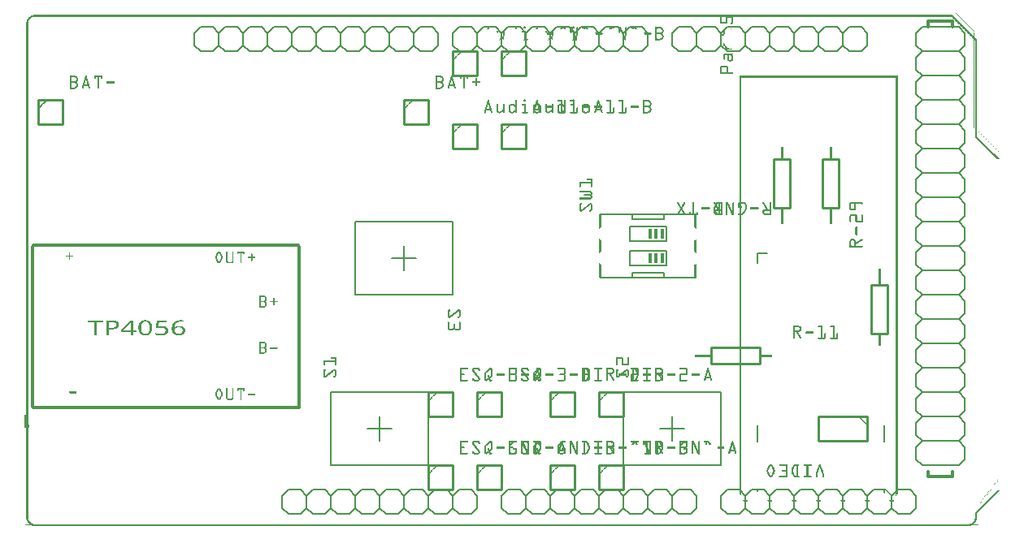
<source format=gto>
G04 MADE WITH FRITZING*
G04 WWW.FRITZING.ORG*
G04 DOUBLE SIDED*
G04 HOLES PLATED*
G04 CONTOUR ON CENTER OF CONTOUR VECTOR*
%ASAXBY*%
%FSLAX23Y23*%
%MOIN*%
%OFA0B0*%
%SFA1.0B1.0*%
%ADD10R,0.015000X0.040000*%
%ADD11C,0.012000*%
%ADD12C,0.006000*%
%ADD13C,0.010000*%
%ADD14C,0.008000*%
%ADD15C,0.011923*%
%ADD16C,0.005000*%
%ADD17R,0.001000X0.001000*%
%LNSILK1*%
G90*
G70*
G54D10*
X2565Y1203D03*
X2590Y1203D03*
X2615Y1203D03*
X2565Y1103D03*
X2590Y1103D03*
X2615Y1103D03*
G54D11*
X3707Y228D02*
X3707Y208D01*
D02*
X3707Y208D02*
X3807Y208D01*
D02*
X3807Y208D02*
X3807Y228D01*
D02*
X3707Y2053D02*
X3707Y2078D01*
D02*
X3707Y2078D02*
X3807Y2078D01*
D02*
X3807Y2078D02*
X3807Y2053D01*
G54D12*
D02*
X3482Y153D02*
X3532Y153D01*
D02*
X3557Y128D02*
X3557Y78D01*
D02*
X3557Y78D02*
X3532Y53D01*
D02*
X3357Y128D02*
X3382Y153D01*
D02*
X3382Y153D02*
X3432Y153D01*
D02*
X3432Y153D02*
X3457Y128D01*
D02*
X3457Y128D02*
X3457Y78D01*
D02*
X3457Y78D02*
X3432Y53D01*
D02*
X3432Y53D02*
X3382Y53D01*
D02*
X3382Y53D02*
X3357Y78D01*
D02*
X3482Y153D02*
X3457Y128D01*
D02*
X3457Y78D02*
X3482Y53D01*
D02*
X3532Y53D02*
X3482Y53D01*
D02*
X3182Y153D02*
X3232Y153D01*
D02*
X3232Y153D02*
X3257Y128D01*
D02*
X3257Y128D02*
X3257Y78D01*
D02*
X3257Y78D02*
X3232Y53D01*
D02*
X3257Y128D02*
X3282Y153D01*
D02*
X3282Y153D02*
X3332Y153D01*
D02*
X3332Y153D02*
X3357Y128D01*
D02*
X3357Y128D02*
X3357Y78D01*
D02*
X3357Y78D02*
X3332Y53D01*
D02*
X3332Y53D02*
X3282Y53D01*
D02*
X3282Y53D02*
X3257Y78D01*
D02*
X3057Y128D02*
X3082Y153D01*
D02*
X3082Y153D02*
X3132Y153D01*
D02*
X3132Y153D02*
X3157Y128D01*
D02*
X3157Y128D02*
X3157Y78D01*
D02*
X3157Y78D02*
X3132Y53D01*
D02*
X3132Y53D02*
X3082Y53D01*
D02*
X3082Y53D02*
X3057Y78D01*
D02*
X3182Y153D02*
X3157Y128D01*
D02*
X3157Y78D02*
X3182Y53D01*
D02*
X3232Y53D02*
X3182Y53D01*
D02*
X2882Y153D02*
X2932Y153D01*
D02*
X2932Y153D02*
X2957Y128D01*
D02*
X2957Y128D02*
X2957Y78D01*
D02*
X2957Y78D02*
X2932Y53D01*
D02*
X2957Y128D02*
X2982Y153D01*
D02*
X2982Y153D02*
X3032Y153D01*
D02*
X3032Y153D02*
X3057Y128D01*
D02*
X3057Y128D02*
X3057Y78D01*
D02*
X3057Y78D02*
X3032Y53D01*
D02*
X3032Y53D02*
X2982Y53D01*
D02*
X2982Y53D02*
X2957Y78D01*
D02*
X2857Y128D02*
X2857Y78D01*
D02*
X2882Y153D02*
X2857Y128D01*
D02*
X2857Y78D02*
X2882Y53D01*
D02*
X2932Y53D02*
X2882Y53D01*
D02*
X3582Y153D02*
X3632Y153D01*
D02*
X3632Y153D02*
X3657Y128D01*
D02*
X3657Y128D02*
X3657Y78D01*
D02*
X3657Y78D02*
X3632Y53D01*
D02*
X3582Y153D02*
X3557Y128D01*
D02*
X3557Y78D02*
X3582Y53D01*
D02*
X3632Y53D02*
X3582Y53D01*
D02*
X2582Y153D02*
X2632Y153D01*
D02*
X2632Y153D02*
X2657Y128D01*
D02*
X2657Y128D02*
X2657Y78D01*
D02*
X2657Y78D02*
X2632Y53D01*
D02*
X2457Y128D02*
X2482Y153D01*
D02*
X2482Y153D02*
X2532Y153D01*
D02*
X2532Y153D02*
X2557Y128D01*
D02*
X2557Y128D02*
X2557Y78D01*
D02*
X2557Y78D02*
X2532Y53D01*
D02*
X2532Y53D02*
X2482Y53D01*
D02*
X2482Y53D02*
X2457Y78D01*
D02*
X2582Y153D02*
X2557Y128D01*
D02*
X2557Y78D02*
X2582Y53D01*
D02*
X2632Y53D02*
X2582Y53D01*
D02*
X2282Y153D02*
X2332Y153D01*
D02*
X2332Y153D02*
X2357Y128D01*
D02*
X2357Y128D02*
X2357Y78D01*
D02*
X2357Y78D02*
X2332Y53D01*
D02*
X2357Y128D02*
X2382Y153D01*
D02*
X2382Y153D02*
X2432Y153D01*
D02*
X2432Y153D02*
X2457Y128D01*
D02*
X2457Y128D02*
X2457Y78D01*
D02*
X2457Y78D02*
X2432Y53D01*
D02*
X2432Y53D02*
X2382Y53D01*
D02*
X2382Y53D02*
X2357Y78D01*
D02*
X2157Y128D02*
X2182Y153D01*
D02*
X2182Y153D02*
X2232Y153D01*
D02*
X2232Y153D02*
X2257Y128D01*
D02*
X2257Y128D02*
X2257Y78D01*
D02*
X2257Y78D02*
X2232Y53D01*
D02*
X2232Y53D02*
X2182Y53D01*
D02*
X2182Y53D02*
X2157Y78D01*
D02*
X2282Y153D02*
X2257Y128D01*
D02*
X2257Y78D02*
X2282Y53D01*
D02*
X2332Y53D02*
X2282Y53D01*
D02*
X1982Y153D02*
X2032Y153D01*
D02*
X2032Y153D02*
X2057Y128D01*
D02*
X2057Y128D02*
X2057Y78D01*
D02*
X2057Y78D02*
X2032Y53D01*
D02*
X2057Y128D02*
X2082Y153D01*
D02*
X2082Y153D02*
X2132Y153D01*
D02*
X2132Y153D02*
X2157Y128D01*
D02*
X2157Y128D02*
X2157Y78D01*
D02*
X2157Y78D02*
X2132Y53D01*
D02*
X2132Y53D02*
X2082Y53D01*
D02*
X2082Y53D02*
X2057Y78D01*
D02*
X1957Y128D02*
X1957Y78D01*
D02*
X1982Y153D02*
X1957Y128D01*
D02*
X1957Y78D02*
X1982Y53D01*
D02*
X2032Y53D02*
X1982Y53D01*
D02*
X2682Y153D02*
X2732Y153D01*
D02*
X2732Y153D02*
X2757Y128D01*
D02*
X2757Y128D02*
X2757Y78D01*
D02*
X2757Y78D02*
X2732Y53D01*
D02*
X2682Y153D02*
X2657Y128D01*
D02*
X2657Y78D02*
X2682Y53D01*
D02*
X2732Y53D02*
X2682Y53D01*
D02*
X2832Y1953D02*
X2782Y1953D01*
D02*
X2782Y1953D02*
X2757Y1978D01*
D02*
X2757Y1978D02*
X2757Y2028D01*
D02*
X2757Y2028D02*
X2782Y2053D01*
D02*
X2957Y1978D02*
X2932Y1953D01*
D02*
X2932Y1953D02*
X2882Y1953D01*
D02*
X2882Y1953D02*
X2857Y1978D01*
D02*
X2857Y1978D02*
X2857Y2028D01*
D02*
X2857Y2028D02*
X2882Y2053D01*
D02*
X2882Y2053D02*
X2932Y2053D01*
D02*
X2932Y2053D02*
X2957Y2028D01*
D02*
X2832Y1953D02*
X2857Y1978D01*
D02*
X2857Y2028D02*
X2832Y2053D01*
D02*
X2782Y2053D02*
X2832Y2053D01*
D02*
X3132Y1953D02*
X3082Y1953D01*
D02*
X3082Y1953D02*
X3057Y1978D01*
D02*
X3057Y1978D02*
X3057Y2028D01*
D02*
X3057Y2028D02*
X3082Y2053D01*
D02*
X3057Y1978D02*
X3032Y1953D01*
D02*
X3032Y1953D02*
X2982Y1953D01*
D02*
X2982Y1953D02*
X2957Y1978D01*
D02*
X2957Y1978D02*
X2957Y2028D01*
D02*
X2957Y2028D02*
X2982Y2053D01*
D02*
X2982Y2053D02*
X3032Y2053D01*
D02*
X3032Y2053D02*
X3057Y2028D01*
D02*
X3257Y1978D02*
X3232Y1953D01*
D02*
X3232Y1953D02*
X3182Y1953D01*
D02*
X3182Y1953D02*
X3157Y1978D01*
D02*
X3157Y1978D02*
X3157Y2028D01*
D02*
X3157Y2028D02*
X3182Y2053D01*
D02*
X3182Y2053D02*
X3232Y2053D01*
D02*
X3232Y2053D02*
X3257Y2028D01*
D02*
X3132Y1953D02*
X3157Y1978D01*
D02*
X3157Y2028D02*
X3132Y2053D01*
D02*
X3082Y2053D02*
X3132Y2053D01*
D02*
X3432Y1953D02*
X3382Y1953D01*
D02*
X3382Y1953D02*
X3357Y1978D01*
D02*
X3357Y1978D02*
X3357Y2028D01*
D02*
X3357Y2028D02*
X3382Y2053D01*
D02*
X3357Y1978D02*
X3332Y1953D01*
D02*
X3332Y1953D02*
X3282Y1953D01*
D02*
X3282Y1953D02*
X3257Y1978D01*
D02*
X3257Y1978D02*
X3257Y2028D01*
D02*
X3257Y2028D02*
X3282Y2053D01*
D02*
X3282Y2053D02*
X3332Y2053D01*
D02*
X3332Y2053D02*
X3357Y2028D01*
D02*
X3457Y1978D02*
X3457Y2028D01*
D02*
X3432Y1953D02*
X3457Y1978D01*
D02*
X3457Y2028D02*
X3432Y2053D01*
D02*
X3382Y2053D02*
X3432Y2053D01*
D02*
X2732Y1953D02*
X2682Y1953D01*
D02*
X2682Y1953D02*
X2657Y1978D01*
D02*
X2657Y1978D02*
X2657Y2028D01*
D02*
X2657Y2028D02*
X2682Y2053D01*
D02*
X2732Y1953D02*
X2757Y1978D01*
D02*
X2757Y2028D02*
X2732Y2053D01*
D02*
X2682Y2053D02*
X2732Y2053D01*
D02*
X1497Y2028D02*
X1522Y2053D01*
D02*
X1522Y2053D02*
X1572Y2053D01*
D02*
X1572Y2053D02*
X1597Y2028D01*
D02*
X1597Y2028D02*
X1597Y1978D01*
D02*
X1597Y1978D02*
X1572Y1953D01*
D02*
X1572Y1953D02*
X1522Y1953D01*
D02*
X1522Y1953D02*
X1497Y1978D01*
D02*
X1322Y2053D02*
X1372Y2053D01*
D02*
X1372Y2053D02*
X1397Y2028D01*
D02*
X1397Y2028D02*
X1397Y1978D01*
D02*
X1397Y1978D02*
X1372Y1953D01*
D02*
X1397Y2028D02*
X1422Y2053D01*
D02*
X1422Y2053D02*
X1472Y2053D01*
D02*
X1472Y2053D02*
X1497Y2028D01*
D02*
X1497Y2028D02*
X1497Y1978D01*
D02*
X1497Y1978D02*
X1472Y1953D01*
D02*
X1472Y1953D02*
X1422Y1953D01*
D02*
X1422Y1953D02*
X1397Y1978D01*
D02*
X1197Y2028D02*
X1222Y2053D01*
D02*
X1222Y2053D02*
X1272Y2053D01*
D02*
X1272Y2053D02*
X1297Y2028D01*
D02*
X1297Y2028D02*
X1297Y1978D01*
D02*
X1297Y1978D02*
X1272Y1953D01*
D02*
X1272Y1953D02*
X1222Y1953D01*
D02*
X1222Y1953D02*
X1197Y1978D01*
D02*
X1322Y2053D02*
X1297Y2028D01*
D02*
X1297Y1978D02*
X1322Y1953D01*
D02*
X1372Y1953D02*
X1322Y1953D01*
D02*
X1022Y2053D02*
X1072Y2053D01*
D02*
X1072Y2053D02*
X1097Y2028D01*
D02*
X1097Y2028D02*
X1097Y1978D01*
D02*
X1097Y1978D02*
X1072Y1953D01*
D02*
X1097Y2028D02*
X1122Y2053D01*
D02*
X1122Y2053D02*
X1172Y2053D01*
D02*
X1172Y2053D02*
X1197Y2028D01*
D02*
X1197Y2028D02*
X1197Y1978D01*
D02*
X1197Y1978D02*
X1172Y1953D01*
D02*
X1172Y1953D02*
X1122Y1953D01*
D02*
X1122Y1953D02*
X1097Y1978D01*
D02*
X897Y2028D02*
X922Y2053D01*
D02*
X922Y2053D02*
X972Y2053D01*
D02*
X972Y2053D02*
X997Y2028D01*
D02*
X997Y2028D02*
X997Y1978D01*
D02*
X997Y1978D02*
X972Y1953D01*
D02*
X972Y1953D02*
X922Y1953D01*
D02*
X922Y1953D02*
X897Y1978D01*
D02*
X1022Y2053D02*
X997Y2028D01*
D02*
X997Y1978D02*
X1022Y1953D01*
D02*
X1072Y1953D02*
X1022Y1953D01*
D02*
X722Y2053D02*
X772Y2053D01*
D02*
X772Y2053D02*
X797Y2028D01*
D02*
X797Y2028D02*
X797Y1978D01*
D02*
X797Y1978D02*
X772Y1953D01*
D02*
X797Y2028D02*
X822Y2053D01*
D02*
X822Y2053D02*
X872Y2053D01*
D02*
X872Y2053D02*
X897Y2028D01*
D02*
X897Y2028D02*
X897Y1978D01*
D02*
X897Y1978D02*
X872Y1953D01*
D02*
X872Y1953D02*
X822Y1953D01*
D02*
X822Y1953D02*
X797Y1978D01*
D02*
X697Y2028D02*
X697Y1978D01*
D02*
X722Y2053D02*
X697Y2028D01*
D02*
X697Y1978D02*
X722Y1953D01*
D02*
X772Y1953D02*
X722Y1953D01*
D02*
X1622Y2053D02*
X1672Y2053D01*
D02*
X1672Y2053D02*
X1697Y2028D01*
D02*
X1697Y2028D02*
X1697Y1978D01*
D02*
X1697Y1978D02*
X1672Y1953D01*
D02*
X1622Y2053D02*
X1597Y2028D01*
D02*
X1597Y1978D02*
X1622Y1953D01*
D02*
X1672Y1953D02*
X1622Y1953D01*
D02*
X1682Y153D02*
X1732Y153D01*
D02*
X1732Y153D02*
X1757Y128D01*
D02*
X1757Y128D02*
X1757Y78D01*
D02*
X1757Y78D02*
X1732Y53D01*
D02*
X1557Y128D02*
X1582Y153D01*
D02*
X1582Y153D02*
X1632Y153D01*
D02*
X1632Y153D02*
X1657Y128D01*
D02*
X1657Y128D02*
X1657Y78D01*
D02*
X1657Y78D02*
X1632Y53D01*
D02*
X1632Y53D02*
X1582Y53D01*
D02*
X1582Y53D02*
X1557Y78D01*
D02*
X1682Y153D02*
X1657Y128D01*
D02*
X1657Y78D02*
X1682Y53D01*
D02*
X1732Y53D02*
X1682Y53D01*
D02*
X1382Y153D02*
X1432Y153D01*
D02*
X1432Y153D02*
X1457Y128D01*
D02*
X1457Y128D02*
X1457Y78D01*
D02*
X1457Y78D02*
X1432Y53D01*
D02*
X1457Y128D02*
X1482Y153D01*
D02*
X1482Y153D02*
X1532Y153D01*
D02*
X1532Y153D02*
X1557Y128D01*
D02*
X1557Y128D02*
X1557Y78D01*
D02*
X1557Y78D02*
X1532Y53D01*
D02*
X1532Y53D02*
X1482Y53D01*
D02*
X1482Y53D02*
X1457Y78D01*
D02*
X1257Y128D02*
X1282Y153D01*
D02*
X1282Y153D02*
X1332Y153D01*
D02*
X1332Y153D02*
X1357Y128D01*
D02*
X1357Y128D02*
X1357Y78D01*
D02*
X1357Y78D02*
X1332Y53D01*
D02*
X1332Y53D02*
X1282Y53D01*
D02*
X1282Y53D02*
X1257Y78D01*
D02*
X1382Y153D02*
X1357Y128D01*
D02*
X1357Y78D02*
X1382Y53D01*
D02*
X1432Y53D02*
X1382Y53D01*
D02*
X1082Y153D02*
X1132Y153D01*
D02*
X1132Y153D02*
X1157Y128D01*
D02*
X1157Y128D02*
X1157Y78D01*
D02*
X1157Y78D02*
X1132Y53D01*
D02*
X1157Y128D02*
X1182Y153D01*
D02*
X1182Y153D02*
X1232Y153D01*
D02*
X1232Y153D02*
X1257Y128D01*
D02*
X1257Y128D02*
X1257Y78D01*
D02*
X1257Y78D02*
X1232Y53D01*
D02*
X1232Y53D02*
X1182Y53D01*
D02*
X1182Y53D02*
X1157Y78D01*
D02*
X1057Y128D02*
X1057Y78D01*
D02*
X1082Y153D02*
X1057Y128D01*
D02*
X1057Y78D02*
X1082Y53D01*
D02*
X1132Y53D02*
X1082Y53D01*
D02*
X1782Y153D02*
X1832Y153D01*
D02*
X1832Y153D02*
X1857Y128D01*
D02*
X1857Y128D02*
X1857Y78D01*
D02*
X1857Y78D02*
X1832Y53D01*
D02*
X1782Y153D02*
X1757Y128D01*
D02*
X1757Y78D02*
X1782Y53D01*
D02*
X1832Y53D02*
X1782Y53D01*
D02*
X1932Y1953D02*
X1882Y1953D01*
D02*
X1882Y1953D02*
X1857Y1978D01*
D02*
X1857Y1978D02*
X1857Y2028D01*
D02*
X1857Y2028D02*
X1882Y2053D01*
D02*
X2057Y1978D02*
X2032Y1953D01*
D02*
X2032Y1953D02*
X1982Y1953D01*
D02*
X1982Y1953D02*
X1957Y1978D01*
D02*
X1957Y1978D02*
X1957Y2028D01*
D02*
X1957Y2028D02*
X1982Y2053D01*
D02*
X1982Y2053D02*
X2032Y2053D01*
D02*
X2032Y2053D02*
X2057Y2028D01*
D02*
X1932Y1953D02*
X1957Y1978D01*
D02*
X1957Y2028D02*
X1932Y2053D01*
D02*
X1882Y2053D02*
X1932Y2053D01*
D02*
X2232Y1953D02*
X2182Y1953D01*
D02*
X2182Y1953D02*
X2157Y1978D01*
D02*
X2157Y1978D02*
X2157Y2028D01*
D02*
X2157Y2028D02*
X2182Y2053D01*
D02*
X2157Y1978D02*
X2132Y1953D01*
D02*
X2132Y1953D02*
X2082Y1953D01*
D02*
X2082Y1953D02*
X2057Y1978D01*
D02*
X2057Y1978D02*
X2057Y2028D01*
D02*
X2057Y2028D02*
X2082Y2053D01*
D02*
X2082Y2053D02*
X2132Y2053D01*
D02*
X2132Y2053D02*
X2157Y2028D01*
D02*
X2357Y1978D02*
X2332Y1953D01*
D02*
X2332Y1953D02*
X2282Y1953D01*
D02*
X2282Y1953D02*
X2257Y1978D01*
D02*
X2257Y1978D02*
X2257Y2028D01*
D02*
X2257Y2028D02*
X2282Y2053D01*
D02*
X2282Y2053D02*
X2332Y2053D01*
D02*
X2332Y2053D02*
X2357Y2028D01*
D02*
X2232Y1953D02*
X2257Y1978D01*
D02*
X2257Y2028D02*
X2232Y2053D01*
D02*
X2182Y2053D02*
X2232Y2053D01*
D02*
X2532Y1953D02*
X2482Y1953D01*
D02*
X2482Y1953D02*
X2457Y1978D01*
D02*
X2457Y1978D02*
X2457Y2028D01*
D02*
X2457Y2028D02*
X2482Y2053D01*
D02*
X2457Y1978D02*
X2432Y1953D01*
D02*
X2432Y1953D02*
X2382Y1953D01*
D02*
X2382Y1953D02*
X2357Y1978D01*
D02*
X2357Y1978D02*
X2357Y2028D01*
D02*
X2357Y2028D02*
X2382Y2053D01*
D02*
X2382Y2053D02*
X2432Y2053D01*
D02*
X2432Y2053D02*
X2457Y2028D01*
D02*
X2557Y1978D02*
X2557Y2028D01*
D02*
X2532Y1953D02*
X2557Y1978D01*
D02*
X2557Y2028D02*
X2532Y2053D01*
D02*
X2482Y2053D02*
X2532Y2053D01*
D02*
X1832Y1953D02*
X1782Y1953D01*
D02*
X1782Y1953D02*
X1757Y1978D01*
D02*
X1757Y1978D02*
X1757Y2028D01*
D02*
X1757Y2028D02*
X1782Y2053D01*
D02*
X1832Y1953D02*
X1857Y1978D01*
D02*
X1857Y2028D02*
X1832Y2053D01*
D02*
X1782Y2053D02*
X1832Y2053D01*
D02*
X3682Y2053D02*
X3657Y2028D01*
D02*
X3657Y2028D02*
X3657Y1978D01*
D02*
X3657Y1978D02*
X3682Y1953D01*
D02*
X3682Y1953D02*
X3657Y1928D01*
D02*
X3657Y1928D02*
X3657Y1878D01*
D02*
X3657Y1878D02*
X3682Y1853D01*
D02*
X3682Y1853D02*
X3657Y1828D01*
D02*
X3657Y1828D02*
X3657Y1778D01*
D02*
X3657Y1778D02*
X3682Y1753D01*
D02*
X3682Y1753D02*
X3657Y1728D01*
D02*
X3657Y1728D02*
X3657Y1678D01*
D02*
X3657Y1678D02*
X3682Y1653D01*
D02*
X3682Y1653D02*
X3657Y1628D01*
D02*
X3657Y1628D02*
X3657Y1578D01*
D02*
X3657Y1578D02*
X3682Y1553D01*
D02*
X3682Y1553D02*
X3657Y1528D01*
D02*
X3657Y1528D02*
X3657Y1478D01*
D02*
X3657Y1478D02*
X3682Y1453D01*
D02*
X3682Y2053D02*
X3832Y2053D01*
D02*
X3832Y2053D02*
X3857Y2028D01*
D02*
X3857Y2028D02*
X3857Y1978D01*
D02*
X3857Y1978D02*
X3832Y1953D01*
D02*
X3832Y1953D02*
X3857Y1928D01*
D02*
X3857Y1928D02*
X3857Y1878D01*
D02*
X3857Y1878D02*
X3832Y1853D01*
D02*
X3832Y1853D02*
X3857Y1828D01*
D02*
X3857Y1828D02*
X3857Y1778D01*
D02*
X3857Y1778D02*
X3832Y1753D01*
D02*
X3832Y1753D02*
X3857Y1728D01*
D02*
X3857Y1728D02*
X3857Y1678D01*
D02*
X3857Y1678D02*
X3832Y1653D01*
D02*
X3832Y1653D02*
X3857Y1628D01*
D02*
X3857Y1628D02*
X3857Y1578D01*
D02*
X3857Y1578D02*
X3832Y1553D01*
D02*
X3832Y1553D02*
X3857Y1528D01*
D02*
X3857Y1528D02*
X3857Y1478D01*
D02*
X3857Y1478D02*
X3832Y1453D01*
D02*
X3832Y1453D02*
X3857Y1428D01*
D02*
X3857Y1428D02*
X3857Y1378D01*
D02*
X3857Y1378D02*
X3832Y1353D01*
D02*
X3832Y1353D02*
X3857Y1328D01*
D02*
X3857Y1328D02*
X3857Y1278D01*
D02*
X3857Y1278D02*
X3832Y1253D01*
D02*
X3832Y1253D02*
X3857Y1228D01*
D02*
X3857Y1228D02*
X3857Y1178D01*
D02*
X3857Y1178D02*
X3832Y1153D01*
D02*
X3832Y1153D02*
X3857Y1128D01*
D02*
X3857Y1128D02*
X3857Y1078D01*
D02*
X3857Y1078D02*
X3832Y1053D01*
D02*
X3832Y1053D02*
X3857Y1028D01*
D02*
X3857Y1028D02*
X3857Y978D01*
D02*
X3857Y978D02*
X3832Y953D01*
D02*
X3832Y953D02*
X3857Y928D01*
D02*
X3857Y928D02*
X3857Y878D01*
D02*
X3832Y853D02*
X3857Y878D01*
D02*
X3832Y853D02*
X3857Y828D01*
D02*
X3857Y778D02*
X3857Y828D01*
D02*
X3857Y778D02*
X3832Y753D01*
D02*
X3832Y753D02*
X3857Y728D01*
D02*
X3857Y678D02*
X3857Y728D01*
D02*
X3857Y678D02*
X3832Y653D01*
D02*
X3832Y653D02*
X3857Y628D01*
D02*
X3857Y578D02*
X3857Y628D01*
D02*
X3857Y578D02*
X3832Y553D01*
D02*
X3832Y553D02*
X3857Y528D01*
D02*
X3857Y478D02*
X3857Y528D01*
D02*
X3857Y478D02*
X3832Y453D01*
D02*
X3832Y453D02*
X3857Y428D01*
D02*
X3857Y378D02*
X3857Y428D01*
D02*
X3857Y378D02*
X3832Y353D01*
D02*
X3832Y353D02*
X3857Y328D01*
D02*
X3857Y278D02*
X3857Y328D01*
D02*
X3857Y278D02*
X3832Y253D01*
D02*
X3682Y253D02*
X3657Y278D01*
D02*
X3657Y278D02*
X3657Y328D01*
D02*
X3682Y353D02*
X3657Y328D01*
D02*
X3682Y353D02*
X3657Y378D01*
D02*
X3657Y378D02*
X3657Y428D01*
D02*
X3682Y453D02*
X3657Y428D01*
D02*
X3682Y453D02*
X3657Y478D01*
D02*
X3657Y528D02*
X3657Y478D01*
D02*
X3657Y528D02*
X3682Y553D01*
D02*
X3682Y553D02*
X3657Y578D01*
D02*
X3657Y628D02*
X3657Y578D01*
D02*
X3657Y628D02*
X3682Y653D01*
D02*
X3682Y653D02*
X3657Y678D01*
D02*
X3657Y678D02*
X3657Y728D01*
D02*
X3682Y753D02*
X3657Y728D01*
D02*
X3682Y753D02*
X3657Y778D01*
D02*
X3657Y778D02*
X3657Y828D01*
D02*
X3682Y853D02*
X3657Y828D01*
D02*
X3682Y853D02*
X3657Y878D01*
D02*
X3657Y878D02*
X3657Y928D01*
D02*
X3682Y953D02*
X3657Y928D01*
D02*
X3682Y953D02*
X3657Y978D01*
D02*
X3657Y978D02*
X3657Y1028D01*
D02*
X3682Y1053D02*
X3657Y1028D01*
D02*
X3682Y1053D02*
X3657Y1078D01*
D02*
X3657Y1078D02*
X3657Y1128D01*
D02*
X3682Y1153D02*
X3657Y1128D01*
D02*
X3682Y1153D02*
X3657Y1178D01*
D02*
X3657Y1178D02*
X3657Y1228D01*
D02*
X3682Y1253D02*
X3657Y1228D01*
D02*
X3682Y1253D02*
X3657Y1278D01*
D02*
X3657Y1278D02*
X3657Y1328D01*
D02*
X3682Y1353D02*
X3657Y1328D01*
D02*
X3682Y1353D02*
X3657Y1378D01*
D02*
X3657Y1378D02*
X3657Y1428D01*
D02*
X3682Y1453D02*
X3657Y1428D01*
D02*
X3832Y1953D02*
X3682Y1953D01*
D02*
X3832Y1853D02*
X3682Y1853D01*
D02*
X3832Y1753D02*
X3682Y1753D01*
D02*
X3832Y1653D02*
X3682Y1653D01*
D02*
X3832Y1553D02*
X3682Y1553D01*
D02*
X3832Y1453D02*
X3682Y1453D01*
D02*
X3832Y1353D02*
X3682Y1353D01*
D02*
X3832Y1253D02*
X3682Y1253D01*
D02*
X3832Y1153D02*
X3682Y1153D01*
D02*
X3832Y1053D02*
X3682Y1053D01*
D02*
X3832Y953D02*
X3682Y953D01*
D02*
X3832Y853D02*
X3682Y853D01*
D02*
X3832Y753D02*
X3682Y753D01*
D02*
X3832Y653D02*
X3682Y653D01*
D02*
X3832Y553D02*
X3682Y553D01*
D02*
X3832Y453D02*
X3682Y453D01*
D02*
X3832Y353D02*
X3682Y353D01*
D02*
X3832Y253D02*
X3682Y253D01*
G54D13*
D02*
X3540Y993D02*
X3540Y793D01*
D02*
X3540Y793D02*
X3474Y793D01*
D02*
X3474Y793D02*
X3474Y993D01*
D02*
X3474Y993D02*
X3540Y993D01*
G54D14*
D02*
X2362Y1023D02*
X2492Y1023D01*
D02*
X2622Y1023D02*
X2622Y1043D01*
D02*
X2622Y1043D02*
X2492Y1043D01*
D02*
X2492Y1043D02*
X2492Y1023D01*
D02*
X2622Y1023D02*
X2752Y1023D01*
D02*
X2492Y1023D02*
X2622Y1023D01*
D02*
X2752Y1283D02*
X2622Y1283D01*
D02*
X2492Y1283D02*
X2492Y1263D01*
D02*
X2492Y1263D02*
X2622Y1263D01*
D02*
X2622Y1263D02*
X2622Y1283D01*
D02*
X2492Y1283D02*
X2362Y1283D01*
D02*
X2622Y1283D02*
X2492Y1283D01*
D02*
X2482Y1173D02*
X2632Y1173D01*
D02*
X2482Y1173D02*
X2482Y1233D01*
D02*
X2632Y1233D02*
X2482Y1233D01*
D02*
X2632Y1233D02*
X2632Y1173D01*
D02*
X2482Y1073D02*
X2632Y1073D01*
D02*
X2482Y1073D02*
X2482Y1133D01*
D02*
X2632Y1133D02*
X2482Y1133D01*
D02*
X2632Y1133D02*
X2632Y1073D01*
G54D13*
D02*
X2817Y736D02*
X3017Y736D01*
D02*
X3017Y736D02*
X3017Y670D01*
D02*
X3017Y670D02*
X2817Y670D01*
D02*
X2817Y670D02*
X2817Y736D01*
G54D15*
D02*
X34Y1152D02*
X34Y495D01*
D02*
X36Y492D02*
X1125Y492D01*
D02*
X1125Y495D02*
X1125Y1152D01*
D02*
X1123Y1158D02*
X35Y1158D01*
G54D14*
D02*
X3007Y419D02*
X3007Y352D01*
D02*
X3527Y419D02*
X3527Y352D01*
D02*
X3007Y1123D02*
X3046Y1123D01*
D02*
X3007Y1123D02*
X3007Y1084D01*
G54D13*
D02*
X1557Y1753D02*
X1557Y1653D01*
D02*
X1557Y1653D02*
X1657Y1653D01*
D02*
X1657Y1653D02*
X1657Y1753D01*
D02*
X1657Y1753D02*
X1557Y1753D01*
D02*
X2157Y553D02*
X2157Y453D01*
D02*
X2157Y453D02*
X2257Y453D01*
D02*
X2257Y453D02*
X2257Y553D01*
D02*
X2257Y553D02*
X2157Y553D01*
D02*
X2157Y253D02*
X2157Y153D01*
D02*
X2157Y153D02*
X2257Y153D01*
D02*
X2257Y153D02*
X2257Y253D01*
D02*
X2257Y253D02*
X2157Y253D01*
D02*
X1757Y1653D02*
X1757Y1553D01*
D02*
X1757Y1553D02*
X1857Y1553D01*
D02*
X1857Y1553D02*
X1857Y1653D01*
D02*
X1857Y1653D02*
X1757Y1653D01*
D02*
X1857Y253D02*
X1857Y153D01*
D02*
X1857Y153D02*
X1957Y153D01*
D02*
X1957Y153D02*
X1957Y253D01*
D02*
X1957Y253D02*
X1857Y253D01*
D02*
X2357Y253D02*
X2357Y153D01*
D02*
X2357Y153D02*
X2457Y153D01*
D02*
X2457Y153D02*
X2457Y253D01*
D02*
X2457Y253D02*
X2357Y253D01*
D02*
X1857Y553D02*
X1857Y453D01*
D02*
X1857Y453D02*
X1957Y453D01*
D02*
X1957Y453D02*
X1957Y553D01*
D02*
X1957Y553D02*
X1857Y553D01*
D02*
X1657Y553D02*
X1657Y453D01*
D02*
X1657Y453D02*
X1757Y453D01*
D02*
X1757Y453D02*
X1757Y553D01*
D02*
X1757Y553D02*
X1657Y553D01*
D02*
X57Y1753D02*
X57Y1653D01*
D02*
X57Y1653D02*
X157Y1653D01*
D02*
X157Y1653D02*
X157Y1753D01*
D02*
X157Y1753D02*
X57Y1753D01*
D02*
X2357Y553D02*
X2357Y453D01*
D02*
X2357Y453D02*
X2457Y453D01*
D02*
X2457Y453D02*
X2457Y553D01*
D02*
X2457Y553D02*
X2357Y553D01*
D02*
X1957Y1653D02*
X1957Y1553D01*
D02*
X1957Y1553D02*
X2057Y1553D01*
D02*
X2057Y1553D02*
X2057Y1653D01*
D02*
X2057Y1653D02*
X1957Y1653D01*
D02*
X1757Y1953D02*
X1757Y1853D01*
D02*
X1757Y1853D02*
X1857Y1853D01*
D02*
X1857Y1853D02*
X1857Y1953D01*
D02*
X1857Y1953D02*
X1757Y1953D01*
D02*
X1657Y253D02*
X1657Y153D01*
D02*
X1657Y153D02*
X1757Y153D01*
D02*
X1757Y153D02*
X1757Y253D01*
D02*
X1757Y253D02*
X1657Y253D01*
D02*
X1957Y1953D02*
X1957Y1853D01*
D02*
X1957Y1853D02*
X2057Y1853D01*
D02*
X2057Y1853D02*
X2057Y1953D01*
D02*
X2057Y1953D02*
X1957Y1953D01*
G54D16*
D02*
X1457Y453D02*
X1457Y353D01*
D02*
X1407Y403D02*
X1507Y403D01*
D02*
X1257Y553D02*
X1657Y553D01*
D02*
X1657Y553D02*
X1657Y253D01*
D02*
X1657Y253D02*
X1257Y253D01*
D02*
X1257Y253D02*
X1257Y553D01*
D02*
X1557Y1053D02*
X1557Y1153D01*
D02*
X1607Y1103D02*
X1507Y1103D01*
D02*
X1757Y953D02*
X1357Y953D01*
D02*
X1357Y953D02*
X1357Y1253D01*
D02*
X1357Y1253D02*
X1757Y1253D01*
D02*
X1757Y1253D02*
X1757Y953D01*
D02*
X2657Y453D02*
X2657Y353D01*
D02*
X2607Y403D02*
X2707Y403D01*
D02*
X2457Y553D02*
X2857Y553D01*
D02*
X2857Y553D02*
X2857Y253D01*
D02*
X2857Y253D02*
X2457Y253D01*
D02*
X2457Y253D02*
X2457Y553D01*
G54D13*
D02*
X3457Y453D02*
X3257Y453D01*
D02*
X3257Y453D02*
X3257Y353D01*
D02*
X3257Y353D02*
X3457Y353D01*
D02*
X3457Y353D02*
X3457Y453D01*
D02*
X3274Y1312D02*
X3274Y1512D01*
D02*
X3274Y1512D02*
X3340Y1512D01*
D02*
X3340Y1512D02*
X3340Y1312D01*
D02*
X3340Y1312D02*
X3274Y1312D01*
D02*
X3074Y1312D02*
X3074Y1512D01*
D02*
X3074Y1512D02*
X3140Y1512D01*
D02*
X3140Y1512D02*
X3140Y1312D01*
D02*
X3140Y1312D02*
X3074Y1312D01*
G54D17*
X0Y2111D02*
X3817Y2111D01*
X3819Y2111D02*
X3819Y2111D01*
X0Y2110D02*
X0Y2110D01*
X3820Y2110D02*
X3820Y2110D01*
X0Y2109D02*
X0Y2109D01*
X3821Y2109D02*
X3821Y2109D01*
X0Y2108D02*
X0Y2108D01*
X4Y2108D02*
X3817Y2108D01*
X3822Y2108D02*
X3822Y2108D01*
X0Y2107D02*
X0Y2107D01*
X3Y2107D02*
X3Y2107D01*
X3818Y2107D02*
X3818Y2107D01*
X3823Y2107D02*
X3823Y2107D01*
X0Y2106D02*
X0Y2106D01*
X3Y2106D02*
X3Y2106D01*
X3819Y2106D02*
X3819Y2106D01*
X3824Y2106D02*
X3824Y2106D01*
X0Y2105D02*
X0Y2105D01*
X3Y2105D02*
X3Y2105D01*
X3820Y2105D02*
X3820Y2105D01*
X3825Y2105D02*
X3825Y2105D01*
X0Y2104D02*
X0Y2104D01*
X3Y2104D02*
X3Y2104D01*
X3821Y2104D02*
X3821Y2104D01*
X3826Y2104D02*
X3826Y2104D01*
X0Y2103D02*
X0Y2103D01*
X3Y2103D02*
X3Y2103D01*
X40Y2103D02*
X3805Y2103D01*
X3822Y2103D02*
X3822Y2103D01*
X3827Y2103D02*
X3827Y2103D01*
X0Y2102D02*
X0Y2102D01*
X3Y2102D02*
X3Y2102D01*
X35Y2102D02*
X3806Y2102D01*
X3823Y2102D02*
X3823Y2102D01*
X3828Y2102D02*
X3828Y2102D01*
X0Y2101D02*
X0Y2101D01*
X3Y2101D02*
X3Y2101D01*
X32Y2101D02*
X3807Y2101D01*
X3824Y2101D02*
X3824Y2101D01*
X3829Y2101D02*
X3829Y2101D01*
X0Y2100D02*
X0Y2100D01*
X3Y2100D02*
X3Y2100D01*
X30Y2100D02*
X3808Y2100D01*
X3825Y2100D02*
X3825Y2100D01*
X3830Y2100D02*
X3830Y2100D01*
X0Y2099D02*
X0Y2099D01*
X3Y2099D02*
X3Y2099D01*
X28Y2099D02*
X3809Y2099D01*
X3826Y2099D02*
X3826Y2099D01*
X3831Y2099D02*
X3831Y2099D01*
X0Y2098D02*
X0Y2098D01*
X3Y2098D02*
X3Y2098D01*
X26Y2098D02*
X3810Y2098D01*
X3827Y2098D02*
X3827Y2098D01*
X3832Y2098D02*
X3832Y2098D01*
X0Y2097D02*
X0Y2097D01*
X3Y2097D02*
X3Y2097D01*
X24Y2097D02*
X3811Y2097D01*
X3828Y2097D02*
X3828Y2097D01*
X3833Y2097D02*
X3833Y2097D01*
X0Y2096D02*
X0Y2096D01*
X3Y2096D02*
X3Y2096D01*
X23Y2096D02*
X3812Y2096D01*
X3829Y2096D02*
X3829Y2096D01*
X3834Y2096D02*
X3834Y2096D01*
X0Y2095D02*
X0Y2095D01*
X3Y2095D02*
X3Y2095D01*
X22Y2095D02*
X40Y2095D01*
X2853Y2095D02*
X2858Y2095D01*
X2879Y2095D02*
X2903Y2095D01*
X3802Y2095D02*
X3813Y2095D01*
X3830Y2095D02*
X3830Y2095D01*
X3835Y2095D02*
X3835Y2095D01*
X0Y2094D02*
X0Y2094D01*
X3Y2094D02*
X3Y2094D01*
X20Y2094D02*
X35Y2094D01*
X2853Y2094D02*
X2858Y2094D01*
X2878Y2094D02*
X2904Y2094D01*
X3803Y2094D02*
X3814Y2094D01*
X3831Y2094D02*
X3831Y2094D01*
X3836Y2094D02*
X3836Y2094D01*
X0Y2093D02*
X0Y2093D01*
X3Y2093D02*
X3Y2093D01*
X19Y2093D02*
X33Y2093D01*
X2852Y2093D02*
X2858Y2093D01*
X2877Y2093D02*
X2905Y2093D01*
X3804Y2093D02*
X3815Y2093D01*
X3832Y2093D02*
X3832Y2093D01*
X3837Y2093D02*
X3837Y2093D01*
X0Y2092D02*
X0Y2092D01*
X3Y2092D02*
X3Y2092D01*
X18Y2092D02*
X30Y2092D01*
X2852Y2092D02*
X2858Y2092D01*
X2876Y2092D02*
X2905Y2092D01*
X3805Y2092D02*
X3816Y2092D01*
X3833Y2092D02*
X3833Y2092D01*
X3838Y2092D02*
X3838Y2092D01*
X0Y2091D02*
X0Y2091D01*
X3Y2091D02*
X3Y2091D01*
X17Y2091D02*
X29Y2091D01*
X2852Y2091D02*
X2858Y2091D01*
X2876Y2091D02*
X2905Y2091D01*
X3806Y2091D02*
X3817Y2091D01*
X3834Y2091D02*
X3834Y2091D01*
X3839Y2091D02*
X3839Y2091D01*
X0Y2090D02*
X0Y2090D01*
X3Y2090D02*
X3Y2090D01*
X16Y2090D02*
X27Y2090D01*
X2852Y2090D02*
X2858Y2090D01*
X2876Y2090D02*
X2906Y2090D01*
X3807Y2090D02*
X3818Y2090D01*
X3835Y2090D02*
X3835Y2090D01*
X3840Y2090D02*
X3840Y2090D01*
X0Y2089D02*
X0Y2089D01*
X3Y2089D02*
X3Y2089D01*
X15Y2089D02*
X26Y2089D01*
X2852Y2089D02*
X2858Y2089D01*
X2876Y2089D02*
X2882Y2089D01*
X2900Y2089D02*
X2906Y2089D01*
X3808Y2089D02*
X3819Y2089D01*
X3836Y2089D02*
X3836Y2089D01*
X3841Y2089D02*
X3841Y2089D01*
X0Y2088D02*
X0Y2088D01*
X3Y2088D02*
X3Y2088D01*
X15Y2088D02*
X25Y2088D01*
X2852Y2088D02*
X2858Y2088D01*
X2876Y2088D02*
X2882Y2088D01*
X2900Y2088D02*
X2906Y2088D01*
X3809Y2088D02*
X3820Y2088D01*
X3837Y2088D02*
X3837Y2088D01*
X3842Y2088D02*
X3842Y2088D01*
X0Y2087D02*
X0Y2087D01*
X3Y2087D02*
X3Y2087D01*
X14Y2087D02*
X23Y2087D01*
X2852Y2087D02*
X2858Y2087D01*
X2876Y2087D02*
X2882Y2087D01*
X2900Y2087D02*
X2906Y2087D01*
X3810Y2087D02*
X3821Y2087D01*
X3838Y2087D02*
X3838Y2087D01*
X3843Y2087D02*
X3843Y2087D01*
X0Y2086D02*
X0Y2086D01*
X3Y2086D02*
X3Y2086D01*
X13Y2086D02*
X22Y2086D01*
X2852Y2086D02*
X2858Y2086D01*
X2876Y2086D02*
X2882Y2086D01*
X2900Y2086D02*
X2906Y2086D01*
X3811Y2086D02*
X3822Y2086D01*
X3839Y2086D02*
X3839Y2086D01*
X3844Y2086D02*
X3844Y2086D01*
X0Y2085D02*
X0Y2085D01*
X3Y2085D02*
X3Y2085D01*
X13Y2085D02*
X22Y2085D01*
X2852Y2085D02*
X2858Y2085D01*
X2876Y2085D02*
X2882Y2085D01*
X2900Y2085D02*
X2906Y2085D01*
X3812Y2085D02*
X3823Y2085D01*
X3840Y2085D02*
X3840Y2085D01*
X3845Y2085D02*
X3845Y2085D01*
X0Y2084D02*
X0Y2084D01*
X3Y2084D02*
X3Y2084D01*
X12Y2084D02*
X21Y2084D01*
X2852Y2084D02*
X2858Y2084D01*
X2876Y2084D02*
X2882Y2084D01*
X2900Y2084D02*
X2906Y2084D01*
X3813Y2084D02*
X3824Y2084D01*
X3841Y2084D02*
X3841Y2084D01*
X3846Y2084D02*
X3846Y2084D01*
X0Y2083D02*
X0Y2083D01*
X3Y2083D02*
X3Y2083D01*
X11Y2083D02*
X20Y2083D01*
X2852Y2083D02*
X2858Y2083D01*
X2876Y2083D02*
X2882Y2083D01*
X2900Y2083D02*
X2906Y2083D01*
X3814Y2083D02*
X3825Y2083D01*
X3842Y2083D02*
X3842Y2083D01*
X3847Y2083D02*
X3847Y2083D01*
X0Y2082D02*
X0Y2082D01*
X3Y2082D02*
X3Y2082D01*
X11Y2082D02*
X19Y2082D01*
X2852Y2082D02*
X2858Y2082D01*
X2876Y2082D02*
X2882Y2082D01*
X2900Y2082D02*
X2906Y2082D01*
X3815Y2082D02*
X3826Y2082D01*
X3843Y2082D02*
X3843Y2082D01*
X3848Y2082D02*
X3848Y2082D01*
X0Y2081D02*
X0Y2081D01*
X3Y2081D02*
X3Y2081D01*
X10Y2081D02*
X18Y2081D01*
X2852Y2081D02*
X2858Y2081D01*
X2876Y2081D02*
X2882Y2081D01*
X2900Y2081D02*
X2906Y2081D01*
X3816Y2081D02*
X3827Y2081D01*
X3844Y2081D02*
X3844Y2081D01*
X3849Y2081D02*
X3849Y2081D01*
X0Y2080D02*
X0Y2080D01*
X3Y2080D02*
X3Y2080D01*
X10Y2080D02*
X18Y2080D01*
X2852Y2080D02*
X2858Y2080D01*
X2876Y2080D02*
X2882Y2080D01*
X2900Y2080D02*
X2906Y2080D01*
X3817Y2080D02*
X3828Y2080D01*
X3845Y2080D02*
X3845Y2080D01*
X3850Y2080D02*
X3850Y2080D01*
X0Y2079D02*
X0Y2079D01*
X3Y2079D02*
X3Y2079D01*
X10Y2079D02*
X17Y2079D01*
X2852Y2079D02*
X2858Y2079D01*
X2876Y2079D02*
X2882Y2079D01*
X2900Y2079D02*
X2906Y2079D01*
X3818Y2079D02*
X3829Y2079D01*
X3846Y2079D02*
X3846Y2079D01*
X3851Y2079D02*
X3851Y2079D01*
X0Y2078D02*
X0Y2078D01*
X3Y2078D02*
X3Y2078D01*
X9Y2078D02*
X17Y2078D01*
X2852Y2078D02*
X2858Y2078D01*
X2876Y2078D02*
X2882Y2078D01*
X2900Y2078D02*
X2906Y2078D01*
X3819Y2078D02*
X3830Y2078D01*
X3847Y2078D02*
X3847Y2078D01*
X3852Y2078D02*
X3852Y2078D01*
X0Y2077D02*
X0Y2077D01*
X3Y2077D02*
X3Y2077D01*
X9Y2077D02*
X16Y2077D01*
X2852Y2077D02*
X2858Y2077D01*
X2876Y2077D02*
X2882Y2077D01*
X2900Y2077D02*
X2906Y2077D01*
X3820Y2077D02*
X3831Y2077D01*
X3848Y2077D02*
X3848Y2077D01*
X3853Y2077D02*
X3853Y2077D01*
X0Y2076D02*
X0Y2076D01*
X3Y2076D02*
X3Y2076D01*
X9Y2076D02*
X16Y2076D01*
X2852Y2076D02*
X2859Y2076D01*
X2876Y2076D02*
X2882Y2076D01*
X2900Y2076D02*
X2906Y2076D01*
X3821Y2076D02*
X3832Y2076D01*
X3849Y2076D02*
X3849Y2076D01*
X3854Y2076D02*
X3854Y2076D01*
X0Y2075D02*
X0Y2075D01*
X3Y2075D02*
X3Y2075D01*
X8Y2075D02*
X15Y2075D01*
X2852Y2075D02*
X2882Y2075D01*
X2900Y2075D02*
X2906Y2075D01*
X3822Y2075D02*
X3833Y2075D01*
X3850Y2075D02*
X3850Y2075D01*
X3855Y2075D02*
X3855Y2075D01*
X0Y2074D02*
X0Y2074D01*
X3Y2074D02*
X3Y2074D01*
X8Y2074D02*
X15Y2074D01*
X2852Y2074D02*
X2882Y2074D01*
X2900Y2074D02*
X2906Y2074D01*
X3823Y2074D02*
X3834Y2074D01*
X3851Y2074D02*
X3851Y2074D01*
X3856Y2074D02*
X3856Y2074D01*
X0Y2073D02*
X0Y2073D01*
X3Y2073D02*
X3Y2073D01*
X8Y2073D02*
X15Y2073D01*
X2852Y2073D02*
X2882Y2073D01*
X2900Y2073D02*
X2906Y2073D01*
X3824Y2073D02*
X3835Y2073D01*
X3852Y2073D02*
X3852Y2073D01*
X3857Y2073D02*
X3857Y2073D01*
X0Y2072D02*
X0Y2072D01*
X3Y2072D02*
X3Y2072D01*
X7Y2072D02*
X15Y2072D01*
X2852Y2072D02*
X2882Y2072D01*
X2899Y2072D02*
X2905Y2072D01*
X3825Y2072D02*
X3836Y2072D01*
X3853Y2072D02*
X3853Y2072D01*
X3858Y2072D02*
X3858Y2072D01*
X0Y2071D02*
X0Y2071D01*
X3Y2071D02*
X3Y2071D01*
X7Y2071D02*
X14Y2071D01*
X2852Y2071D02*
X2882Y2071D01*
X2899Y2071D02*
X2905Y2071D01*
X3826Y2071D02*
X3837Y2071D01*
X3854Y2071D02*
X3854Y2071D01*
X3859Y2071D02*
X3859Y2071D01*
X0Y2070D02*
X0Y2070D01*
X3Y2070D02*
X3Y2070D01*
X7Y2070D02*
X14Y2070D01*
X2852Y2070D02*
X2882Y2070D01*
X2898Y2070D02*
X2905Y2070D01*
X3827Y2070D02*
X3838Y2070D01*
X3855Y2070D02*
X3855Y2070D01*
X3860Y2070D02*
X3860Y2070D01*
X0Y2069D02*
X0Y2069D01*
X3Y2069D02*
X3Y2069D01*
X7Y2069D02*
X14Y2069D01*
X2853Y2069D02*
X2882Y2069D01*
X2898Y2069D02*
X2905Y2069D01*
X3828Y2069D02*
X3839Y2069D01*
X3856Y2069D02*
X3856Y2069D01*
X3861Y2069D02*
X3861Y2069D01*
X0Y2068D02*
X0Y2068D01*
X3Y2068D02*
X3Y2068D01*
X7Y2068D02*
X14Y2068D01*
X2897Y2068D02*
X2904Y2068D01*
X3829Y2068D02*
X3840Y2068D01*
X3857Y2068D02*
X3857Y2068D01*
X3862Y2068D02*
X3862Y2068D01*
X0Y2067D02*
X0Y2067D01*
X3Y2067D02*
X3Y2067D01*
X7Y2067D02*
X14Y2067D01*
X2897Y2067D02*
X2904Y2067D01*
X3830Y2067D02*
X3841Y2067D01*
X3858Y2067D02*
X3858Y2067D01*
X3863Y2067D02*
X3863Y2067D01*
X0Y2066D02*
X0Y2066D01*
X3Y2066D02*
X3Y2066D01*
X7Y2066D02*
X14Y2066D01*
X2897Y2066D02*
X2903Y2066D01*
X3831Y2066D02*
X3842Y2066D01*
X3859Y2066D02*
X3859Y2066D01*
X3864Y2066D02*
X3864Y2066D01*
X0Y2065D02*
X0Y2065D01*
X3Y2065D02*
X3Y2065D01*
X7Y2065D02*
X14Y2065D01*
X2897Y2065D02*
X2903Y2065D01*
X3832Y2065D02*
X3843Y2065D01*
X3860Y2065D02*
X3860Y2065D01*
X3865Y2065D02*
X3865Y2065D01*
X0Y2064D02*
X0Y2064D01*
X3Y2064D02*
X3Y2064D01*
X7Y2064D02*
X14Y2064D01*
X2897Y2064D02*
X2902Y2064D01*
X3833Y2064D02*
X3844Y2064D01*
X3861Y2064D02*
X3861Y2064D01*
X3866Y2064D02*
X3866Y2064D01*
X0Y2063D02*
X0Y2063D01*
X3Y2063D02*
X3Y2063D01*
X7Y2063D02*
X14Y2063D01*
X2898Y2063D02*
X2902Y2063D01*
X3834Y2063D02*
X3845Y2063D01*
X3862Y2063D02*
X3862Y2063D01*
X3867Y2063D02*
X3867Y2063D01*
X0Y2062D02*
X0Y2062D01*
X3Y2062D02*
X3Y2062D01*
X7Y2062D02*
X14Y2062D01*
X2900Y2062D02*
X2900Y2062D01*
X3835Y2062D02*
X3846Y2062D01*
X3863Y2062D02*
X3863Y2062D01*
X3868Y2062D02*
X3868Y2062D01*
X0Y2061D02*
X0Y2061D01*
X3Y2061D02*
X3Y2061D01*
X7Y2061D02*
X14Y2061D01*
X3836Y2061D02*
X3847Y2061D01*
X3864Y2061D02*
X3864Y2061D01*
X3869Y2061D02*
X3869Y2061D01*
X0Y2060D02*
X0Y2060D01*
X3Y2060D02*
X3Y2060D01*
X7Y2060D02*
X14Y2060D01*
X3837Y2060D02*
X3848Y2060D01*
X3865Y2060D02*
X3865Y2060D01*
X3870Y2060D02*
X3870Y2060D01*
X0Y2059D02*
X0Y2059D01*
X3Y2059D02*
X3Y2059D01*
X7Y2059D02*
X14Y2059D01*
X3838Y2059D02*
X3849Y2059D01*
X3866Y2059D02*
X3866Y2059D01*
X3871Y2059D02*
X3871Y2059D01*
X0Y2058D02*
X0Y2058D01*
X3Y2058D02*
X3Y2058D01*
X7Y2058D02*
X14Y2058D01*
X3839Y2058D02*
X3850Y2058D01*
X3867Y2058D02*
X3867Y2058D01*
X3872Y2058D02*
X3872Y2058D01*
X0Y2057D02*
X0Y2057D01*
X3Y2057D02*
X3Y2057D01*
X7Y2057D02*
X14Y2057D01*
X3840Y2057D02*
X3851Y2057D01*
X3868Y2057D02*
X3868Y2057D01*
X3873Y2057D02*
X3873Y2057D01*
X0Y2056D02*
X0Y2056D01*
X3Y2056D02*
X3Y2056D01*
X7Y2056D02*
X14Y2056D01*
X2049Y2056D02*
X2052Y2056D01*
X2249Y2056D02*
X2252Y2056D01*
X3841Y2056D02*
X3852Y2056D01*
X3869Y2056D02*
X3869Y2056D01*
X3874Y2056D02*
X3874Y2056D01*
X0Y2055D02*
X0Y2055D01*
X3Y2055D02*
X3Y2055D01*
X7Y2055D02*
X14Y2055D01*
X2047Y2055D02*
X2054Y2055D01*
X2247Y2055D02*
X2254Y2055D01*
X3842Y2055D02*
X3853Y2055D01*
X3870Y2055D02*
X3870Y2055D01*
X3875Y2055D02*
X3875Y2055D01*
X0Y2054D02*
X0Y2054D01*
X3Y2054D02*
X3Y2054D01*
X7Y2054D02*
X14Y2054D01*
X2046Y2054D02*
X2055Y2054D01*
X2246Y2054D02*
X2255Y2054D01*
X3843Y2054D02*
X3854Y2054D01*
X3871Y2054D02*
X3871Y2054D01*
X3876Y2054D02*
X3876Y2054D01*
X0Y2053D02*
X0Y2053D01*
X3Y2053D02*
X3Y2053D01*
X7Y2053D02*
X14Y2053D01*
X1902Y2053D02*
X1902Y2053D01*
X2016Y2053D02*
X2016Y2053D01*
X2046Y2053D02*
X2055Y2053D01*
X2102Y2053D02*
X2102Y2053D01*
X2206Y2053D02*
X2217Y2053D01*
X2237Y2053D02*
X2255Y2053D01*
X2267Y2053D02*
X2267Y2053D01*
X2290Y2053D02*
X2304Y2053D01*
X2404Y2053D02*
X2404Y2053D01*
X2406Y2053D02*
X2417Y2053D01*
X2437Y2053D02*
X2445Y2053D01*
X2467Y2053D02*
X2467Y2053D01*
X2490Y2053D02*
X2504Y2053D01*
X2588Y2053D02*
X2608Y2053D01*
X3844Y2053D02*
X3855Y2053D01*
X3872Y2053D02*
X3872Y2053D01*
X3877Y2053D02*
X3877Y2053D01*
X0Y2052D02*
X0Y2052D01*
X3Y2052D02*
X3Y2052D01*
X7Y2052D02*
X14Y2052D01*
X1900Y2052D02*
X1904Y2052D01*
X2014Y2052D02*
X2018Y2052D01*
X2046Y2052D02*
X2056Y2052D01*
X2100Y2052D02*
X2104Y2052D01*
X2202Y2052D02*
X2219Y2052D01*
X2237Y2052D02*
X2256Y2052D01*
X2265Y2052D02*
X2269Y2052D01*
X2288Y2052D02*
X2307Y2052D01*
X2402Y2052D02*
X2419Y2052D01*
X2437Y2052D02*
X2445Y2052D01*
X2465Y2052D02*
X2469Y2052D01*
X2488Y2052D02*
X2507Y2052D01*
X2587Y2052D02*
X2612Y2052D01*
X3845Y2052D02*
X3856Y2052D01*
X3873Y2052D02*
X3873Y2052D01*
X3878Y2052D02*
X3878Y2052D01*
X0Y2051D02*
X0Y2051D01*
X3Y2051D02*
X3Y2051D01*
X7Y2051D02*
X14Y2051D01*
X1899Y2051D02*
X1905Y2051D01*
X2013Y2051D02*
X2019Y2051D01*
X2046Y2051D02*
X2056Y2051D01*
X2099Y2051D02*
X2105Y2051D01*
X2201Y2051D02*
X2220Y2051D01*
X2237Y2051D02*
X2256Y2051D01*
X2264Y2051D02*
X2270Y2051D01*
X2287Y2051D02*
X2308Y2051D01*
X2401Y2051D02*
X2420Y2051D01*
X2437Y2051D02*
X2446Y2051D01*
X2464Y2051D02*
X2470Y2051D01*
X2487Y2051D02*
X2508Y2051D01*
X2587Y2051D02*
X2614Y2051D01*
X3846Y2051D02*
X3857Y2051D01*
X3874Y2051D02*
X3874Y2051D01*
X3879Y2051D02*
X3879Y2051D01*
X0Y2050D02*
X0Y2050D01*
X3Y2050D02*
X3Y2050D01*
X7Y2050D02*
X14Y2050D01*
X1899Y2050D02*
X1905Y2050D01*
X2013Y2050D02*
X2019Y2050D01*
X2046Y2050D02*
X2056Y2050D01*
X2099Y2050D02*
X2105Y2050D01*
X2200Y2050D02*
X2220Y2050D01*
X2237Y2050D02*
X2256Y2050D01*
X2264Y2050D02*
X2270Y2050D01*
X2287Y2050D02*
X2310Y2050D01*
X2400Y2050D02*
X2420Y2050D01*
X2437Y2050D02*
X2446Y2050D01*
X2464Y2050D02*
X2470Y2050D01*
X2487Y2050D02*
X2510Y2050D01*
X2587Y2050D02*
X2615Y2050D01*
X3847Y2050D02*
X3858Y2050D01*
X3875Y2050D02*
X3875Y2050D01*
X3880Y2050D02*
X3880Y2050D01*
X0Y2049D02*
X0Y2049D01*
X3Y2049D02*
X3Y2049D01*
X7Y2049D02*
X14Y2049D01*
X1899Y2049D02*
X1905Y2049D01*
X2013Y2049D02*
X2019Y2049D01*
X2046Y2049D02*
X2055Y2049D01*
X2099Y2049D02*
X2105Y2049D01*
X2199Y2049D02*
X2220Y2049D01*
X2237Y2049D02*
X2255Y2049D01*
X2264Y2049D02*
X2270Y2049D01*
X2287Y2049D02*
X2310Y2049D01*
X2399Y2049D02*
X2420Y2049D01*
X2437Y2049D02*
X2447Y2049D01*
X2464Y2049D02*
X2470Y2049D01*
X2487Y2049D02*
X2510Y2049D01*
X2587Y2049D02*
X2617Y2049D01*
X3848Y2049D02*
X3859Y2049D01*
X3876Y2049D02*
X3876Y2049D01*
X3881Y2049D02*
X3881Y2049D01*
X0Y2048D02*
X0Y2048D01*
X3Y2048D02*
X3Y2048D01*
X7Y2048D02*
X14Y2048D01*
X1898Y2048D02*
X1906Y2048D01*
X2013Y2048D02*
X2019Y2048D01*
X2047Y2048D02*
X2055Y2048D01*
X2098Y2048D02*
X2106Y2048D01*
X2198Y2048D02*
X2220Y2048D01*
X2237Y2048D02*
X2255Y2048D01*
X2264Y2048D02*
X2270Y2048D01*
X2287Y2048D02*
X2311Y2048D01*
X2398Y2048D02*
X2420Y2048D01*
X2437Y2048D02*
X2447Y2048D01*
X2464Y2048D02*
X2470Y2048D01*
X2487Y2048D02*
X2511Y2048D01*
X2587Y2048D02*
X2617Y2048D01*
X3849Y2048D02*
X3860Y2048D01*
X3877Y2048D02*
X3877Y2048D01*
X3882Y2048D02*
X3882Y2048D01*
X0Y2047D02*
X0Y2047D01*
X3Y2047D02*
X3Y2047D01*
X7Y2047D02*
X14Y2047D01*
X1898Y2047D02*
X1906Y2047D01*
X2013Y2047D02*
X2019Y2047D01*
X2047Y2047D02*
X2054Y2047D01*
X2098Y2047D02*
X2106Y2047D01*
X2197Y2047D02*
X2219Y2047D01*
X2237Y2047D02*
X2254Y2047D01*
X2264Y2047D02*
X2270Y2047D01*
X2288Y2047D02*
X2312Y2047D01*
X2397Y2047D02*
X2419Y2047D01*
X2437Y2047D02*
X2448Y2047D01*
X2464Y2047D02*
X2470Y2047D01*
X2488Y2047D02*
X2512Y2047D01*
X2587Y2047D02*
X2618Y2047D01*
X3850Y2047D02*
X3861Y2047D01*
X3878Y2047D02*
X3878Y2047D01*
X3883Y2047D02*
X3883Y2047D01*
X0Y2046D02*
X0Y2046D01*
X3Y2046D02*
X3Y2046D01*
X7Y2046D02*
X14Y2046D01*
X1898Y2046D02*
X1906Y2046D01*
X2013Y2046D02*
X2019Y2046D01*
X2098Y2046D02*
X2106Y2046D01*
X2196Y2046D02*
X2206Y2046D01*
X2213Y2046D02*
X2219Y2046D01*
X2237Y2046D02*
X2248Y2046D01*
X2264Y2046D02*
X2270Y2046D01*
X2293Y2046D02*
X2300Y2046D01*
X2304Y2046D02*
X2312Y2046D01*
X2396Y2046D02*
X2408Y2046D01*
X2437Y2046D02*
X2448Y2046D01*
X2464Y2046D02*
X2470Y2046D01*
X2493Y2046D02*
X2500Y2046D01*
X2504Y2046D02*
X2512Y2046D01*
X2587Y2046D02*
X2594Y2046D01*
X2609Y2046D02*
X2619Y2046D01*
X2896Y2046D02*
X2898Y2046D01*
X3851Y2046D02*
X3862Y2046D01*
X3879Y2046D02*
X3879Y2046D01*
X3884Y2046D02*
X3884Y2046D01*
X0Y2045D02*
X0Y2045D01*
X3Y2045D02*
X3Y2045D01*
X7Y2045D02*
X14Y2045D01*
X1897Y2045D02*
X1906Y2045D01*
X2013Y2045D02*
X2019Y2045D01*
X2097Y2045D02*
X2106Y2045D01*
X2196Y2045D02*
X2204Y2045D01*
X2213Y2045D02*
X2219Y2045D01*
X2237Y2045D02*
X2248Y2045D01*
X2264Y2045D02*
X2270Y2045D01*
X2294Y2045D02*
X2300Y2045D01*
X2306Y2045D02*
X2313Y2045D01*
X2396Y2045D02*
X2408Y2045D01*
X2437Y2045D02*
X2448Y2045D01*
X2464Y2045D02*
X2470Y2045D01*
X2494Y2045D02*
X2500Y2045D01*
X2506Y2045D02*
X2513Y2045D01*
X2587Y2045D02*
X2593Y2045D01*
X2611Y2045D02*
X2619Y2045D01*
X2895Y2045D02*
X2900Y2045D01*
X3852Y2045D02*
X3863Y2045D01*
X3880Y2045D02*
X3880Y2045D01*
X3885Y2045D02*
X3885Y2045D01*
X0Y2044D02*
X0Y2044D01*
X3Y2044D02*
X3Y2044D01*
X7Y2044D02*
X14Y2044D01*
X1897Y2044D02*
X1899Y2044D01*
X2014Y2044D02*
X2019Y2044D01*
X2097Y2044D02*
X2099Y2044D01*
X2195Y2044D02*
X2199Y2044D01*
X2214Y2044D02*
X2219Y2044D01*
X2237Y2044D02*
X2249Y2044D01*
X2264Y2044D02*
X2270Y2044D01*
X2294Y2044D02*
X2299Y2044D01*
X2395Y2044D02*
X2399Y2044D01*
X2437Y2044D02*
X2449Y2044D01*
X2464Y2044D02*
X2470Y2044D01*
X2494Y2044D02*
X2499Y2044D01*
X2587Y2044D02*
X2593Y2044D01*
X2613Y2044D02*
X2620Y2044D01*
X2894Y2044D02*
X2899Y2044D01*
X3853Y2044D02*
X3864Y2044D01*
X3881Y2044D02*
X3881Y2044D01*
X3886Y2044D02*
X3886Y2044D01*
X0Y2043D02*
X0Y2043D01*
X3Y2043D02*
X3Y2043D01*
X7Y2043D02*
X14Y2043D01*
X2019Y2043D02*
X2019Y2043D01*
X2194Y2043D02*
X2195Y2043D01*
X2219Y2043D02*
X2219Y2043D01*
X2237Y2043D02*
X2249Y2043D01*
X2264Y2043D02*
X2270Y2043D01*
X2294Y2043D02*
X2295Y2043D01*
X2394Y2043D02*
X2395Y2043D01*
X2437Y2043D02*
X2449Y2043D01*
X2464Y2043D02*
X2470Y2043D01*
X2494Y2043D02*
X2495Y2043D01*
X2587Y2043D02*
X2593Y2043D01*
X2613Y2043D02*
X2620Y2043D01*
X2894Y2043D02*
X2895Y2043D01*
X3854Y2043D02*
X3865Y2043D01*
X3882Y2043D02*
X3882Y2043D01*
X3887Y2043D02*
X3887Y2043D01*
X0Y2042D02*
X0Y2042D01*
X3Y2042D02*
X3Y2042D01*
X7Y2042D02*
X14Y2042D01*
X2237Y2042D02*
X2250Y2042D01*
X2264Y2042D02*
X2270Y2042D01*
X2437Y2042D02*
X2450Y2042D01*
X2464Y2042D02*
X2470Y2042D01*
X2587Y2042D02*
X2593Y2042D01*
X2614Y2042D02*
X2620Y2042D01*
X2869Y2042D02*
X2872Y2042D01*
X3855Y2042D02*
X3866Y2042D01*
X3883Y2042D02*
X3883Y2042D01*
X3888Y2042D02*
X3888Y2042D01*
X0Y2041D02*
X0Y2041D01*
X3Y2041D02*
X3Y2041D01*
X7Y2041D02*
X14Y2041D01*
X2237Y2041D02*
X2250Y2041D01*
X2264Y2041D02*
X2270Y2041D01*
X2437Y2041D02*
X2450Y2041D01*
X2464Y2041D02*
X2470Y2041D01*
X2587Y2041D02*
X2593Y2041D01*
X2614Y2041D02*
X2621Y2041D01*
X2868Y2041D02*
X2873Y2041D01*
X3856Y2041D02*
X3867Y2041D01*
X3884Y2041D02*
X3884Y2041D01*
X3889Y2041D02*
X3889Y2041D01*
X0Y2040D02*
X0Y2040D01*
X3Y2040D02*
X3Y2040D01*
X7Y2040D02*
X14Y2040D01*
X2237Y2040D02*
X2251Y2040D01*
X2264Y2040D02*
X2270Y2040D01*
X2437Y2040D02*
X2451Y2040D01*
X2464Y2040D02*
X2470Y2040D01*
X2587Y2040D02*
X2593Y2040D01*
X2615Y2040D02*
X2621Y2040D01*
X2867Y2040D02*
X2873Y2040D01*
X3857Y2040D02*
X3868Y2040D01*
X3885Y2040D02*
X3885Y2040D01*
X3890Y2040D02*
X3890Y2040D01*
X0Y2039D02*
X0Y2039D01*
X3Y2039D02*
X3Y2039D01*
X7Y2039D02*
X14Y2039D01*
X2237Y2039D02*
X2251Y2039D01*
X2264Y2039D02*
X2270Y2039D01*
X2437Y2039D02*
X2451Y2039D01*
X2464Y2039D02*
X2470Y2039D01*
X2587Y2039D02*
X2593Y2039D01*
X2615Y2039D02*
X2621Y2039D01*
X2867Y2039D02*
X2873Y2039D01*
X3858Y2039D02*
X3869Y2039D01*
X3886Y2039D02*
X3886Y2039D01*
X3891Y2039D02*
X3891Y2039D01*
X0Y2038D02*
X0Y2038D01*
X3Y2038D02*
X3Y2038D01*
X7Y2038D02*
X14Y2038D01*
X1937Y2038D02*
X1939Y2038D01*
X1965Y2038D02*
X1967Y2038D01*
X2041Y2038D02*
X2053Y2038D01*
X2137Y2038D02*
X2139Y2038D01*
X2165Y2038D02*
X2167Y2038D01*
X2237Y2038D02*
X2253Y2038D01*
X2264Y2038D02*
X2270Y2038D01*
X2437Y2038D02*
X2443Y2038D01*
X2445Y2038D02*
X2451Y2038D01*
X2464Y2038D02*
X2470Y2038D01*
X2587Y2038D02*
X2593Y2038D01*
X2615Y2038D02*
X2621Y2038D01*
X2867Y2038D02*
X2873Y2038D01*
X3859Y2038D02*
X3870Y2038D01*
X3887Y2038D02*
X3887Y2038D01*
X3892Y2038D02*
X3892Y2038D01*
X0Y2037D02*
X0Y2037D01*
X3Y2037D02*
X3Y2037D01*
X7Y2037D02*
X14Y2037D01*
X1936Y2037D02*
X1941Y2037D01*
X1964Y2037D02*
X1968Y2037D01*
X2040Y2037D02*
X2055Y2037D01*
X2136Y2037D02*
X2141Y2037D01*
X2164Y2037D02*
X2168Y2037D01*
X2237Y2037D02*
X2255Y2037D01*
X2264Y2037D02*
X2270Y2037D01*
X2437Y2037D02*
X2443Y2037D01*
X2445Y2037D02*
X2452Y2037D01*
X2464Y2037D02*
X2470Y2037D01*
X2587Y2037D02*
X2593Y2037D01*
X2615Y2037D02*
X2621Y2037D01*
X2867Y2037D02*
X2873Y2037D01*
X3860Y2037D02*
X3871Y2037D01*
X3888Y2037D02*
X3888Y2037D01*
X3893Y2037D02*
X3893Y2037D01*
X0Y2036D02*
X0Y2036D01*
X3Y2036D02*
X3Y2036D01*
X7Y2036D02*
X14Y2036D01*
X1936Y2036D02*
X1941Y2036D01*
X1963Y2036D02*
X1969Y2036D01*
X2039Y2036D02*
X2055Y2036D01*
X2136Y2036D02*
X2141Y2036D01*
X2163Y2036D02*
X2169Y2036D01*
X2237Y2036D02*
X2255Y2036D01*
X2264Y2036D02*
X2270Y2036D01*
X2437Y2036D02*
X2443Y2036D01*
X2446Y2036D02*
X2452Y2036D01*
X2464Y2036D02*
X2470Y2036D01*
X2587Y2036D02*
X2593Y2036D01*
X2615Y2036D02*
X2621Y2036D01*
X2867Y2036D02*
X2873Y2036D01*
X3861Y2036D02*
X3872Y2036D01*
X3889Y2036D02*
X3889Y2036D01*
X3894Y2036D02*
X3894Y2036D01*
X0Y2035D02*
X0Y2035D01*
X3Y2035D02*
X3Y2035D01*
X7Y2035D02*
X14Y2035D01*
X1935Y2035D02*
X1941Y2035D01*
X1963Y2035D02*
X1969Y2035D01*
X2039Y2035D02*
X2055Y2035D01*
X2135Y2035D02*
X2141Y2035D01*
X2163Y2035D02*
X2169Y2035D01*
X2237Y2035D02*
X2255Y2035D01*
X2264Y2035D02*
X2270Y2035D01*
X2437Y2035D02*
X2443Y2035D01*
X2446Y2035D02*
X2453Y2035D01*
X2464Y2035D02*
X2470Y2035D01*
X2587Y2035D02*
X2593Y2035D01*
X2615Y2035D02*
X2621Y2035D01*
X2867Y2035D02*
X2873Y2035D01*
X3862Y2035D02*
X3873Y2035D01*
X3890Y2035D02*
X3890Y2035D01*
X3895Y2035D02*
X3895Y2035D01*
X0Y2034D02*
X0Y2034D01*
X3Y2034D02*
X3Y2034D01*
X7Y2034D02*
X14Y2034D01*
X1935Y2034D02*
X1941Y2034D01*
X1963Y2034D02*
X1969Y2034D01*
X2039Y2034D02*
X2056Y2034D01*
X2135Y2034D02*
X2141Y2034D01*
X2163Y2034D02*
X2169Y2034D01*
X2237Y2034D02*
X2256Y2034D01*
X2264Y2034D02*
X2270Y2034D01*
X2437Y2034D02*
X2443Y2034D01*
X2447Y2034D02*
X2453Y2034D01*
X2464Y2034D02*
X2470Y2034D01*
X2587Y2034D02*
X2593Y2034D01*
X2614Y2034D02*
X2621Y2034D01*
X2867Y2034D02*
X2873Y2034D01*
X3863Y2034D02*
X3874Y2034D01*
X3891Y2034D02*
X3891Y2034D01*
X3896Y2034D02*
X3896Y2034D01*
X0Y2033D02*
X0Y2033D01*
X3Y2033D02*
X3Y2033D01*
X7Y2033D02*
X14Y2033D01*
X1936Y2033D02*
X1941Y2033D01*
X1963Y2033D02*
X1969Y2033D01*
X2040Y2033D02*
X2056Y2033D01*
X2136Y2033D02*
X2141Y2033D01*
X2163Y2033D02*
X2169Y2033D01*
X2237Y2033D02*
X2256Y2033D01*
X2264Y2033D02*
X2270Y2033D01*
X2437Y2033D02*
X2443Y2033D01*
X2447Y2033D02*
X2454Y2033D01*
X2464Y2033D02*
X2470Y2033D01*
X2587Y2033D02*
X2593Y2033D01*
X2614Y2033D02*
X2620Y2033D01*
X2867Y2033D02*
X2873Y2033D01*
X3864Y2033D02*
X3875Y2033D01*
X3892Y2033D02*
X3892Y2033D01*
X3897Y2033D02*
X3897Y2033D01*
X0Y2032D02*
X0Y2032D01*
X3Y2032D02*
X3Y2032D01*
X7Y2032D02*
X14Y2032D01*
X1937Y2032D02*
X1941Y2032D01*
X1963Y2032D02*
X1969Y2032D01*
X2041Y2032D02*
X2056Y2032D01*
X2137Y2032D02*
X2141Y2032D01*
X2163Y2032D02*
X2169Y2032D01*
X2237Y2032D02*
X2256Y2032D01*
X2264Y2032D02*
X2270Y2032D01*
X2437Y2032D02*
X2443Y2032D01*
X2447Y2032D02*
X2454Y2032D01*
X2464Y2032D02*
X2470Y2032D01*
X2587Y2032D02*
X2593Y2032D01*
X2613Y2032D02*
X2620Y2032D01*
X2867Y2032D02*
X2873Y2032D01*
X3865Y2032D02*
X3876Y2032D01*
X3893Y2032D02*
X3893Y2032D01*
X3897Y2032D02*
X3897Y2032D01*
X0Y2031D02*
X0Y2031D01*
X3Y2031D02*
X3Y2031D01*
X7Y2031D02*
X14Y2031D01*
X1938Y2031D02*
X1941Y2031D01*
X1963Y2031D02*
X1969Y2031D01*
X2050Y2031D02*
X2056Y2031D01*
X2138Y2031D02*
X2141Y2031D01*
X2163Y2031D02*
X2169Y2031D01*
X2238Y2031D02*
X2243Y2031D01*
X2248Y2031D02*
X2256Y2031D01*
X2264Y2031D02*
X2270Y2031D01*
X2438Y2031D02*
X2443Y2031D01*
X2448Y2031D02*
X2455Y2031D01*
X2464Y2031D02*
X2470Y2031D01*
X2587Y2031D02*
X2593Y2031D01*
X2612Y2031D02*
X2620Y2031D01*
X2867Y2031D02*
X2873Y2031D01*
X3866Y2031D02*
X3877Y2031D01*
X3894Y2031D02*
X3894Y2031D01*
X3897Y2031D02*
X3897Y2031D01*
X0Y2030D02*
X0Y2030D01*
X3Y2030D02*
X3Y2030D01*
X7Y2030D02*
X14Y2030D01*
X1939Y2030D02*
X1941Y2030D01*
X1963Y2030D02*
X1969Y2030D01*
X2050Y2030D02*
X2056Y2030D01*
X2139Y2030D02*
X2141Y2030D01*
X2163Y2030D02*
X2169Y2030D01*
X2239Y2030D02*
X2243Y2030D01*
X2248Y2030D02*
X2256Y2030D01*
X2264Y2030D02*
X2270Y2030D01*
X2439Y2030D02*
X2443Y2030D01*
X2448Y2030D02*
X2455Y2030D01*
X2464Y2030D02*
X2470Y2030D01*
X2587Y2030D02*
X2593Y2030D01*
X2610Y2030D02*
X2619Y2030D01*
X2867Y2030D02*
X2873Y2030D01*
X3867Y2030D02*
X3878Y2030D01*
X3894Y2030D02*
X3894Y2030D01*
X3897Y2030D02*
X3897Y2030D01*
X0Y2029D02*
X0Y2029D01*
X3Y2029D02*
X3Y2029D01*
X7Y2029D02*
X14Y2029D01*
X1940Y2029D02*
X1942Y2029D01*
X1963Y2029D02*
X1969Y2029D01*
X2050Y2029D02*
X2056Y2029D01*
X2140Y2029D02*
X2169Y2029D01*
X2240Y2029D02*
X2243Y2029D01*
X2249Y2029D02*
X2256Y2029D01*
X2264Y2029D02*
X2270Y2029D01*
X2340Y2029D02*
X2369Y2029D01*
X2440Y2029D02*
X2443Y2029D01*
X2449Y2029D02*
X2455Y2029D01*
X2464Y2029D02*
X2470Y2029D01*
X2540Y2029D02*
X2569Y2029D01*
X2587Y2029D02*
X2618Y2029D01*
X2867Y2029D02*
X2873Y2029D01*
X3868Y2029D02*
X3879Y2029D01*
X3894Y2029D02*
X3894Y2029D01*
X3897Y2029D02*
X3897Y2029D01*
X0Y2028D02*
X0Y2028D01*
X3Y2028D02*
X3Y2028D01*
X7Y2028D02*
X14Y2028D01*
X1940Y2028D02*
X1942Y2028D01*
X1963Y2028D02*
X1969Y2028D01*
X2050Y2028D02*
X2056Y2028D01*
X2140Y2028D02*
X2169Y2028D01*
X2240Y2028D02*
X2243Y2028D01*
X2249Y2028D02*
X2256Y2028D01*
X2264Y2028D02*
X2270Y2028D01*
X2340Y2028D02*
X2370Y2028D01*
X2440Y2028D02*
X2443Y2028D01*
X2449Y2028D02*
X2456Y2028D01*
X2464Y2028D02*
X2470Y2028D01*
X2540Y2028D02*
X2570Y2028D01*
X2587Y2028D02*
X2618Y2028D01*
X2867Y2028D02*
X2873Y2028D01*
X3869Y2028D02*
X3880Y2028D01*
X3894Y2028D02*
X3894Y2028D01*
X3897Y2028D02*
X3897Y2028D01*
X0Y2027D02*
X0Y2027D01*
X3Y2027D02*
X3Y2027D01*
X7Y2027D02*
X14Y2027D01*
X1941Y2027D02*
X1942Y2027D01*
X1963Y2027D02*
X1969Y2027D01*
X2050Y2027D02*
X2056Y2027D01*
X2141Y2027D02*
X2170Y2027D01*
X2241Y2027D02*
X2243Y2027D01*
X2250Y2027D02*
X2256Y2027D01*
X2264Y2027D02*
X2270Y2027D01*
X2341Y2027D02*
X2370Y2027D01*
X2441Y2027D02*
X2443Y2027D01*
X2450Y2027D02*
X2456Y2027D01*
X2464Y2027D02*
X2470Y2027D01*
X2541Y2027D02*
X2570Y2027D01*
X2587Y2027D02*
X2617Y2027D01*
X2867Y2027D02*
X2872Y2027D01*
X3870Y2027D02*
X3881Y2027D01*
X3894Y2027D02*
X3894Y2027D01*
X3897Y2027D02*
X3897Y2027D01*
X0Y2026D02*
X0Y2026D01*
X3Y2026D02*
X3Y2026D01*
X7Y2026D02*
X14Y2026D01*
X1942Y2026D02*
X1942Y2026D01*
X1963Y2026D02*
X1969Y2026D01*
X2050Y2026D02*
X2056Y2026D01*
X2142Y2026D02*
X2170Y2026D01*
X2242Y2026D02*
X2243Y2026D01*
X2250Y2026D02*
X2257Y2026D01*
X2264Y2026D02*
X2270Y2026D01*
X2342Y2026D02*
X2371Y2026D01*
X2442Y2026D02*
X2443Y2026D01*
X2450Y2026D02*
X2457Y2026D01*
X2464Y2026D02*
X2470Y2026D01*
X2542Y2026D02*
X2571Y2026D01*
X2587Y2026D02*
X2616Y2026D01*
X2867Y2026D02*
X2872Y2026D01*
X3871Y2026D02*
X3882Y2026D01*
X3894Y2026D02*
X3894Y2026D01*
X3897Y2026D02*
X3897Y2026D01*
X0Y2025D02*
X0Y2025D01*
X3Y2025D02*
X3Y2025D01*
X7Y2025D02*
X14Y2025D01*
X1942Y2025D02*
X1942Y2025D01*
X1963Y2025D02*
X1969Y2025D01*
X2050Y2025D02*
X2056Y2025D01*
X2142Y2025D02*
X2170Y2025D01*
X2242Y2025D02*
X2243Y2025D01*
X2250Y2025D02*
X2257Y2025D01*
X2264Y2025D02*
X2270Y2025D01*
X2342Y2025D02*
X2371Y2025D01*
X2442Y2025D02*
X2443Y2025D01*
X2450Y2025D02*
X2457Y2025D01*
X2464Y2025D02*
X2470Y2025D01*
X2542Y2025D02*
X2571Y2025D01*
X2587Y2025D02*
X2617Y2025D01*
X2857Y2025D02*
X2871Y2025D01*
X3872Y2025D02*
X3883Y2025D01*
X3894Y2025D02*
X3894Y2025D01*
X3897Y2025D02*
X3897Y2025D01*
X0Y2024D02*
X0Y2024D01*
X3Y2024D02*
X3Y2024D01*
X7Y2024D02*
X14Y2024D01*
X1963Y2024D02*
X1969Y2024D01*
X2050Y2024D02*
X2056Y2024D01*
X2143Y2024D02*
X2170Y2024D01*
X2243Y2024D02*
X2243Y2024D01*
X2250Y2024D02*
X2258Y2024D01*
X2264Y2024D02*
X2270Y2024D01*
X2343Y2024D02*
X2370Y2024D01*
X2443Y2024D02*
X2443Y2024D01*
X2451Y2024D02*
X2458Y2024D01*
X2464Y2024D02*
X2470Y2024D01*
X2543Y2024D02*
X2571Y2024D01*
X2587Y2024D02*
X2618Y2024D01*
X2856Y2024D02*
X2870Y2024D01*
X3873Y2024D02*
X3884Y2024D01*
X3894Y2024D02*
X3894Y2024D01*
X3897Y2024D02*
X3897Y2024D01*
X0Y2023D02*
X0Y2023D01*
X3Y2023D02*
X3Y2023D01*
X7Y2023D02*
X14Y2023D01*
X1963Y2023D02*
X1969Y2023D01*
X2050Y2023D02*
X2056Y2023D01*
X2144Y2023D02*
X2170Y2023D01*
X2250Y2023D02*
X2258Y2023D01*
X2264Y2023D02*
X2270Y2023D01*
X2344Y2023D02*
X2370Y2023D01*
X2451Y2023D02*
X2458Y2023D01*
X2464Y2023D02*
X2470Y2023D01*
X2544Y2023D02*
X2571Y2023D01*
X2587Y2023D02*
X2619Y2023D01*
X2856Y2023D02*
X2870Y2023D01*
X3874Y2023D02*
X3885Y2023D01*
X3894Y2023D02*
X3894Y2023D01*
X3897Y2023D02*
X3897Y2023D01*
X0Y2022D02*
X0Y2022D01*
X3Y2022D02*
X3Y2022D01*
X7Y2022D02*
X14Y2022D01*
X1963Y2022D02*
X1969Y2022D01*
X2050Y2022D02*
X2056Y2022D01*
X2144Y2022D02*
X2169Y2022D01*
X2250Y2022D02*
X2258Y2022D01*
X2264Y2022D02*
X2269Y2022D01*
X2344Y2022D02*
X2369Y2022D01*
X2452Y2022D02*
X2458Y2022D01*
X2464Y2022D02*
X2469Y2022D01*
X2544Y2022D02*
X2570Y2022D01*
X2587Y2022D02*
X2593Y2022D01*
X2610Y2022D02*
X2619Y2022D01*
X2855Y2022D02*
X2869Y2022D01*
X3875Y2022D02*
X3886Y2022D01*
X3894Y2022D02*
X3894Y2022D01*
X3897Y2022D02*
X3897Y2022D01*
X0Y2021D02*
X0Y2021D01*
X3Y2021D02*
X3Y2021D01*
X7Y2021D02*
X14Y2021D01*
X1963Y2021D02*
X1969Y2021D01*
X2050Y2021D02*
X2056Y2021D01*
X2145Y2021D02*
X2169Y2021D01*
X2250Y2021D02*
X2259Y2021D01*
X2264Y2021D02*
X2269Y2021D01*
X2345Y2021D02*
X2369Y2021D01*
X2452Y2021D02*
X2459Y2021D01*
X2464Y2021D02*
X2469Y2021D01*
X2545Y2021D02*
X2570Y2021D01*
X2587Y2021D02*
X2593Y2021D01*
X2612Y2021D02*
X2620Y2021D01*
X2856Y2021D02*
X2869Y2021D01*
X3876Y2021D02*
X3887Y2021D01*
X3894Y2021D02*
X3894Y2021D01*
X3897Y2021D02*
X3897Y2021D01*
X0Y2020D02*
X0Y2020D01*
X3Y2020D02*
X3Y2020D01*
X7Y2020D02*
X14Y2020D01*
X1963Y2020D02*
X1968Y2020D01*
X2050Y2020D02*
X2056Y2020D01*
X2145Y2020D02*
X2168Y2020D01*
X2250Y2020D02*
X2259Y2020D01*
X2264Y2020D02*
X2268Y2020D01*
X2345Y2020D02*
X2368Y2020D01*
X2453Y2020D02*
X2459Y2020D01*
X2464Y2020D02*
X2468Y2020D01*
X2545Y2020D02*
X2569Y2020D01*
X2587Y2020D02*
X2593Y2020D01*
X2613Y2020D02*
X2620Y2020D01*
X2856Y2020D02*
X2868Y2020D01*
X3877Y2020D02*
X3888Y2020D01*
X3894Y2020D02*
X3894Y2020D01*
X3897Y2020D02*
X3897Y2020D01*
X0Y2019D02*
X0Y2019D01*
X3Y2019D02*
X3Y2019D01*
X7Y2019D02*
X14Y2019D01*
X1963Y2019D02*
X1968Y2019D01*
X2050Y2019D02*
X2056Y2019D01*
X2163Y2019D02*
X2168Y2019D01*
X2250Y2019D02*
X2260Y2019D01*
X2264Y2019D02*
X2268Y2019D01*
X2453Y2019D02*
X2460Y2019D01*
X2464Y2019D02*
X2468Y2019D01*
X2587Y2019D02*
X2593Y2019D01*
X2614Y2019D02*
X2620Y2019D01*
X2857Y2019D02*
X2868Y2019D01*
X3878Y2019D02*
X3889Y2019D01*
X3894Y2019D02*
X3894Y2019D01*
X3897Y2019D02*
X3897Y2019D01*
X0Y2018D02*
X0Y2018D01*
X3Y2018D02*
X3Y2018D01*
X7Y2018D02*
X14Y2018D01*
X1963Y2018D02*
X1968Y2018D01*
X2050Y2018D02*
X2056Y2018D01*
X2163Y2018D02*
X2168Y2018D01*
X2250Y2018D02*
X2260Y2018D01*
X2264Y2018D02*
X2268Y2018D01*
X2454Y2018D02*
X2460Y2018D01*
X2464Y2018D02*
X2468Y2018D01*
X2587Y2018D02*
X2593Y2018D01*
X2614Y2018D02*
X2621Y2018D01*
X2867Y2018D02*
X2868Y2018D01*
X3879Y2018D02*
X3890Y2018D01*
X3894Y2018D02*
X3894Y2018D01*
X3897Y2018D02*
X3897Y2018D01*
X0Y2017D02*
X0Y2017D01*
X3Y2017D02*
X3Y2017D01*
X7Y2017D02*
X14Y2017D01*
X1963Y2017D02*
X1967Y2017D01*
X2050Y2017D02*
X2056Y2017D01*
X2163Y2017D02*
X2167Y2017D01*
X2250Y2017D02*
X2261Y2017D01*
X2264Y2017D02*
X2267Y2017D01*
X2454Y2017D02*
X2461Y2017D01*
X2464Y2017D02*
X2467Y2017D01*
X2587Y2017D02*
X2593Y2017D01*
X2615Y2017D02*
X2621Y2017D01*
X2867Y2017D02*
X2867Y2017D01*
X3880Y2017D02*
X3891Y2017D01*
X3894Y2017D02*
X3894Y2017D01*
X3897Y2017D02*
X3897Y2017D01*
X0Y2016D02*
X0Y2016D01*
X3Y2016D02*
X3Y2016D01*
X7Y2016D02*
X14Y2016D01*
X1963Y2016D02*
X1967Y2016D01*
X2050Y2016D02*
X2056Y2016D01*
X2163Y2016D02*
X2167Y2016D01*
X2250Y2016D02*
X2261Y2016D01*
X2264Y2016D02*
X2267Y2016D01*
X2454Y2016D02*
X2461Y2016D01*
X2464Y2016D02*
X2467Y2016D01*
X2587Y2016D02*
X2593Y2016D01*
X2615Y2016D02*
X2621Y2016D01*
X2867Y2016D02*
X2867Y2016D01*
X3881Y2016D02*
X3892Y2016D01*
X3894Y2016D02*
X3894Y2016D01*
X3897Y2016D02*
X3897Y2016D01*
X0Y2015D02*
X0Y2015D01*
X3Y2015D02*
X3Y2015D01*
X7Y2015D02*
X14Y2015D01*
X1963Y2015D02*
X1967Y2015D01*
X2050Y2015D02*
X2056Y2015D01*
X2163Y2015D02*
X2167Y2015D01*
X2250Y2015D02*
X2262Y2015D01*
X2264Y2015D02*
X2267Y2015D01*
X2455Y2015D02*
X2462Y2015D01*
X2464Y2015D02*
X2467Y2015D01*
X2587Y2015D02*
X2593Y2015D01*
X2615Y2015D02*
X2621Y2015D01*
X2867Y2015D02*
X2867Y2015D01*
X3882Y2015D02*
X3894Y2015D01*
X3897Y2015D02*
X3897Y2015D01*
X0Y2014D02*
X0Y2014D01*
X3Y2014D02*
X3Y2014D01*
X7Y2014D02*
X14Y2014D01*
X1963Y2014D02*
X1966Y2014D01*
X2050Y2014D02*
X2056Y2014D01*
X2163Y2014D02*
X2166Y2014D01*
X2250Y2014D02*
X2262Y2014D01*
X2264Y2014D02*
X2266Y2014D01*
X2455Y2014D02*
X2462Y2014D01*
X2464Y2014D02*
X2466Y2014D01*
X2587Y2014D02*
X2593Y2014D01*
X2615Y2014D02*
X2621Y2014D01*
X3883Y2014D02*
X3894Y2014D01*
X3897Y2014D02*
X3897Y2014D01*
X0Y2013D02*
X0Y2013D01*
X3Y2013D02*
X3Y2013D01*
X7Y2013D02*
X14Y2013D01*
X1963Y2013D02*
X1966Y2013D01*
X2050Y2013D02*
X2056Y2013D01*
X2163Y2013D02*
X2166Y2013D01*
X2250Y2013D02*
X2262Y2013D01*
X2264Y2013D02*
X2266Y2013D01*
X2456Y2013D02*
X2462Y2013D01*
X2464Y2013D02*
X2466Y2013D01*
X2587Y2013D02*
X2593Y2013D01*
X2615Y2013D02*
X2621Y2013D01*
X3884Y2013D02*
X3895Y2013D01*
X3897Y2013D02*
X3897Y2013D01*
X0Y2012D02*
X0Y2012D01*
X3Y2012D02*
X3Y2012D01*
X7Y2012D02*
X14Y2012D01*
X1961Y2012D02*
X1966Y2012D01*
X2050Y2012D02*
X2056Y2012D01*
X2161Y2012D02*
X2166Y2012D01*
X2250Y2012D02*
X2266Y2012D01*
X2456Y2012D02*
X2466Y2012D01*
X2587Y2012D02*
X2593Y2012D01*
X2615Y2012D02*
X2621Y2012D01*
X3885Y2012D02*
X3897Y2012D01*
X0Y2011D02*
X0Y2011D01*
X3Y2011D02*
X3Y2011D01*
X7Y2011D02*
X14Y2011D01*
X1959Y2011D02*
X1966Y2011D01*
X2050Y2011D02*
X2056Y2011D01*
X2159Y2011D02*
X2166Y2011D01*
X2250Y2011D02*
X2266Y2011D01*
X2457Y2011D02*
X2466Y2011D01*
X2587Y2011D02*
X2593Y2011D01*
X2614Y2011D02*
X2621Y2011D01*
X3886Y2011D02*
X3897Y2011D01*
X0Y2010D02*
X0Y2010D01*
X3Y2010D02*
X3Y2010D01*
X7Y2010D02*
X14Y2010D01*
X1958Y2010D02*
X1965Y2010D01*
X2050Y2010D02*
X2056Y2010D01*
X2158Y2010D02*
X2165Y2010D01*
X2250Y2010D02*
X2265Y2010D01*
X2457Y2010D02*
X2465Y2010D01*
X2587Y2010D02*
X2593Y2010D01*
X2614Y2010D02*
X2620Y2010D01*
X3887Y2010D02*
X3898Y2010D01*
X0Y2009D02*
X0Y2009D01*
X3Y2009D02*
X3Y2009D01*
X7Y2009D02*
X14Y2009D01*
X1956Y2009D02*
X1965Y2009D01*
X2050Y2009D02*
X2056Y2009D01*
X2156Y2009D02*
X2165Y2009D01*
X2250Y2009D02*
X2265Y2009D01*
X2457Y2009D02*
X2465Y2009D01*
X2587Y2009D02*
X2593Y2009D01*
X2613Y2009D02*
X2620Y2009D01*
X3888Y2009D02*
X3899Y2009D01*
X0Y2008D02*
X0Y2008D01*
X3Y2008D02*
X3Y2008D01*
X7Y2008D02*
X14Y2008D01*
X1955Y2008D02*
X1965Y2008D01*
X2050Y2008D02*
X2056Y2008D01*
X2155Y2008D02*
X2165Y2008D01*
X2250Y2008D02*
X2256Y2008D01*
X2258Y2008D02*
X2265Y2008D01*
X2458Y2008D02*
X2465Y2008D01*
X2587Y2008D02*
X2593Y2008D01*
X2613Y2008D02*
X2620Y2008D01*
X3889Y2008D02*
X3900Y2008D01*
X0Y2007D02*
X0Y2007D01*
X3Y2007D02*
X3Y2007D01*
X7Y2007D02*
X14Y2007D01*
X1953Y2007D02*
X1965Y2007D01*
X2050Y2007D02*
X2056Y2007D01*
X2153Y2007D02*
X2165Y2007D01*
X2250Y2007D02*
X2256Y2007D01*
X2258Y2007D02*
X2265Y2007D01*
X2458Y2007D02*
X2465Y2007D01*
X2587Y2007D02*
X2593Y2007D01*
X2611Y2007D02*
X2619Y2007D01*
X3890Y2007D02*
X3901Y2007D01*
X0Y2006D02*
X0Y2006D01*
X3Y2006D02*
X3Y2006D01*
X7Y2006D02*
X14Y2006D01*
X1951Y2006D02*
X1965Y2006D01*
X2049Y2006D02*
X2056Y2006D01*
X2151Y2006D02*
X2165Y2006D01*
X2249Y2006D02*
X2256Y2006D01*
X2259Y2006D02*
X2265Y2006D01*
X2459Y2006D02*
X2465Y2006D01*
X2587Y2006D02*
X2594Y2006D01*
X2608Y2006D02*
X2619Y2006D01*
X3891Y2006D02*
X3902Y2006D01*
X0Y2005D02*
X0Y2005D01*
X3Y2005D02*
X3Y2005D01*
X7Y2005D02*
X14Y2005D01*
X1949Y2005D02*
X1965Y2005D01*
X2049Y2005D02*
X2065Y2005D01*
X2149Y2005D02*
X2165Y2005D01*
X2249Y2005D02*
X2265Y2005D01*
X2459Y2005D02*
X2465Y2005D01*
X2587Y2005D02*
X2618Y2005D01*
X3892Y2005D02*
X3903Y2005D01*
X0Y2004D02*
X0Y2004D01*
X3Y2004D02*
X3Y2004D01*
X7Y2004D02*
X14Y2004D01*
X1949Y2004D02*
X1961Y2004D01*
X1963Y2004D02*
X1965Y2004D01*
X2049Y2004D02*
X2065Y2004D01*
X2149Y2004D02*
X2161Y2004D01*
X2163Y2004D02*
X2165Y2004D01*
X2249Y2004D02*
X2265Y2004D01*
X2460Y2004D02*
X2465Y2004D01*
X2587Y2004D02*
X2617Y2004D01*
X3893Y2004D02*
X3904Y2004D01*
X0Y2003D02*
X0Y2003D01*
X3Y2003D02*
X3Y2003D01*
X7Y2003D02*
X14Y2003D01*
X1949Y2003D02*
X1959Y2003D01*
X1963Y2003D02*
X1965Y2003D01*
X2049Y2003D02*
X2065Y2003D01*
X2149Y2003D02*
X2159Y2003D01*
X2163Y2003D02*
X2165Y2003D01*
X2249Y2003D02*
X2265Y2003D01*
X2460Y2003D02*
X2465Y2003D01*
X2587Y2003D02*
X2616Y2003D01*
X3894Y2003D02*
X3905Y2003D01*
X0Y2002D02*
X0Y2002D01*
X3Y2002D02*
X3Y2002D01*
X7Y2002D02*
X14Y2002D01*
X1949Y2002D02*
X1957Y2002D01*
X1963Y2002D02*
X1965Y2002D01*
X2049Y2002D02*
X2065Y2002D01*
X2149Y2002D02*
X2157Y2002D01*
X2163Y2002D02*
X2165Y2002D01*
X2249Y2002D02*
X2265Y2002D01*
X2461Y2002D02*
X2465Y2002D01*
X2587Y2002D02*
X2615Y2002D01*
X3894Y2002D02*
X3906Y2002D01*
X0Y2001D02*
X0Y2001D01*
X3Y2001D02*
X3Y2001D01*
X7Y2001D02*
X14Y2001D01*
X1949Y2001D02*
X1956Y2001D01*
X1963Y2001D02*
X1965Y2001D01*
X2049Y2001D02*
X2065Y2001D01*
X2149Y2001D02*
X2156Y2001D01*
X2163Y2001D02*
X2165Y2001D01*
X2249Y2001D02*
X2265Y2001D01*
X2461Y2001D02*
X2465Y2001D01*
X2587Y2001D02*
X2614Y2001D01*
X3894Y2001D02*
X3894Y2001D01*
X3896Y2001D02*
X3906Y2001D01*
X0Y2000D02*
X0Y2000D01*
X3Y2000D02*
X3Y2000D01*
X7Y2000D02*
X14Y2000D01*
X1949Y2000D02*
X1954Y2000D01*
X1964Y2000D02*
X1965Y2000D01*
X2049Y2000D02*
X2065Y2000D01*
X2149Y2000D02*
X2154Y2000D01*
X2164Y2000D02*
X2165Y2000D01*
X2249Y2000D02*
X2265Y2000D01*
X2461Y2000D02*
X2465Y2000D01*
X2587Y2000D02*
X2612Y2000D01*
X3894Y2000D02*
X3894Y2000D01*
X3897Y2000D02*
X3907Y2000D01*
X0Y1999D02*
X0Y1999D01*
X3Y1999D02*
X3Y1999D01*
X7Y1999D02*
X14Y1999D01*
X1948Y1999D02*
X1950Y1999D01*
X2048Y1999D02*
X2063Y1999D01*
X2148Y1999D02*
X2150Y1999D01*
X2248Y1999D02*
X2265Y1999D01*
X2462Y1999D02*
X2465Y1999D01*
X2588Y1999D02*
X2607Y1999D01*
X3894Y1999D02*
X3894Y1999D01*
X3897Y1999D02*
X3907Y1999D01*
X0Y1998D02*
X0Y1998D01*
X3Y1998D02*
X3Y1998D01*
X7Y1998D02*
X14Y1998D01*
X3894Y1998D02*
X3894Y1998D01*
X3897Y1998D02*
X3897Y1998D01*
X3899Y1998D02*
X3907Y1998D01*
X0Y1997D02*
X0Y1997D01*
X3Y1997D02*
X3Y1997D01*
X7Y1997D02*
X14Y1997D01*
X3894Y1997D02*
X3894Y1997D01*
X3897Y1997D02*
X3897Y1997D01*
X3899Y1997D02*
X3907Y1997D01*
X0Y1996D02*
X0Y1996D01*
X3Y1996D02*
X3Y1996D01*
X7Y1996D02*
X14Y1996D01*
X3894Y1996D02*
X3894Y1996D01*
X3897Y1996D02*
X3897Y1996D01*
X3899Y1996D02*
X3907Y1996D01*
X0Y1995D02*
X0Y1995D01*
X3Y1995D02*
X3Y1995D01*
X7Y1995D02*
X14Y1995D01*
X3894Y1995D02*
X3894Y1995D01*
X3897Y1995D02*
X3897Y1995D01*
X3899Y1995D02*
X3907Y1995D01*
X0Y1994D02*
X0Y1994D01*
X3Y1994D02*
X3Y1994D01*
X7Y1994D02*
X14Y1994D01*
X3894Y1994D02*
X3894Y1994D01*
X3897Y1994D02*
X3897Y1994D01*
X3899Y1994D02*
X3907Y1994D01*
X0Y1993D02*
X0Y1993D01*
X3Y1993D02*
X3Y1993D01*
X7Y1993D02*
X14Y1993D01*
X3894Y1993D02*
X3894Y1993D01*
X3897Y1993D02*
X3897Y1993D01*
X3899Y1993D02*
X3907Y1993D01*
X0Y1992D02*
X0Y1992D01*
X3Y1992D02*
X3Y1992D01*
X7Y1992D02*
X14Y1992D01*
X3894Y1992D02*
X3894Y1992D01*
X3897Y1992D02*
X3897Y1992D01*
X3899Y1992D02*
X3907Y1992D01*
X0Y1991D02*
X0Y1991D01*
X3Y1991D02*
X3Y1991D01*
X7Y1991D02*
X14Y1991D01*
X3894Y1991D02*
X3894Y1991D01*
X3897Y1991D02*
X3897Y1991D01*
X3899Y1991D02*
X3907Y1991D01*
X0Y1990D02*
X0Y1990D01*
X3Y1990D02*
X3Y1990D01*
X7Y1990D02*
X14Y1990D01*
X3894Y1990D02*
X3894Y1990D01*
X3897Y1990D02*
X3897Y1990D01*
X3899Y1990D02*
X3907Y1990D01*
X0Y1989D02*
X0Y1989D01*
X3Y1989D02*
X3Y1989D01*
X7Y1989D02*
X14Y1989D01*
X3894Y1989D02*
X3894Y1989D01*
X3897Y1989D02*
X3897Y1989D01*
X3899Y1989D02*
X3907Y1989D01*
X0Y1988D02*
X0Y1988D01*
X3Y1988D02*
X3Y1988D01*
X7Y1988D02*
X14Y1988D01*
X2867Y1988D02*
X2868Y1988D01*
X3894Y1988D02*
X3894Y1988D01*
X3897Y1988D02*
X3897Y1988D01*
X3899Y1988D02*
X3907Y1988D01*
X0Y1987D02*
X0Y1987D01*
X3Y1987D02*
X3Y1987D01*
X7Y1987D02*
X14Y1987D01*
X2867Y1987D02*
X2868Y1987D01*
X3894Y1987D02*
X3894Y1987D01*
X3897Y1987D02*
X3897Y1987D01*
X3899Y1987D02*
X3907Y1987D01*
X0Y1986D02*
X0Y1986D01*
X3Y1986D02*
X3Y1986D01*
X7Y1986D02*
X14Y1986D01*
X2867Y1986D02*
X2869Y1986D01*
X3894Y1986D02*
X3894Y1986D01*
X3897Y1986D02*
X3897Y1986D01*
X3899Y1986D02*
X3907Y1986D01*
X0Y1985D02*
X0Y1985D01*
X3Y1985D02*
X3Y1985D01*
X7Y1985D02*
X14Y1985D01*
X2867Y1985D02*
X2869Y1985D01*
X3894Y1985D02*
X3894Y1985D01*
X3897Y1985D02*
X3897Y1985D01*
X3899Y1985D02*
X3907Y1985D01*
X0Y1984D02*
X0Y1984D01*
X3Y1984D02*
X3Y1984D01*
X7Y1984D02*
X14Y1984D01*
X2867Y1984D02*
X2870Y1984D01*
X3894Y1984D02*
X3894Y1984D01*
X3897Y1984D02*
X3897Y1984D01*
X3899Y1984D02*
X3907Y1984D01*
X0Y1983D02*
X0Y1983D01*
X3Y1983D02*
X3Y1983D01*
X7Y1983D02*
X14Y1983D01*
X2867Y1983D02*
X2870Y1983D01*
X3894Y1983D02*
X3894Y1983D01*
X3897Y1983D02*
X3897Y1983D01*
X3899Y1983D02*
X3907Y1983D01*
X0Y1982D02*
X0Y1982D01*
X3Y1982D02*
X3Y1982D01*
X7Y1982D02*
X14Y1982D01*
X2867Y1982D02*
X2871Y1982D01*
X3894Y1982D02*
X3894Y1982D01*
X3897Y1982D02*
X3897Y1982D01*
X3899Y1982D02*
X3907Y1982D01*
X0Y1981D02*
X0Y1981D01*
X3Y1981D02*
X3Y1981D01*
X7Y1981D02*
X14Y1981D01*
X2867Y1981D02*
X2871Y1981D01*
X3894Y1981D02*
X3894Y1981D01*
X3897Y1981D02*
X3897Y1981D01*
X3899Y1981D02*
X3907Y1981D01*
X0Y1980D02*
X0Y1980D01*
X3Y1980D02*
X3Y1980D01*
X7Y1980D02*
X14Y1980D01*
X2867Y1980D02*
X2872Y1980D01*
X3894Y1980D02*
X3894Y1980D01*
X3897Y1980D02*
X3897Y1980D01*
X3899Y1980D02*
X3907Y1980D01*
X0Y1979D02*
X0Y1979D01*
X3Y1979D02*
X3Y1979D01*
X7Y1979D02*
X14Y1979D01*
X2867Y1979D02*
X2873Y1979D01*
X3894Y1979D02*
X3894Y1979D01*
X3897Y1979D02*
X3897Y1979D01*
X3899Y1979D02*
X3907Y1979D01*
X0Y1978D02*
X0Y1978D01*
X3Y1978D02*
X3Y1978D01*
X7Y1978D02*
X14Y1978D01*
X2867Y1978D02*
X2874Y1978D01*
X3894Y1978D02*
X3894Y1978D01*
X3897Y1978D02*
X3897Y1978D01*
X3899Y1978D02*
X3907Y1978D01*
X0Y1977D02*
X0Y1977D01*
X3Y1977D02*
X3Y1977D01*
X7Y1977D02*
X14Y1977D01*
X2868Y1977D02*
X2874Y1977D01*
X3894Y1977D02*
X3894Y1977D01*
X3897Y1977D02*
X3897Y1977D01*
X3899Y1977D02*
X3907Y1977D01*
X0Y1976D02*
X0Y1976D01*
X3Y1976D02*
X3Y1976D01*
X7Y1976D02*
X14Y1976D01*
X2868Y1976D02*
X2875Y1976D01*
X3894Y1976D02*
X3894Y1976D01*
X3897Y1976D02*
X3897Y1976D01*
X3899Y1976D02*
X3907Y1976D01*
X0Y1975D02*
X0Y1975D01*
X3Y1975D02*
X3Y1975D01*
X7Y1975D02*
X14Y1975D01*
X2869Y1975D02*
X2876Y1975D01*
X3894Y1975D02*
X3894Y1975D01*
X3897Y1975D02*
X3897Y1975D01*
X3899Y1975D02*
X3907Y1975D01*
X0Y1974D02*
X0Y1974D01*
X3Y1974D02*
X3Y1974D01*
X7Y1974D02*
X14Y1974D01*
X2870Y1974D02*
X2877Y1974D01*
X3894Y1974D02*
X3894Y1974D01*
X3897Y1974D02*
X3897Y1974D01*
X3899Y1974D02*
X3907Y1974D01*
X0Y1973D02*
X0Y1973D01*
X3Y1973D02*
X3Y1973D01*
X7Y1973D02*
X14Y1973D01*
X2871Y1973D02*
X2878Y1973D01*
X3894Y1973D02*
X3894Y1973D01*
X3897Y1973D02*
X3897Y1973D01*
X3899Y1973D02*
X3907Y1973D01*
X0Y1972D02*
X0Y1972D01*
X3Y1972D02*
X3Y1972D01*
X7Y1972D02*
X14Y1972D01*
X2872Y1972D02*
X2879Y1972D01*
X3894Y1972D02*
X3894Y1972D01*
X3897Y1972D02*
X3897Y1972D01*
X3899Y1972D02*
X3907Y1972D01*
X0Y1971D02*
X0Y1971D01*
X3Y1971D02*
X3Y1971D01*
X7Y1971D02*
X14Y1971D01*
X2873Y1971D02*
X2880Y1971D01*
X3894Y1971D02*
X3894Y1971D01*
X3897Y1971D02*
X3897Y1971D01*
X3899Y1971D02*
X3907Y1971D01*
X0Y1970D02*
X0Y1970D01*
X3Y1970D02*
X3Y1970D01*
X7Y1970D02*
X14Y1970D01*
X2874Y1970D02*
X2882Y1970D01*
X3894Y1970D02*
X3894Y1970D01*
X3897Y1970D02*
X3897Y1970D01*
X3899Y1970D02*
X3907Y1970D01*
X0Y1969D02*
X0Y1969D01*
X3Y1969D02*
X3Y1969D01*
X7Y1969D02*
X14Y1969D01*
X2874Y1969D02*
X2883Y1969D01*
X3894Y1969D02*
X3894Y1969D01*
X3897Y1969D02*
X3897Y1969D01*
X3899Y1969D02*
X3907Y1969D01*
X0Y1968D02*
X0Y1968D01*
X3Y1968D02*
X3Y1968D01*
X7Y1968D02*
X14Y1968D01*
X2869Y1968D02*
X2885Y1968D01*
X3894Y1968D02*
X3894Y1968D01*
X3897Y1968D02*
X3897Y1968D01*
X3899Y1968D02*
X3907Y1968D01*
X0Y1967D02*
X0Y1967D01*
X3Y1967D02*
X3Y1967D01*
X7Y1967D02*
X14Y1967D01*
X2868Y1967D02*
X2886Y1967D01*
X3894Y1967D02*
X3894Y1967D01*
X3897Y1967D02*
X3897Y1967D01*
X3899Y1967D02*
X3907Y1967D01*
X0Y1966D02*
X0Y1966D01*
X3Y1966D02*
X3Y1966D01*
X7Y1966D02*
X14Y1966D01*
X2867Y1966D02*
X2888Y1966D01*
X3894Y1966D02*
X3894Y1966D01*
X3897Y1966D02*
X3897Y1966D01*
X3899Y1966D02*
X3907Y1966D01*
X0Y1965D02*
X0Y1965D01*
X3Y1965D02*
X3Y1965D01*
X7Y1965D02*
X14Y1965D01*
X2867Y1965D02*
X2890Y1965D01*
X3894Y1965D02*
X3894Y1965D01*
X3897Y1965D02*
X3897Y1965D01*
X3899Y1965D02*
X3907Y1965D01*
X0Y1964D02*
X0Y1964D01*
X3Y1964D02*
X3Y1964D01*
X7Y1964D02*
X14Y1964D01*
X2867Y1964D02*
X2893Y1964D01*
X3894Y1964D02*
X3894Y1964D01*
X3897Y1964D02*
X3897Y1964D01*
X3899Y1964D02*
X3907Y1964D01*
X0Y1963D02*
X0Y1963D01*
X3Y1963D02*
X3Y1963D01*
X7Y1963D02*
X14Y1963D01*
X2868Y1963D02*
X2897Y1963D01*
X3894Y1963D02*
X3894Y1963D01*
X3897Y1963D02*
X3897Y1963D01*
X3899Y1963D02*
X3907Y1963D01*
X0Y1962D02*
X0Y1962D01*
X3Y1962D02*
X3Y1962D01*
X7Y1962D02*
X14Y1962D01*
X2869Y1962D02*
X2903Y1962D01*
X3894Y1962D02*
X3894Y1962D01*
X3897Y1962D02*
X3897Y1962D01*
X3899Y1962D02*
X3907Y1962D01*
X0Y1961D02*
X0Y1961D01*
X3Y1961D02*
X3Y1961D01*
X7Y1961D02*
X14Y1961D01*
X3894Y1961D02*
X3894Y1961D01*
X3897Y1961D02*
X3897Y1961D01*
X3899Y1961D02*
X3907Y1961D01*
X0Y1960D02*
X0Y1960D01*
X3Y1960D02*
X3Y1960D01*
X7Y1960D02*
X14Y1960D01*
X3894Y1960D02*
X3894Y1960D01*
X3897Y1960D02*
X3897Y1960D01*
X3899Y1960D02*
X3907Y1960D01*
X0Y1959D02*
X0Y1959D01*
X3Y1959D02*
X3Y1959D01*
X7Y1959D02*
X14Y1959D01*
X3894Y1959D02*
X3894Y1959D01*
X3897Y1959D02*
X3897Y1959D01*
X3899Y1959D02*
X3907Y1959D01*
X0Y1958D02*
X0Y1958D01*
X3Y1958D02*
X3Y1958D01*
X7Y1958D02*
X14Y1958D01*
X3894Y1958D02*
X3894Y1958D01*
X3897Y1958D02*
X3897Y1958D01*
X3899Y1958D02*
X3907Y1958D01*
X0Y1957D02*
X0Y1957D01*
X3Y1957D02*
X3Y1957D01*
X7Y1957D02*
X14Y1957D01*
X3894Y1957D02*
X3894Y1957D01*
X3897Y1957D02*
X3897Y1957D01*
X3899Y1957D02*
X3907Y1957D01*
X0Y1956D02*
X0Y1956D01*
X3Y1956D02*
X3Y1956D01*
X7Y1956D02*
X14Y1956D01*
X3894Y1956D02*
X3894Y1956D01*
X3897Y1956D02*
X3897Y1956D01*
X3899Y1956D02*
X3907Y1956D01*
X0Y1955D02*
X0Y1955D01*
X3Y1955D02*
X3Y1955D01*
X7Y1955D02*
X14Y1955D01*
X3894Y1955D02*
X3894Y1955D01*
X3897Y1955D02*
X3897Y1955D01*
X3899Y1955D02*
X3907Y1955D01*
X0Y1954D02*
X0Y1954D01*
X3Y1954D02*
X3Y1954D01*
X7Y1954D02*
X14Y1954D01*
X1790Y1954D02*
X1791Y1954D01*
X1990Y1954D02*
X1991Y1954D01*
X3894Y1954D02*
X3894Y1954D01*
X3897Y1954D02*
X3897Y1954D01*
X3899Y1954D02*
X3907Y1954D01*
X0Y1953D02*
X0Y1953D01*
X3Y1953D02*
X3Y1953D01*
X7Y1953D02*
X14Y1953D01*
X1789Y1953D02*
X1792Y1953D01*
X1989Y1953D02*
X1992Y1953D01*
X3894Y1953D02*
X3894Y1953D01*
X3897Y1953D02*
X3897Y1953D01*
X3899Y1953D02*
X3907Y1953D01*
X0Y1952D02*
X0Y1952D01*
X3Y1952D02*
X3Y1952D01*
X7Y1952D02*
X14Y1952D01*
X1788Y1952D02*
X1793Y1952D01*
X1988Y1952D02*
X1993Y1952D01*
X3894Y1952D02*
X3894Y1952D01*
X3897Y1952D02*
X3897Y1952D01*
X3899Y1952D02*
X3907Y1952D01*
X0Y1951D02*
X0Y1951D01*
X3Y1951D02*
X3Y1951D01*
X7Y1951D02*
X14Y1951D01*
X1787Y1951D02*
X1793Y1951D01*
X1987Y1951D02*
X1993Y1951D01*
X3894Y1951D02*
X3894Y1951D01*
X3897Y1951D02*
X3897Y1951D01*
X3899Y1951D02*
X3907Y1951D01*
X0Y1950D02*
X0Y1950D01*
X3Y1950D02*
X3Y1950D01*
X7Y1950D02*
X14Y1950D01*
X1786Y1950D02*
X1792Y1950D01*
X1986Y1950D02*
X1992Y1950D01*
X3894Y1950D02*
X3894Y1950D01*
X3897Y1950D02*
X3897Y1950D01*
X3899Y1950D02*
X3907Y1950D01*
X0Y1949D02*
X0Y1949D01*
X3Y1949D02*
X3Y1949D01*
X7Y1949D02*
X14Y1949D01*
X1785Y1949D02*
X1791Y1949D01*
X1985Y1949D02*
X1991Y1949D01*
X3894Y1949D02*
X3894Y1949D01*
X3897Y1949D02*
X3897Y1949D01*
X3899Y1949D02*
X3907Y1949D01*
X0Y1948D02*
X0Y1948D01*
X3Y1948D02*
X3Y1948D01*
X7Y1948D02*
X14Y1948D01*
X1784Y1948D02*
X1790Y1948D01*
X1984Y1948D02*
X1990Y1948D01*
X3894Y1948D02*
X3894Y1948D01*
X3897Y1948D02*
X3897Y1948D01*
X3899Y1948D02*
X3907Y1948D01*
X0Y1947D02*
X0Y1947D01*
X3Y1947D02*
X3Y1947D01*
X7Y1947D02*
X14Y1947D01*
X1783Y1947D02*
X1789Y1947D01*
X1983Y1947D02*
X1989Y1947D01*
X3894Y1947D02*
X3894Y1947D01*
X3897Y1947D02*
X3897Y1947D01*
X3899Y1947D02*
X3907Y1947D01*
X0Y1946D02*
X0Y1946D01*
X3Y1946D02*
X3Y1946D01*
X7Y1946D02*
X14Y1946D01*
X1782Y1946D02*
X1788Y1946D01*
X1982Y1946D02*
X1988Y1946D01*
X3894Y1946D02*
X3894Y1946D01*
X3897Y1946D02*
X3897Y1946D01*
X3899Y1946D02*
X3907Y1946D01*
X0Y1945D02*
X0Y1945D01*
X3Y1945D02*
X3Y1945D01*
X7Y1945D02*
X14Y1945D01*
X1781Y1945D02*
X1787Y1945D01*
X1981Y1945D02*
X1987Y1945D01*
X2878Y1945D02*
X2904Y1945D01*
X3894Y1945D02*
X3894Y1945D01*
X3897Y1945D02*
X3897Y1945D01*
X3899Y1945D02*
X3907Y1945D01*
X0Y1944D02*
X0Y1944D01*
X3Y1944D02*
X3Y1944D01*
X7Y1944D02*
X14Y1944D01*
X1780Y1944D02*
X1786Y1944D01*
X1980Y1944D02*
X1986Y1944D01*
X2873Y1944D02*
X2905Y1944D01*
X3894Y1944D02*
X3894Y1944D01*
X3897Y1944D02*
X3897Y1944D01*
X3899Y1944D02*
X3907Y1944D01*
X0Y1943D02*
X0Y1943D01*
X3Y1943D02*
X3Y1943D01*
X7Y1943D02*
X14Y1943D01*
X1779Y1943D02*
X1785Y1943D01*
X1979Y1943D02*
X1985Y1943D01*
X2871Y1943D02*
X2905Y1943D01*
X3894Y1943D02*
X3894Y1943D01*
X3897Y1943D02*
X3897Y1943D01*
X3899Y1943D02*
X3907Y1943D01*
X0Y1942D02*
X0Y1942D01*
X3Y1942D02*
X3Y1942D01*
X7Y1942D02*
X14Y1942D01*
X1778Y1942D02*
X1784Y1942D01*
X1978Y1942D02*
X1984Y1942D01*
X2870Y1942D02*
X2906Y1942D01*
X3894Y1942D02*
X3894Y1942D01*
X3897Y1942D02*
X3897Y1942D01*
X3899Y1942D02*
X3907Y1942D01*
X0Y1941D02*
X0Y1941D01*
X3Y1941D02*
X3Y1941D01*
X7Y1941D02*
X14Y1941D01*
X1777Y1941D02*
X1783Y1941D01*
X1977Y1941D02*
X1983Y1941D01*
X2869Y1941D02*
X2905Y1941D01*
X3894Y1941D02*
X3894Y1941D01*
X3897Y1941D02*
X3897Y1941D01*
X3899Y1941D02*
X3907Y1941D01*
X0Y1940D02*
X0Y1940D01*
X3Y1940D02*
X3Y1940D01*
X7Y1940D02*
X14Y1940D01*
X1776Y1940D02*
X1782Y1940D01*
X1976Y1940D02*
X1982Y1940D01*
X2869Y1940D02*
X2905Y1940D01*
X3894Y1940D02*
X3894Y1940D01*
X3897Y1940D02*
X3897Y1940D01*
X3899Y1940D02*
X3907Y1940D01*
X0Y1939D02*
X0Y1939D01*
X3Y1939D02*
X3Y1939D01*
X7Y1939D02*
X14Y1939D01*
X1775Y1939D02*
X1781Y1939D01*
X1975Y1939D02*
X1981Y1939D01*
X2868Y1939D02*
X2903Y1939D01*
X3894Y1939D02*
X3894Y1939D01*
X3897Y1939D02*
X3897Y1939D01*
X3899Y1939D02*
X3907Y1939D01*
X0Y1938D02*
X0Y1938D01*
X3Y1938D02*
X3Y1938D01*
X7Y1938D02*
X14Y1938D01*
X1774Y1938D02*
X1779Y1938D01*
X1974Y1938D02*
X1979Y1938D01*
X2868Y1938D02*
X2878Y1938D01*
X2882Y1938D02*
X2890Y1938D01*
X2895Y1938D02*
X2903Y1938D01*
X3894Y1938D02*
X3894Y1938D01*
X3897Y1938D02*
X3897Y1938D01*
X3899Y1938D02*
X3907Y1938D01*
X0Y1937D02*
X0Y1937D01*
X3Y1937D02*
X3Y1937D01*
X7Y1937D02*
X14Y1937D01*
X1773Y1937D02*
X1778Y1937D01*
X1973Y1937D02*
X1978Y1937D01*
X2867Y1937D02*
X2874Y1937D01*
X2882Y1937D02*
X2889Y1937D01*
X2896Y1937D02*
X2903Y1937D01*
X3894Y1937D02*
X3894Y1937D01*
X3897Y1937D02*
X3897Y1937D01*
X3899Y1937D02*
X3907Y1937D01*
X0Y1936D02*
X0Y1936D01*
X3Y1936D02*
X3Y1936D01*
X7Y1936D02*
X14Y1936D01*
X1772Y1936D02*
X1777Y1936D01*
X1972Y1936D02*
X1977Y1936D01*
X2867Y1936D02*
X2873Y1936D01*
X2882Y1936D02*
X2888Y1936D01*
X2897Y1936D02*
X2904Y1936D01*
X3894Y1936D02*
X3894Y1936D01*
X3897Y1936D02*
X3897Y1936D01*
X3899Y1936D02*
X3907Y1936D01*
X0Y1935D02*
X0Y1935D01*
X3Y1935D02*
X3Y1935D01*
X7Y1935D02*
X14Y1935D01*
X1771Y1935D02*
X1776Y1935D01*
X1971Y1935D02*
X1976Y1935D01*
X2867Y1935D02*
X2873Y1935D01*
X2882Y1935D02*
X2888Y1935D01*
X2897Y1935D02*
X2904Y1935D01*
X3894Y1935D02*
X3894Y1935D01*
X3897Y1935D02*
X3897Y1935D01*
X3899Y1935D02*
X3907Y1935D01*
X0Y1934D02*
X0Y1934D01*
X3Y1934D02*
X3Y1934D01*
X7Y1934D02*
X14Y1934D01*
X1770Y1934D02*
X1775Y1934D01*
X1970Y1934D02*
X1975Y1934D01*
X2867Y1934D02*
X2873Y1934D01*
X2882Y1934D02*
X2888Y1934D01*
X2898Y1934D02*
X2905Y1934D01*
X3894Y1934D02*
X3894Y1934D01*
X3897Y1934D02*
X3897Y1934D01*
X3899Y1934D02*
X3907Y1934D01*
X0Y1933D02*
X0Y1933D01*
X3Y1933D02*
X3Y1933D01*
X7Y1933D02*
X14Y1933D01*
X1769Y1933D02*
X1774Y1933D01*
X1969Y1933D02*
X1974Y1933D01*
X2867Y1933D02*
X2873Y1933D01*
X2882Y1933D02*
X2888Y1933D01*
X2898Y1933D02*
X2905Y1933D01*
X3894Y1933D02*
X3894Y1933D01*
X3897Y1933D02*
X3897Y1933D01*
X3899Y1933D02*
X3907Y1933D01*
X0Y1932D02*
X0Y1932D01*
X3Y1932D02*
X3Y1932D01*
X7Y1932D02*
X14Y1932D01*
X1768Y1932D02*
X1773Y1932D01*
X1968Y1932D02*
X1973Y1932D01*
X2867Y1932D02*
X2873Y1932D01*
X2882Y1932D02*
X2888Y1932D01*
X2899Y1932D02*
X2906Y1932D01*
X3894Y1932D02*
X3894Y1932D01*
X3897Y1932D02*
X3897Y1932D01*
X3899Y1932D02*
X3907Y1932D01*
X0Y1931D02*
X0Y1931D01*
X3Y1931D02*
X3Y1931D01*
X7Y1931D02*
X14Y1931D01*
X1767Y1931D02*
X1772Y1931D01*
X1967Y1931D02*
X1972Y1931D01*
X2867Y1931D02*
X2873Y1931D01*
X2882Y1931D02*
X2888Y1931D01*
X2900Y1931D02*
X2906Y1931D01*
X3894Y1931D02*
X3894Y1931D01*
X3897Y1931D02*
X3897Y1931D01*
X3899Y1931D02*
X3907Y1931D01*
X0Y1930D02*
X0Y1930D01*
X3Y1930D02*
X3Y1930D01*
X7Y1930D02*
X14Y1930D01*
X1766Y1930D02*
X1771Y1930D01*
X1966Y1930D02*
X1971Y1930D01*
X2867Y1930D02*
X2873Y1930D01*
X2882Y1930D02*
X2888Y1930D01*
X2900Y1930D02*
X2906Y1930D01*
X3894Y1930D02*
X3894Y1930D01*
X3897Y1930D02*
X3897Y1930D01*
X3899Y1930D02*
X3907Y1930D01*
X0Y1929D02*
X0Y1929D01*
X3Y1929D02*
X3Y1929D01*
X7Y1929D02*
X14Y1929D01*
X1765Y1929D02*
X1771Y1929D01*
X1965Y1929D02*
X1971Y1929D01*
X2867Y1929D02*
X2873Y1929D01*
X2882Y1929D02*
X2888Y1929D01*
X2900Y1929D02*
X2906Y1929D01*
X3894Y1929D02*
X3894Y1929D01*
X3897Y1929D02*
X3897Y1929D01*
X3899Y1929D02*
X3907Y1929D01*
X0Y1928D02*
X0Y1928D01*
X3Y1928D02*
X3Y1928D01*
X7Y1928D02*
X14Y1928D01*
X1764Y1928D02*
X1770Y1928D01*
X1964Y1928D02*
X1970Y1928D01*
X2867Y1928D02*
X2873Y1928D01*
X2882Y1928D02*
X2888Y1928D01*
X2900Y1928D02*
X2906Y1928D01*
X3894Y1928D02*
X3894Y1928D01*
X3897Y1928D02*
X3897Y1928D01*
X3899Y1928D02*
X3907Y1928D01*
X0Y1927D02*
X0Y1927D01*
X3Y1927D02*
X3Y1927D01*
X7Y1927D02*
X14Y1927D01*
X1763Y1927D02*
X1769Y1927D01*
X1963Y1927D02*
X1969Y1927D01*
X2867Y1927D02*
X2873Y1927D01*
X2882Y1927D02*
X2888Y1927D01*
X2900Y1927D02*
X2906Y1927D01*
X3894Y1927D02*
X3894Y1927D01*
X3897Y1927D02*
X3897Y1927D01*
X3899Y1927D02*
X3907Y1927D01*
X0Y1926D02*
X0Y1926D01*
X3Y1926D02*
X3Y1926D01*
X7Y1926D02*
X14Y1926D01*
X1762Y1926D02*
X1768Y1926D01*
X1962Y1926D02*
X1968Y1926D01*
X2867Y1926D02*
X2873Y1926D01*
X2882Y1926D02*
X2888Y1926D01*
X2900Y1926D02*
X2906Y1926D01*
X3894Y1926D02*
X3894Y1926D01*
X3897Y1926D02*
X3897Y1926D01*
X3899Y1926D02*
X3907Y1926D01*
X0Y1925D02*
X0Y1925D01*
X3Y1925D02*
X3Y1925D01*
X7Y1925D02*
X14Y1925D01*
X1761Y1925D02*
X1767Y1925D01*
X1961Y1925D02*
X1967Y1925D01*
X2867Y1925D02*
X2873Y1925D01*
X2882Y1925D02*
X2888Y1925D01*
X2900Y1925D02*
X2906Y1925D01*
X3894Y1925D02*
X3894Y1925D01*
X3897Y1925D02*
X3897Y1925D01*
X3899Y1925D02*
X3907Y1925D01*
X0Y1924D02*
X0Y1924D01*
X3Y1924D02*
X3Y1924D01*
X7Y1924D02*
X14Y1924D01*
X1760Y1924D02*
X1766Y1924D01*
X1960Y1924D02*
X1966Y1924D01*
X2867Y1924D02*
X2873Y1924D01*
X2882Y1924D02*
X2888Y1924D01*
X2900Y1924D02*
X2906Y1924D01*
X3894Y1924D02*
X3894Y1924D01*
X3897Y1924D02*
X3897Y1924D01*
X3899Y1924D02*
X3907Y1924D01*
X0Y1923D02*
X0Y1923D01*
X3Y1923D02*
X3Y1923D01*
X7Y1923D02*
X14Y1923D01*
X1759Y1923D02*
X1765Y1923D01*
X1959Y1923D02*
X1965Y1923D01*
X2867Y1923D02*
X2873Y1923D01*
X2882Y1923D02*
X2888Y1923D01*
X2900Y1923D02*
X2906Y1923D01*
X3894Y1923D02*
X3894Y1923D01*
X3897Y1923D02*
X3897Y1923D01*
X3899Y1923D02*
X3907Y1923D01*
X0Y1922D02*
X0Y1922D01*
X3Y1922D02*
X3Y1922D01*
X7Y1922D02*
X14Y1922D01*
X1758Y1922D02*
X1764Y1922D01*
X1958Y1922D02*
X1964Y1922D01*
X2867Y1922D02*
X2873Y1922D01*
X2882Y1922D02*
X2888Y1922D01*
X2900Y1922D02*
X2906Y1922D01*
X3894Y1922D02*
X3894Y1922D01*
X3897Y1922D02*
X3897Y1922D01*
X3899Y1922D02*
X3907Y1922D01*
X0Y1921D02*
X0Y1921D01*
X3Y1921D02*
X3Y1921D01*
X7Y1921D02*
X14Y1921D01*
X1757Y1921D02*
X1763Y1921D01*
X1957Y1921D02*
X1963Y1921D01*
X2867Y1921D02*
X2873Y1921D01*
X2882Y1921D02*
X2888Y1921D01*
X2899Y1921D02*
X2906Y1921D01*
X3894Y1921D02*
X3894Y1921D01*
X3897Y1921D02*
X3897Y1921D01*
X3899Y1921D02*
X3907Y1921D01*
X0Y1920D02*
X0Y1920D01*
X3Y1920D02*
X3Y1920D01*
X7Y1920D02*
X14Y1920D01*
X1756Y1920D02*
X1762Y1920D01*
X1956Y1920D02*
X1962Y1920D01*
X2868Y1920D02*
X2873Y1920D01*
X2882Y1920D02*
X2888Y1920D01*
X2899Y1920D02*
X2905Y1920D01*
X3894Y1920D02*
X3894Y1920D01*
X3897Y1920D02*
X3897Y1920D01*
X3899Y1920D02*
X3907Y1920D01*
X0Y1919D02*
X0Y1919D01*
X3Y1919D02*
X3Y1919D01*
X7Y1919D02*
X14Y1919D01*
X1757Y1919D02*
X1761Y1919D01*
X1957Y1919D02*
X1961Y1919D01*
X2869Y1919D02*
X2872Y1919D01*
X2882Y1919D02*
X2889Y1919D01*
X2898Y1919D02*
X2905Y1919D01*
X3894Y1919D02*
X3894Y1919D01*
X3897Y1919D02*
X3897Y1919D01*
X3899Y1919D02*
X3907Y1919D01*
X0Y1918D02*
X0Y1918D01*
X3Y1918D02*
X3Y1918D01*
X7Y1918D02*
X14Y1918D01*
X1758Y1918D02*
X1760Y1918D01*
X1958Y1918D02*
X1960Y1918D01*
X2883Y1918D02*
X2905Y1918D01*
X3894Y1918D02*
X3894Y1918D01*
X3897Y1918D02*
X3897Y1918D01*
X3899Y1918D02*
X3907Y1918D01*
X0Y1917D02*
X0Y1917D01*
X3Y1917D02*
X3Y1917D01*
X7Y1917D02*
X14Y1917D01*
X1759Y1917D02*
X1759Y1917D01*
X1959Y1917D02*
X1959Y1917D01*
X2883Y1917D02*
X2904Y1917D01*
X3894Y1917D02*
X3894Y1917D01*
X3897Y1917D02*
X3897Y1917D01*
X3899Y1917D02*
X3907Y1917D01*
X0Y1916D02*
X0Y1916D01*
X3Y1916D02*
X3Y1916D01*
X7Y1916D02*
X14Y1916D01*
X2884Y1916D02*
X2904Y1916D01*
X3894Y1916D02*
X3894Y1916D01*
X3897Y1916D02*
X3897Y1916D01*
X3899Y1916D02*
X3907Y1916D01*
X0Y1915D02*
X0Y1915D01*
X3Y1915D02*
X3Y1915D01*
X7Y1915D02*
X14Y1915D01*
X2884Y1915D02*
X2903Y1915D01*
X3894Y1915D02*
X3894Y1915D01*
X3897Y1915D02*
X3897Y1915D01*
X3899Y1915D02*
X3907Y1915D01*
X0Y1914D02*
X0Y1914D01*
X3Y1914D02*
X3Y1914D01*
X7Y1914D02*
X14Y1914D01*
X2885Y1914D02*
X2902Y1914D01*
X3894Y1914D02*
X3894Y1914D01*
X3897Y1914D02*
X3897Y1914D01*
X3899Y1914D02*
X3907Y1914D01*
X0Y1913D02*
X0Y1913D01*
X3Y1913D02*
X3Y1913D01*
X7Y1913D02*
X14Y1913D01*
X2887Y1913D02*
X2901Y1913D01*
X3894Y1913D02*
X3894Y1913D01*
X3897Y1913D02*
X3897Y1913D01*
X3899Y1913D02*
X3907Y1913D01*
X0Y1912D02*
X0Y1912D01*
X3Y1912D02*
X3Y1912D01*
X7Y1912D02*
X14Y1912D01*
X2889Y1912D02*
X2899Y1912D01*
X3894Y1912D02*
X3894Y1912D01*
X3897Y1912D02*
X3897Y1912D01*
X3899Y1912D02*
X3907Y1912D01*
X0Y1911D02*
X0Y1911D01*
X3Y1911D02*
X3Y1911D01*
X7Y1911D02*
X14Y1911D01*
X3894Y1911D02*
X3894Y1911D01*
X3897Y1911D02*
X3897Y1911D01*
X3899Y1911D02*
X3907Y1911D01*
X0Y1910D02*
X0Y1910D01*
X3Y1910D02*
X3Y1910D01*
X7Y1910D02*
X14Y1910D01*
X3894Y1910D02*
X3894Y1910D01*
X3897Y1910D02*
X3897Y1910D01*
X3899Y1910D02*
X3907Y1910D01*
X0Y1909D02*
X0Y1909D01*
X3Y1909D02*
X3Y1909D01*
X7Y1909D02*
X14Y1909D01*
X3894Y1909D02*
X3894Y1909D01*
X3897Y1909D02*
X3897Y1909D01*
X3899Y1909D02*
X3907Y1909D01*
X0Y1908D02*
X0Y1908D01*
X3Y1908D02*
X3Y1908D01*
X7Y1908D02*
X14Y1908D01*
X3894Y1908D02*
X3894Y1908D01*
X3897Y1908D02*
X3897Y1908D01*
X3899Y1908D02*
X3907Y1908D01*
X0Y1907D02*
X0Y1907D01*
X3Y1907D02*
X3Y1907D01*
X7Y1907D02*
X14Y1907D01*
X3894Y1907D02*
X3894Y1907D01*
X3897Y1907D02*
X3897Y1907D01*
X3899Y1907D02*
X3907Y1907D01*
X0Y1906D02*
X0Y1906D01*
X3Y1906D02*
X3Y1906D01*
X7Y1906D02*
X14Y1906D01*
X3894Y1906D02*
X3894Y1906D01*
X3897Y1906D02*
X3897Y1906D01*
X3899Y1906D02*
X3907Y1906D01*
X0Y1905D02*
X0Y1905D01*
X3Y1905D02*
X3Y1905D01*
X7Y1905D02*
X14Y1905D01*
X3894Y1905D02*
X3894Y1905D01*
X3897Y1905D02*
X3897Y1905D01*
X3899Y1905D02*
X3907Y1905D01*
X0Y1904D02*
X0Y1904D01*
X3Y1904D02*
X3Y1904D01*
X7Y1904D02*
X14Y1904D01*
X3894Y1904D02*
X3894Y1904D01*
X3897Y1904D02*
X3897Y1904D01*
X3899Y1904D02*
X3907Y1904D01*
X0Y1903D02*
X0Y1903D01*
X3Y1903D02*
X3Y1903D01*
X7Y1903D02*
X14Y1903D01*
X3894Y1903D02*
X3894Y1903D01*
X3897Y1903D02*
X3897Y1903D01*
X3899Y1903D02*
X3907Y1903D01*
X0Y1902D02*
X0Y1902D01*
X3Y1902D02*
X3Y1902D01*
X7Y1902D02*
X14Y1902D01*
X3894Y1902D02*
X3894Y1902D01*
X3897Y1902D02*
X3897Y1902D01*
X3899Y1902D02*
X3907Y1902D01*
X0Y1901D02*
X0Y1901D01*
X3Y1901D02*
X3Y1901D01*
X7Y1901D02*
X14Y1901D01*
X3894Y1901D02*
X3894Y1901D01*
X3897Y1901D02*
X3897Y1901D01*
X3899Y1901D02*
X3907Y1901D01*
X0Y1900D02*
X0Y1900D01*
X3Y1900D02*
X3Y1900D01*
X7Y1900D02*
X14Y1900D01*
X3894Y1900D02*
X3894Y1900D01*
X3897Y1900D02*
X3897Y1900D01*
X3899Y1900D02*
X3907Y1900D01*
X0Y1899D02*
X0Y1899D01*
X3Y1899D02*
X3Y1899D01*
X7Y1899D02*
X14Y1899D01*
X3894Y1899D02*
X3894Y1899D01*
X3897Y1899D02*
X3897Y1899D01*
X3899Y1899D02*
X3907Y1899D01*
X0Y1898D02*
X0Y1898D01*
X3Y1898D02*
X3Y1898D01*
X7Y1898D02*
X14Y1898D01*
X3894Y1898D02*
X3894Y1898D01*
X3897Y1898D02*
X3897Y1898D01*
X3899Y1898D02*
X3907Y1898D01*
X0Y1897D02*
X0Y1897D01*
X3Y1897D02*
X3Y1897D01*
X7Y1897D02*
X14Y1897D01*
X3894Y1897D02*
X3894Y1897D01*
X3897Y1897D02*
X3897Y1897D01*
X3899Y1897D02*
X3907Y1897D01*
X0Y1896D02*
X0Y1896D01*
X3Y1896D02*
X3Y1896D01*
X7Y1896D02*
X14Y1896D01*
X3894Y1896D02*
X3894Y1896D01*
X3897Y1896D02*
X3897Y1896D01*
X3899Y1896D02*
X3907Y1896D01*
X0Y1895D02*
X0Y1895D01*
X3Y1895D02*
X3Y1895D01*
X7Y1895D02*
X14Y1895D01*
X2859Y1895D02*
X2878Y1895D01*
X3894Y1895D02*
X3894Y1895D01*
X3897Y1895D02*
X3897Y1895D01*
X3899Y1895D02*
X3907Y1895D01*
X0Y1894D02*
X0Y1894D01*
X3Y1894D02*
X3Y1894D01*
X7Y1894D02*
X14Y1894D01*
X2857Y1894D02*
X2880Y1894D01*
X3894Y1894D02*
X3894Y1894D01*
X3897Y1894D02*
X3897Y1894D01*
X3899Y1894D02*
X3907Y1894D01*
X0Y1893D02*
X0Y1893D01*
X3Y1893D02*
X3Y1893D01*
X7Y1893D02*
X14Y1893D01*
X2856Y1893D02*
X2881Y1893D01*
X3894Y1893D02*
X3894Y1893D01*
X3897Y1893D02*
X3897Y1893D01*
X3899Y1893D02*
X3907Y1893D01*
X0Y1892D02*
X0Y1892D01*
X3Y1892D02*
X3Y1892D01*
X7Y1892D02*
X14Y1892D01*
X2855Y1892D02*
X2882Y1892D01*
X3894Y1892D02*
X3894Y1892D01*
X3897Y1892D02*
X3897Y1892D01*
X3899Y1892D02*
X3907Y1892D01*
X0Y1891D02*
X0Y1891D01*
X3Y1891D02*
X3Y1891D01*
X7Y1891D02*
X14Y1891D01*
X2854Y1891D02*
X2883Y1891D01*
X3894Y1891D02*
X3894Y1891D01*
X3897Y1891D02*
X3897Y1891D01*
X3899Y1891D02*
X3907Y1891D01*
X0Y1890D02*
X0Y1890D01*
X3Y1890D02*
X3Y1890D01*
X7Y1890D02*
X14Y1890D01*
X2854Y1890D02*
X2884Y1890D01*
X3894Y1890D02*
X3894Y1890D01*
X3897Y1890D02*
X3897Y1890D01*
X3899Y1890D02*
X3907Y1890D01*
X0Y1889D02*
X0Y1889D01*
X3Y1889D02*
X3Y1889D01*
X7Y1889D02*
X14Y1889D01*
X2853Y1889D02*
X2884Y1889D01*
X3894Y1889D02*
X3894Y1889D01*
X3897Y1889D02*
X3897Y1889D01*
X3899Y1889D02*
X3907Y1889D01*
X0Y1888D02*
X0Y1888D01*
X3Y1888D02*
X3Y1888D01*
X7Y1888D02*
X14Y1888D01*
X2853Y1888D02*
X2860Y1888D01*
X2877Y1888D02*
X2885Y1888D01*
X3894Y1888D02*
X3894Y1888D01*
X3897Y1888D02*
X3897Y1888D01*
X3899Y1888D02*
X3907Y1888D01*
X0Y1887D02*
X0Y1887D01*
X3Y1887D02*
X3Y1887D01*
X7Y1887D02*
X14Y1887D01*
X2853Y1887D02*
X2859Y1887D01*
X2878Y1887D02*
X2885Y1887D01*
X3894Y1887D02*
X3894Y1887D01*
X3897Y1887D02*
X3897Y1887D01*
X3899Y1887D02*
X3907Y1887D01*
X0Y1886D02*
X0Y1886D01*
X3Y1886D02*
X3Y1886D01*
X7Y1886D02*
X14Y1886D01*
X2853Y1886D02*
X2859Y1886D01*
X2879Y1886D02*
X2885Y1886D01*
X3894Y1886D02*
X3894Y1886D01*
X3897Y1886D02*
X3897Y1886D01*
X3899Y1886D02*
X3907Y1886D01*
X0Y1885D02*
X0Y1885D01*
X3Y1885D02*
X3Y1885D01*
X7Y1885D02*
X14Y1885D01*
X2852Y1885D02*
X2858Y1885D01*
X2879Y1885D02*
X2885Y1885D01*
X3894Y1885D02*
X3894Y1885D01*
X3897Y1885D02*
X3897Y1885D01*
X3899Y1885D02*
X3907Y1885D01*
X0Y1884D02*
X0Y1884D01*
X3Y1884D02*
X3Y1884D01*
X7Y1884D02*
X14Y1884D01*
X2852Y1884D02*
X2858Y1884D01*
X2879Y1884D02*
X2885Y1884D01*
X3894Y1884D02*
X3894Y1884D01*
X3897Y1884D02*
X3897Y1884D01*
X3899Y1884D02*
X3907Y1884D01*
X0Y1883D02*
X0Y1883D01*
X3Y1883D02*
X3Y1883D01*
X7Y1883D02*
X14Y1883D01*
X2852Y1883D02*
X2858Y1883D01*
X2879Y1883D02*
X2885Y1883D01*
X3894Y1883D02*
X3894Y1883D01*
X3897Y1883D02*
X3897Y1883D01*
X3899Y1883D02*
X3907Y1883D01*
X0Y1882D02*
X0Y1882D01*
X3Y1882D02*
X3Y1882D01*
X7Y1882D02*
X14Y1882D01*
X2852Y1882D02*
X2858Y1882D01*
X2879Y1882D02*
X2885Y1882D01*
X3894Y1882D02*
X3894Y1882D01*
X3897Y1882D02*
X3897Y1882D01*
X3899Y1882D02*
X3907Y1882D01*
X0Y1881D02*
X0Y1881D01*
X3Y1881D02*
X3Y1881D01*
X7Y1881D02*
X14Y1881D01*
X2852Y1881D02*
X2858Y1881D01*
X2879Y1881D02*
X2885Y1881D01*
X3894Y1881D02*
X3894Y1881D01*
X3897Y1881D02*
X3897Y1881D01*
X3899Y1881D02*
X3907Y1881D01*
X0Y1880D02*
X0Y1880D01*
X3Y1880D02*
X3Y1880D01*
X7Y1880D02*
X14Y1880D01*
X2852Y1880D02*
X2858Y1880D01*
X2879Y1880D02*
X2885Y1880D01*
X3894Y1880D02*
X3894Y1880D01*
X3897Y1880D02*
X3897Y1880D01*
X3899Y1880D02*
X3907Y1880D01*
X0Y1879D02*
X0Y1879D01*
X3Y1879D02*
X3Y1879D01*
X7Y1879D02*
X14Y1879D01*
X2852Y1879D02*
X2858Y1879D01*
X2879Y1879D02*
X2885Y1879D01*
X3894Y1879D02*
X3894Y1879D01*
X3897Y1879D02*
X3897Y1879D01*
X3899Y1879D02*
X3907Y1879D01*
X0Y1878D02*
X0Y1878D01*
X3Y1878D02*
X3Y1878D01*
X7Y1878D02*
X14Y1878D01*
X2852Y1878D02*
X2858Y1878D01*
X2879Y1878D02*
X2885Y1878D01*
X3894Y1878D02*
X3894Y1878D01*
X3897Y1878D02*
X3897Y1878D01*
X3899Y1878D02*
X3907Y1878D01*
X0Y1877D02*
X0Y1877D01*
X3Y1877D02*
X3Y1877D01*
X7Y1877D02*
X14Y1877D01*
X2852Y1877D02*
X2858Y1877D01*
X2879Y1877D02*
X2885Y1877D01*
X3894Y1877D02*
X3894Y1877D01*
X3897Y1877D02*
X3897Y1877D01*
X3899Y1877D02*
X3907Y1877D01*
X0Y1876D02*
X0Y1876D01*
X3Y1876D02*
X3Y1876D01*
X7Y1876D02*
X14Y1876D01*
X2852Y1876D02*
X2858Y1876D01*
X2879Y1876D02*
X2885Y1876D01*
X3894Y1876D02*
X3894Y1876D01*
X3897Y1876D02*
X3897Y1876D01*
X3899Y1876D02*
X3907Y1876D01*
X0Y1875D02*
X0Y1875D01*
X3Y1875D02*
X3Y1875D01*
X7Y1875D02*
X14Y1875D01*
X2852Y1875D02*
X2858Y1875D01*
X2879Y1875D02*
X2885Y1875D01*
X3894Y1875D02*
X3894Y1875D01*
X3897Y1875D02*
X3897Y1875D01*
X3899Y1875D02*
X3907Y1875D01*
X0Y1874D02*
X0Y1874D01*
X3Y1874D02*
X3Y1874D01*
X7Y1874D02*
X14Y1874D01*
X2852Y1874D02*
X2858Y1874D01*
X2879Y1874D02*
X2885Y1874D01*
X3894Y1874D02*
X3894Y1874D01*
X3897Y1874D02*
X3897Y1874D01*
X3899Y1874D02*
X3907Y1874D01*
X0Y1873D02*
X0Y1873D01*
X3Y1873D02*
X3Y1873D01*
X7Y1873D02*
X14Y1873D01*
X2852Y1873D02*
X2858Y1873D01*
X2879Y1873D02*
X2885Y1873D01*
X3894Y1873D02*
X3894Y1873D01*
X3897Y1873D02*
X3897Y1873D01*
X3899Y1873D02*
X3907Y1873D01*
X0Y1872D02*
X0Y1872D01*
X3Y1872D02*
X3Y1872D01*
X7Y1872D02*
X14Y1872D01*
X2852Y1872D02*
X2858Y1872D01*
X2879Y1872D02*
X2885Y1872D01*
X3894Y1872D02*
X3894Y1872D01*
X3897Y1872D02*
X3897Y1872D01*
X3899Y1872D02*
X3907Y1872D01*
X0Y1871D02*
X0Y1871D01*
X3Y1871D02*
X3Y1871D01*
X7Y1871D02*
X14Y1871D01*
X2852Y1871D02*
X2858Y1871D01*
X2879Y1871D02*
X2885Y1871D01*
X3894Y1871D02*
X3894Y1871D01*
X3897Y1871D02*
X3897Y1871D01*
X3899Y1871D02*
X3907Y1871D01*
X0Y1870D02*
X0Y1870D01*
X3Y1870D02*
X3Y1870D01*
X7Y1870D02*
X14Y1870D01*
X2852Y1870D02*
X2858Y1870D01*
X2879Y1870D02*
X2885Y1870D01*
X3894Y1870D02*
X3894Y1870D01*
X3897Y1870D02*
X3897Y1870D01*
X3899Y1870D02*
X3907Y1870D01*
X0Y1869D02*
X0Y1869D01*
X3Y1869D02*
X3Y1869D01*
X7Y1869D02*
X14Y1869D01*
X2852Y1869D02*
X2858Y1869D01*
X2879Y1869D02*
X2885Y1869D01*
X3894Y1869D02*
X3894Y1869D01*
X3897Y1869D02*
X3897Y1869D01*
X3899Y1869D02*
X3907Y1869D01*
X0Y1868D02*
X0Y1868D01*
X3Y1868D02*
X3Y1868D01*
X7Y1868D02*
X14Y1868D01*
X2852Y1868D02*
X2903Y1868D01*
X3894Y1868D02*
X3894Y1868D01*
X3897Y1868D02*
X3897Y1868D01*
X3899Y1868D02*
X3907Y1868D01*
X0Y1867D02*
X0Y1867D01*
X3Y1867D02*
X3Y1867D01*
X7Y1867D02*
X14Y1867D01*
X2852Y1867D02*
X2905Y1867D01*
X3894Y1867D02*
X3894Y1867D01*
X3897Y1867D02*
X3897Y1867D01*
X3899Y1867D02*
X3907Y1867D01*
X0Y1866D02*
X0Y1866D01*
X3Y1866D02*
X3Y1866D01*
X7Y1866D02*
X14Y1866D01*
X2852Y1866D02*
X2905Y1866D01*
X3894Y1866D02*
X3894Y1866D01*
X3897Y1866D02*
X3897Y1866D01*
X3899Y1866D02*
X3907Y1866D01*
X0Y1865D02*
X0Y1865D01*
X3Y1865D02*
X3Y1865D01*
X7Y1865D02*
X14Y1865D01*
X2852Y1865D02*
X2906Y1865D01*
X3894Y1865D02*
X3894Y1865D01*
X3897Y1865D02*
X3897Y1865D01*
X3899Y1865D02*
X3907Y1865D01*
X0Y1864D02*
X0Y1864D01*
X3Y1864D02*
X3Y1864D01*
X7Y1864D02*
X14Y1864D01*
X2852Y1864D02*
X2905Y1864D01*
X3894Y1864D02*
X3894Y1864D01*
X3897Y1864D02*
X3897Y1864D01*
X3899Y1864D02*
X3907Y1864D01*
X0Y1863D02*
X0Y1863D01*
X3Y1863D02*
X3Y1863D01*
X7Y1863D02*
X14Y1863D01*
X2852Y1863D02*
X2905Y1863D01*
X3894Y1863D02*
X3894Y1863D01*
X3897Y1863D02*
X3897Y1863D01*
X3899Y1863D02*
X3907Y1863D01*
X0Y1862D02*
X0Y1862D01*
X3Y1862D02*
X3Y1862D01*
X7Y1862D02*
X14Y1862D01*
X2852Y1862D02*
X2904Y1862D01*
X3894Y1862D02*
X3894Y1862D01*
X3897Y1862D02*
X3897Y1862D01*
X3899Y1862D02*
X3907Y1862D01*
X0Y1861D02*
X0Y1861D01*
X3Y1861D02*
X3Y1861D01*
X7Y1861D02*
X14Y1861D01*
X3894Y1861D02*
X3894Y1861D01*
X3897Y1861D02*
X3897Y1861D01*
X3899Y1861D02*
X3907Y1861D01*
X0Y1860D02*
X0Y1860D01*
X3Y1860D02*
X3Y1860D01*
X7Y1860D02*
X14Y1860D01*
X3894Y1860D02*
X3894Y1860D01*
X3897Y1860D02*
X3897Y1860D01*
X3899Y1860D02*
X3907Y1860D01*
X0Y1859D02*
X0Y1859D01*
X3Y1859D02*
X3Y1859D01*
X7Y1859D02*
X14Y1859D01*
X3894Y1859D02*
X3894Y1859D01*
X3897Y1859D02*
X3897Y1859D01*
X3899Y1859D02*
X3907Y1859D01*
X0Y1858D02*
X0Y1858D01*
X3Y1858D02*
X3Y1858D01*
X7Y1858D02*
X14Y1858D01*
X3894Y1858D02*
X3894Y1858D01*
X3897Y1858D02*
X3897Y1858D01*
X3899Y1858D02*
X3907Y1858D01*
X0Y1857D02*
X0Y1857D01*
X3Y1857D02*
X3Y1857D01*
X7Y1857D02*
X14Y1857D01*
X3894Y1857D02*
X3894Y1857D01*
X3897Y1857D02*
X3897Y1857D01*
X3899Y1857D02*
X3907Y1857D01*
X0Y1856D02*
X0Y1856D01*
X3Y1856D02*
X3Y1856D01*
X7Y1856D02*
X14Y1856D01*
X3894Y1856D02*
X3894Y1856D01*
X3897Y1856D02*
X3897Y1856D01*
X3899Y1856D02*
X3907Y1856D01*
X0Y1855D02*
X0Y1855D01*
X3Y1855D02*
X3Y1855D01*
X7Y1855D02*
X14Y1855D01*
X3894Y1855D02*
X3894Y1855D01*
X3897Y1855D02*
X3897Y1855D01*
X3899Y1855D02*
X3907Y1855D01*
X0Y1854D02*
X0Y1854D01*
X3Y1854D02*
X3Y1854D01*
X7Y1854D02*
X14Y1854D01*
X3894Y1854D02*
X3894Y1854D01*
X3897Y1854D02*
X3897Y1854D01*
X3899Y1854D02*
X3907Y1854D01*
X0Y1853D02*
X0Y1853D01*
X3Y1853D02*
X3Y1853D01*
X7Y1853D02*
X14Y1853D01*
X185Y1853D02*
X206Y1853D01*
X252Y1853D02*
X252Y1853D01*
X286Y1853D02*
X319Y1853D01*
X1685Y1853D02*
X1706Y1853D01*
X1752Y1853D02*
X1752Y1853D01*
X1786Y1853D02*
X1819Y1853D01*
X2932Y1853D02*
X3581Y1853D01*
X3894Y1853D02*
X3894Y1853D01*
X3897Y1853D02*
X3897Y1853D01*
X3899Y1853D02*
X3907Y1853D01*
X0Y1852D02*
X0Y1852D01*
X3Y1852D02*
X3Y1852D01*
X7Y1852D02*
X14Y1852D01*
X185Y1852D02*
X210Y1852D01*
X250Y1852D02*
X254Y1852D01*
X286Y1852D02*
X319Y1852D01*
X1685Y1852D02*
X1710Y1852D01*
X1750Y1852D02*
X1754Y1852D01*
X1786Y1852D02*
X1819Y1852D01*
X2932Y1852D02*
X3581Y1852D01*
X3894Y1852D02*
X3894Y1852D01*
X3897Y1852D02*
X3897Y1852D01*
X3899Y1852D02*
X3907Y1852D01*
X0Y1851D02*
X0Y1851D01*
X3Y1851D02*
X3Y1851D01*
X7Y1851D02*
X14Y1851D01*
X185Y1851D02*
X212Y1851D01*
X249Y1851D02*
X255Y1851D01*
X286Y1851D02*
X319Y1851D01*
X1685Y1851D02*
X1712Y1851D01*
X1749Y1851D02*
X1755Y1851D01*
X1786Y1851D02*
X1819Y1851D01*
X2932Y1851D02*
X3581Y1851D01*
X3894Y1851D02*
X3894Y1851D01*
X3897Y1851D02*
X3897Y1851D01*
X3899Y1851D02*
X3907Y1851D01*
X0Y1850D02*
X0Y1850D01*
X3Y1850D02*
X3Y1850D01*
X7Y1850D02*
X14Y1850D01*
X185Y1850D02*
X213Y1850D01*
X249Y1850D02*
X255Y1850D01*
X286Y1850D02*
X319Y1850D01*
X1685Y1850D02*
X1713Y1850D01*
X1749Y1850D02*
X1755Y1850D01*
X1786Y1850D02*
X1819Y1850D01*
X2932Y1850D02*
X3581Y1850D01*
X3894Y1850D02*
X3894Y1850D01*
X3897Y1850D02*
X3897Y1850D01*
X3899Y1850D02*
X3907Y1850D01*
X0Y1849D02*
X0Y1849D01*
X3Y1849D02*
X3Y1849D01*
X7Y1849D02*
X14Y1849D01*
X185Y1849D02*
X214Y1849D01*
X249Y1849D02*
X255Y1849D01*
X286Y1849D02*
X319Y1849D01*
X1685Y1849D02*
X1714Y1849D01*
X1749Y1849D02*
X1755Y1849D01*
X1786Y1849D02*
X1819Y1849D01*
X2932Y1849D02*
X3581Y1849D01*
X3894Y1849D02*
X3894Y1849D01*
X3897Y1849D02*
X3897Y1849D01*
X3899Y1849D02*
X3907Y1849D01*
X0Y1848D02*
X0Y1848D01*
X3Y1848D02*
X3Y1848D01*
X7Y1848D02*
X14Y1848D01*
X185Y1848D02*
X215Y1848D01*
X248Y1848D02*
X256Y1848D01*
X286Y1848D02*
X319Y1848D01*
X1685Y1848D02*
X1715Y1848D01*
X1748Y1848D02*
X1756Y1848D01*
X1786Y1848D02*
X1819Y1848D01*
X2932Y1848D02*
X3581Y1848D01*
X3894Y1848D02*
X3894Y1848D01*
X3897Y1848D02*
X3897Y1848D01*
X3899Y1848D02*
X3907Y1848D01*
X0Y1847D02*
X0Y1847D01*
X3Y1847D02*
X3Y1847D01*
X7Y1847D02*
X14Y1847D01*
X185Y1847D02*
X216Y1847D01*
X248Y1847D02*
X256Y1847D01*
X286Y1847D02*
X319Y1847D01*
X1685Y1847D02*
X1716Y1847D01*
X1748Y1847D02*
X1756Y1847D01*
X1786Y1847D02*
X1819Y1847D01*
X2932Y1847D02*
X3581Y1847D01*
X3894Y1847D02*
X3894Y1847D01*
X3897Y1847D02*
X3897Y1847D01*
X3899Y1847D02*
X3907Y1847D01*
X0Y1846D02*
X0Y1846D01*
X3Y1846D02*
X3Y1846D01*
X7Y1846D02*
X14Y1846D01*
X185Y1846D02*
X191Y1846D01*
X207Y1846D02*
X217Y1846D01*
X248Y1846D02*
X256Y1846D01*
X286Y1846D02*
X292Y1846D01*
X299Y1846D02*
X306Y1846D01*
X313Y1846D02*
X319Y1846D01*
X1685Y1846D02*
X1691Y1846D01*
X1707Y1846D02*
X1717Y1846D01*
X1748Y1846D02*
X1756Y1846D01*
X1786Y1846D02*
X1792Y1846D01*
X1799Y1846D02*
X1806Y1846D01*
X1813Y1846D02*
X1819Y1846D01*
X2932Y1846D02*
X3581Y1846D01*
X3894Y1846D02*
X3894Y1846D01*
X3897Y1846D02*
X3897Y1846D01*
X3899Y1846D02*
X3907Y1846D01*
X0Y1845D02*
X0Y1845D01*
X3Y1845D02*
X3Y1845D01*
X7Y1845D02*
X14Y1845D01*
X185Y1845D02*
X191Y1845D01*
X209Y1845D02*
X217Y1845D01*
X248Y1845D02*
X257Y1845D01*
X286Y1845D02*
X292Y1845D01*
X299Y1845D02*
X305Y1845D01*
X313Y1845D02*
X319Y1845D01*
X1685Y1845D02*
X1691Y1845D01*
X1709Y1845D02*
X1717Y1845D01*
X1748Y1845D02*
X1757Y1845D01*
X1786Y1845D02*
X1792Y1845D01*
X1799Y1845D02*
X1805Y1845D01*
X1813Y1845D02*
X1819Y1845D01*
X2932Y1845D02*
X2940Y1845D01*
X3574Y1845D02*
X3581Y1845D01*
X3894Y1845D02*
X3894Y1845D01*
X3897Y1845D02*
X3897Y1845D01*
X3899Y1845D02*
X3907Y1845D01*
X0Y1844D02*
X0Y1844D01*
X3Y1844D02*
X3Y1844D01*
X7Y1844D02*
X14Y1844D01*
X185Y1844D02*
X191Y1844D01*
X211Y1844D02*
X218Y1844D01*
X247Y1844D02*
X257Y1844D01*
X286Y1844D02*
X292Y1844D01*
X299Y1844D02*
X305Y1844D01*
X313Y1844D02*
X319Y1844D01*
X1685Y1844D02*
X1691Y1844D01*
X1711Y1844D02*
X1718Y1844D01*
X1747Y1844D02*
X1757Y1844D01*
X1786Y1844D02*
X1792Y1844D01*
X1799Y1844D02*
X1805Y1844D01*
X1813Y1844D02*
X1819Y1844D01*
X2932Y1844D02*
X2939Y1844D01*
X3574Y1844D02*
X3581Y1844D01*
X3894Y1844D02*
X3894Y1844D01*
X3897Y1844D02*
X3897Y1844D01*
X3899Y1844D02*
X3907Y1844D01*
X0Y1843D02*
X0Y1843D01*
X3Y1843D02*
X3Y1843D01*
X7Y1843D02*
X14Y1843D01*
X185Y1843D02*
X191Y1843D01*
X211Y1843D02*
X218Y1843D01*
X247Y1843D02*
X257Y1843D01*
X286Y1843D02*
X291Y1843D01*
X299Y1843D02*
X305Y1843D01*
X313Y1843D02*
X319Y1843D01*
X1685Y1843D02*
X1691Y1843D01*
X1711Y1843D02*
X1718Y1843D01*
X1747Y1843D02*
X1757Y1843D01*
X1786Y1843D02*
X1791Y1843D01*
X1799Y1843D02*
X1805Y1843D01*
X1813Y1843D02*
X1819Y1843D01*
X1852Y1843D02*
X1853Y1843D01*
X2932Y1843D02*
X2939Y1843D01*
X3574Y1843D02*
X3581Y1843D01*
X3894Y1843D02*
X3894Y1843D01*
X3897Y1843D02*
X3897Y1843D01*
X3899Y1843D02*
X3907Y1843D01*
X0Y1842D02*
X0Y1842D01*
X3Y1842D02*
X3Y1842D01*
X7Y1842D02*
X14Y1842D01*
X185Y1842D02*
X191Y1842D01*
X212Y1842D02*
X218Y1842D01*
X247Y1842D02*
X257Y1842D01*
X286Y1842D02*
X291Y1842D01*
X299Y1842D02*
X305Y1842D01*
X314Y1842D02*
X319Y1842D01*
X1685Y1842D02*
X1691Y1842D01*
X1712Y1842D02*
X1718Y1842D01*
X1747Y1842D02*
X1757Y1842D01*
X1786Y1842D02*
X1791Y1842D01*
X1799Y1842D02*
X1805Y1842D01*
X1814Y1842D02*
X1819Y1842D01*
X1850Y1842D02*
X1855Y1842D01*
X2932Y1842D02*
X2939Y1842D01*
X3574Y1842D02*
X3581Y1842D01*
X3894Y1842D02*
X3894Y1842D01*
X3897Y1842D02*
X3897Y1842D01*
X3899Y1842D02*
X3907Y1842D01*
X0Y1841D02*
X0Y1841D01*
X3Y1841D02*
X3Y1841D01*
X7Y1841D02*
X14Y1841D01*
X185Y1841D02*
X191Y1841D01*
X212Y1841D02*
X219Y1841D01*
X246Y1841D02*
X258Y1841D01*
X287Y1841D02*
X290Y1841D01*
X299Y1841D02*
X305Y1841D01*
X314Y1841D02*
X318Y1841D01*
X1685Y1841D02*
X1691Y1841D01*
X1712Y1841D02*
X1719Y1841D01*
X1746Y1841D02*
X1758Y1841D01*
X1787Y1841D02*
X1790Y1841D01*
X1799Y1841D02*
X1805Y1841D01*
X1814Y1841D02*
X1818Y1841D01*
X1850Y1841D02*
X1855Y1841D01*
X2932Y1841D02*
X2939Y1841D01*
X3574Y1841D02*
X3581Y1841D01*
X3894Y1841D02*
X3894Y1841D01*
X3897Y1841D02*
X3897Y1841D01*
X3899Y1841D02*
X3907Y1841D01*
X0Y1840D02*
X0Y1840D01*
X3Y1840D02*
X3Y1840D01*
X7Y1840D02*
X14Y1840D01*
X185Y1840D02*
X191Y1840D01*
X213Y1840D02*
X219Y1840D01*
X246Y1840D02*
X258Y1840D01*
X299Y1840D02*
X305Y1840D01*
X1685Y1840D02*
X1691Y1840D01*
X1713Y1840D02*
X1719Y1840D01*
X1746Y1840D02*
X1758Y1840D01*
X1799Y1840D02*
X1805Y1840D01*
X1850Y1840D02*
X1855Y1840D01*
X2932Y1840D02*
X2939Y1840D01*
X3574Y1840D02*
X3581Y1840D01*
X3894Y1840D02*
X3894Y1840D01*
X3897Y1840D02*
X3897Y1840D01*
X3899Y1840D02*
X3907Y1840D01*
X0Y1839D02*
X0Y1839D01*
X3Y1839D02*
X3Y1839D01*
X7Y1839D02*
X14Y1839D01*
X185Y1839D02*
X191Y1839D01*
X213Y1839D02*
X219Y1839D01*
X246Y1839D02*
X258Y1839D01*
X299Y1839D02*
X305Y1839D01*
X1685Y1839D02*
X1691Y1839D01*
X1713Y1839D02*
X1719Y1839D01*
X1746Y1839D02*
X1758Y1839D01*
X1799Y1839D02*
X1805Y1839D01*
X1850Y1839D02*
X1856Y1839D01*
X2932Y1839D02*
X2939Y1839D01*
X3574Y1839D02*
X3581Y1839D01*
X3894Y1839D02*
X3894Y1839D01*
X3897Y1839D02*
X3897Y1839D01*
X3899Y1839D02*
X3907Y1839D01*
X0Y1838D02*
X0Y1838D01*
X3Y1838D02*
X3Y1838D01*
X7Y1838D02*
X14Y1838D01*
X185Y1838D02*
X191Y1838D01*
X213Y1838D02*
X219Y1838D01*
X246Y1838D02*
X259Y1838D01*
X299Y1838D02*
X305Y1838D01*
X1685Y1838D02*
X1691Y1838D01*
X1713Y1838D02*
X1719Y1838D01*
X1746Y1838D02*
X1759Y1838D01*
X1799Y1838D02*
X1805Y1838D01*
X1850Y1838D02*
X1856Y1838D01*
X2932Y1838D02*
X2939Y1838D01*
X3574Y1838D02*
X3581Y1838D01*
X3894Y1838D02*
X3894Y1838D01*
X3897Y1838D02*
X3897Y1838D01*
X3899Y1838D02*
X3907Y1838D01*
X0Y1837D02*
X0Y1837D01*
X3Y1837D02*
X3Y1837D01*
X7Y1837D02*
X14Y1837D01*
X185Y1837D02*
X191Y1837D01*
X213Y1837D02*
X219Y1837D01*
X245Y1837D02*
X259Y1837D01*
X299Y1837D02*
X305Y1837D01*
X1685Y1837D02*
X1691Y1837D01*
X1713Y1837D02*
X1719Y1837D01*
X1745Y1837D02*
X1759Y1837D01*
X1799Y1837D02*
X1805Y1837D01*
X1850Y1837D02*
X1856Y1837D01*
X2932Y1837D02*
X2939Y1837D01*
X3574Y1837D02*
X3581Y1837D01*
X3894Y1837D02*
X3894Y1837D01*
X3897Y1837D02*
X3897Y1837D01*
X3899Y1837D02*
X3907Y1837D01*
X0Y1836D02*
X0Y1836D01*
X3Y1836D02*
X3Y1836D01*
X7Y1836D02*
X14Y1836D01*
X185Y1836D02*
X191Y1836D01*
X213Y1836D02*
X219Y1836D01*
X245Y1836D02*
X251Y1836D01*
X253Y1836D02*
X259Y1836D01*
X299Y1836D02*
X305Y1836D01*
X1685Y1836D02*
X1691Y1836D01*
X1713Y1836D02*
X1719Y1836D01*
X1745Y1836D02*
X1751Y1836D01*
X1753Y1836D02*
X1759Y1836D01*
X1799Y1836D02*
X1805Y1836D01*
X1850Y1836D02*
X1856Y1836D01*
X2932Y1836D02*
X2939Y1836D01*
X3574Y1836D02*
X3581Y1836D01*
X3894Y1836D02*
X3894Y1836D01*
X3897Y1836D02*
X3897Y1836D01*
X3899Y1836D02*
X3907Y1836D01*
X0Y1835D02*
X0Y1835D01*
X3Y1835D02*
X3Y1835D01*
X7Y1835D02*
X14Y1835D01*
X185Y1835D02*
X191Y1835D01*
X213Y1835D02*
X219Y1835D01*
X245Y1835D02*
X251Y1835D01*
X253Y1835D02*
X260Y1835D01*
X299Y1835D02*
X305Y1835D01*
X1685Y1835D02*
X1691Y1835D01*
X1713Y1835D02*
X1719Y1835D01*
X1745Y1835D02*
X1751Y1835D01*
X1753Y1835D02*
X1760Y1835D01*
X1799Y1835D02*
X1805Y1835D01*
X1850Y1835D02*
X1856Y1835D01*
X2932Y1835D02*
X2939Y1835D01*
X3574Y1835D02*
X3581Y1835D01*
X3894Y1835D02*
X3894Y1835D01*
X3897Y1835D02*
X3897Y1835D01*
X3899Y1835D02*
X3907Y1835D01*
X0Y1834D02*
X0Y1834D01*
X3Y1834D02*
X3Y1834D01*
X7Y1834D02*
X14Y1834D01*
X185Y1834D02*
X191Y1834D01*
X212Y1834D02*
X218Y1834D01*
X244Y1834D02*
X251Y1834D01*
X253Y1834D02*
X260Y1834D01*
X299Y1834D02*
X305Y1834D01*
X1685Y1834D02*
X1691Y1834D01*
X1712Y1834D02*
X1718Y1834D01*
X1744Y1834D02*
X1751Y1834D01*
X1753Y1834D02*
X1760Y1834D01*
X1799Y1834D02*
X1805Y1834D01*
X1850Y1834D02*
X1856Y1834D01*
X2932Y1834D02*
X2939Y1834D01*
X3574Y1834D02*
X3581Y1834D01*
X3894Y1834D02*
X3894Y1834D01*
X3897Y1834D02*
X3897Y1834D01*
X3899Y1834D02*
X3907Y1834D01*
X0Y1833D02*
X0Y1833D01*
X3Y1833D02*
X3Y1833D01*
X7Y1833D02*
X14Y1833D01*
X185Y1833D02*
X191Y1833D01*
X212Y1833D02*
X218Y1833D01*
X244Y1833D02*
X250Y1833D01*
X254Y1833D02*
X260Y1833D01*
X299Y1833D02*
X305Y1833D01*
X1685Y1833D02*
X1691Y1833D01*
X1712Y1833D02*
X1718Y1833D01*
X1744Y1833D02*
X1750Y1833D01*
X1754Y1833D02*
X1760Y1833D01*
X1799Y1833D02*
X1805Y1833D01*
X1850Y1833D02*
X1856Y1833D01*
X2932Y1833D02*
X2939Y1833D01*
X3574Y1833D02*
X3581Y1833D01*
X3894Y1833D02*
X3894Y1833D01*
X3897Y1833D02*
X3897Y1833D01*
X3899Y1833D02*
X3907Y1833D01*
X0Y1832D02*
X0Y1832D01*
X3Y1832D02*
X3Y1832D01*
X7Y1832D02*
X14Y1832D01*
X185Y1832D02*
X191Y1832D01*
X211Y1832D02*
X218Y1832D01*
X244Y1832D02*
X250Y1832D01*
X254Y1832D02*
X260Y1832D01*
X299Y1832D02*
X305Y1832D01*
X1685Y1832D02*
X1691Y1832D01*
X1711Y1832D02*
X1718Y1832D01*
X1744Y1832D02*
X1750Y1832D01*
X1754Y1832D02*
X1760Y1832D01*
X1799Y1832D02*
X1805Y1832D01*
X1850Y1832D02*
X1856Y1832D01*
X2932Y1832D02*
X2939Y1832D01*
X3574Y1832D02*
X3581Y1832D01*
X3894Y1832D02*
X3894Y1832D01*
X3897Y1832D02*
X3897Y1832D01*
X3899Y1832D02*
X3907Y1832D01*
X0Y1831D02*
X0Y1831D01*
X3Y1831D02*
X3Y1831D01*
X7Y1831D02*
X14Y1831D01*
X185Y1831D02*
X191Y1831D01*
X210Y1831D02*
X218Y1831D01*
X243Y1831D02*
X250Y1831D01*
X254Y1831D02*
X261Y1831D01*
X299Y1831D02*
X305Y1831D01*
X1685Y1831D02*
X1691Y1831D01*
X1710Y1831D02*
X1718Y1831D01*
X1743Y1831D02*
X1750Y1831D01*
X1754Y1831D02*
X1761Y1831D01*
X1799Y1831D02*
X1805Y1831D01*
X1850Y1831D02*
X1856Y1831D01*
X2932Y1831D02*
X2939Y1831D01*
X3574Y1831D02*
X3581Y1831D01*
X3894Y1831D02*
X3894Y1831D01*
X3897Y1831D02*
X3897Y1831D01*
X3899Y1831D02*
X3907Y1831D01*
X0Y1830D02*
X0Y1830D01*
X3Y1830D02*
X3Y1830D01*
X7Y1830D02*
X14Y1830D01*
X185Y1830D02*
X191Y1830D01*
X208Y1830D02*
X217Y1830D01*
X243Y1830D02*
X250Y1830D01*
X255Y1830D02*
X261Y1830D01*
X299Y1830D02*
X305Y1830D01*
X1685Y1830D02*
X1691Y1830D01*
X1708Y1830D02*
X1717Y1830D01*
X1743Y1830D02*
X1750Y1830D01*
X1755Y1830D02*
X1761Y1830D01*
X1799Y1830D02*
X1805Y1830D01*
X1849Y1830D02*
X1856Y1830D01*
X2932Y1830D02*
X2939Y1830D01*
X3574Y1830D02*
X3581Y1830D01*
X3894Y1830D02*
X3894Y1830D01*
X3897Y1830D02*
X3897Y1830D01*
X3899Y1830D02*
X3907Y1830D01*
X0Y1829D02*
X0Y1829D01*
X3Y1829D02*
X3Y1829D01*
X7Y1829D02*
X14Y1829D01*
X185Y1829D02*
X216Y1829D01*
X243Y1829D02*
X249Y1829D01*
X255Y1829D02*
X261Y1829D01*
X299Y1829D02*
X305Y1829D01*
X337Y1829D02*
X368Y1829D01*
X1685Y1829D02*
X1716Y1829D01*
X1743Y1829D02*
X1749Y1829D01*
X1755Y1829D02*
X1761Y1829D01*
X1799Y1829D02*
X1805Y1829D01*
X1837Y1829D02*
X1868Y1829D01*
X2932Y1829D02*
X2939Y1829D01*
X3574Y1829D02*
X3581Y1829D01*
X3894Y1829D02*
X3894Y1829D01*
X3897Y1829D02*
X3897Y1829D01*
X3899Y1829D02*
X3907Y1829D01*
X0Y1828D02*
X0Y1828D01*
X3Y1828D02*
X3Y1828D01*
X7Y1828D02*
X14Y1828D01*
X185Y1828D02*
X216Y1828D01*
X243Y1828D02*
X249Y1828D01*
X255Y1828D02*
X262Y1828D01*
X299Y1828D02*
X305Y1828D01*
X336Y1828D02*
X369Y1828D01*
X1685Y1828D02*
X1716Y1828D01*
X1743Y1828D02*
X1749Y1828D01*
X1755Y1828D02*
X1762Y1828D01*
X1799Y1828D02*
X1805Y1828D01*
X1836Y1828D02*
X1869Y1828D01*
X2932Y1828D02*
X2939Y1828D01*
X3574Y1828D02*
X3581Y1828D01*
X3894Y1828D02*
X3894Y1828D01*
X3897Y1828D02*
X3897Y1828D01*
X3899Y1828D02*
X3907Y1828D01*
X0Y1827D02*
X0Y1827D01*
X3Y1827D02*
X3Y1827D01*
X7Y1827D02*
X14Y1827D01*
X185Y1827D02*
X215Y1827D01*
X242Y1827D02*
X249Y1827D01*
X256Y1827D02*
X262Y1827D01*
X299Y1827D02*
X305Y1827D01*
X336Y1827D02*
X369Y1827D01*
X1685Y1827D02*
X1715Y1827D01*
X1742Y1827D02*
X1749Y1827D01*
X1756Y1827D02*
X1762Y1827D01*
X1799Y1827D02*
X1805Y1827D01*
X1836Y1827D02*
X1869Y1827D01*
X2932Y1827D02*
X2939Y1827D01*
X3574Y1827D02*
X3581Y1827D01*
X3894Y1827D02*
X3894Y1827D01*
X3897Y1827D02*
X3897Y1827D01*
X3899Y1827D02*
X3907Y1827D01*
X0Y1826D02*
X0Y1826D01*
X3Y1826D02*
X3Y1826D01*
X7Y1826D02*
X14Y1826D01*
X185Y1826D02*
X214Y1826D01*
X242Y1826D02*
X248Y1826D01*
X256Y1826D02*
X262Y1826D01*
X299Y1826D02*
X305Y1826D01*
X336Y1826D02*
X369Y1826D01*
X1685Y1826D02*
X1714Y1826D01*
X1742Y1826D02*
X1748Y1826D01*
X1756Y1826D02*
X1762Y1826D01*
X1799Y1826D02*
X1805Y1826D01*
X1836Y1826D02*
X1869Y1826D01*
X2932Y1826D02*
X2939Y1826D01*
X3574Y1826D02*
X3581Y1826D01*
X3894Y1826D02*
X3894Y1826D01*
X3897Y1826D02*
X3897Y1826D01*
X3899Y1826D02*
X3907Y1826D01*
X0Y1825D02*
X0Y1825D01*
X3Y1825D02*
X3Y1825D01*
X7Y1825D02*
X14Y1825D01*
X185Y1825D02*
X215Y1825D01*
X242Y1825D02*
X248Y1825D01*
X256Y1825D02*
X262Y1825D01*
X299Y1825D02*
X305Y1825D01*
X336Y1825D02*
X369Y1825D01*
X1685Y1825D02*
X1715Y1825D01*
X1742Y1825D02*
X1748Y1825D01*
X1756Y1825D02*
X1762Y1825D01*
X1799Y1825D02*
X1805Y1825D01*
X1836Y1825D02*
X1869Y1825D01*
X2932Y1825D02*
X2939Y1825D01*
X3574Y1825D02*
X3581Y1825D01*
X3894Y1825D02*
X3894Y1825D01*
X3897Y1825D02*
X3897Y1825D01*
X3899Y1825D02*
X3907Y1825D01*
X0Y1824D02*
X0Y1824D01*
X3Y1824D02*
X3Y1824D01*
X7Y1824D02*
X14Y1824D01*
X185Y1824D02*
X216Y1824D01*
X241Y1824D02*
X248Y1824D01*
X256Y1824D02*
X263Y1824D01*
X299Y1824D02*
X305Y1824D01*
X336Y1824D02*
X369Y1824D01*
X1685Y1824D02*
X1716Y1824D01*
X1741Y1824D02*
X1748Y1824D01*
X1756Y1824D02*
X1763Y1824D01*
X1799Y1824D02*
X1805Y1824D01*
X1836Y1824D02*
X1869Y1824D01*
X2932Y1824D02*
X2939Y1824D01*
X3574Y1824D02*
X3581Y1824D01*
X3894Y1824D02*
X3894Y1824D01*
X3897Y1824D02*
X3897Y1824D01*
X3899Y1824D02*
X3907Y1824D01*
X0Y1823D02*
X0Y1823D01*
X3Y1823D02*
X3Y1823D01*
X7Y1823D02*
X14Y1823D01*
X185Y1823D02*
X216Y1823D01*
X241Y1823D02*
X247Y1823D01*
X257Y1823D02*
X263Y1823D01*
X299Y1823D02*
X305Y1823D01*
X336Y1823D02*
X369Y1823D01*
X1685Y1823D02*
X1716Y1823D01*
X1741Y1823D02*
X1747Y1823D01*
X1757Y1823D02*
X1763Y1823D01*
X1799Y1823D02*
X1805Y1823D01*
X1838Y1823D02*
X1867Y1823D01*
X2932Y1823D02*
X2939Y1823D01*
X3574Y1823D02*
X3581Y1823D01*
X3894Y1823D02*
X3894Y1823D01*
X3897Y1823D02*
X3897Y1823D01*
X3899Y1823D02*
X3907Y1823D01*
X0Y1822D02*
X0Y1822D01*
X3Y1822D02*
X3Y1822D01*
X7Y1822D02*
X14Y1822D01*
X185Y1822D02*
X191Y1822D01*
X208Y1822D02*
X217Y1822D01*
X241Y1822D02*
X247Y1822D01*
X257Y1822D02*
X263Y1822D01*
X299Y1822D02*
X305Y1822D01*
X336Y1822D02*
X369Y1822D01*
X1685Y1822D02*
X1691Y1822D01*
X1708Y1822D02*
X1717Y1822D01*
X1741Y1822D02*
X1747Y1822D01*
X1757Y1822D02*
X1763Y1822D01*
X1799Y1822D02*
X1805Y1822D01*
X1850Y1822D02*
X1856Y1822D01*
X2932Y1822D02*
X2939Y1822D01*
X3574Y1822D02*
X3581Y1822D01*
X3894Y1822D02*
X3894Y1822D01*
X3897Y1822D02*
X3897Y1822D01*
X3899Y1822D02*
X3907Y1822D01*
X0Y1821D02*
X0Y1821D01*
X3Y1821D02*
X3Y1821D01*
X7Y1821D02*
X14Y1821D01*
X185Y1821D02*
X191Y1821D01*
X210Y1821D02*
X218Y1821D01*
X241Y1821D02*
X247Y1821D01*
X257Y1821D02*
X264Y1821D01*
X299Y1821D02*
X305Y1821D01*
X337Y1821D02*
X369Y1821D01*
X1685Y1821D02*
X1691Y1821D01*
X1710Y1821D02*
X1718Y1821D01*
X1741Y1821D02*
X1747Y1821D01*
X1757Y1821D02*
X1764Y1821D01*
X1799Y1821D02*
X1805Y1821D01*
X1850Y1821D02*
X1856Y1821D01*
X2932Y1821D02*
X2939Y1821D01*
X3574Y1821D02*
X3581Y1821D01*
X3894Y1821D02*
X3894Y1821D01*
X3897Y1821D02*
X3897Y1821D01*
X3899Y1821D02*
X3907Y1821D01*
X0Y1820D02*
X0Y1820D01*
X3Y1820D02*
X3Y1820D01*
X7Y1820D02*
X14Y1820D01*
X185Y1820D02*
X191Y1820D01*
X211Y1820D02*
X218Y1820D01*
X240Y1820D02*
X247Y1820D01*
X258Y1820D02*
X264Y1820D01*
X299Y1820D02*
X305Y1820D01*
X338Y1820D02*
X367Y1820D01*
X1685Y1820D02*
X1691Y1820D01*
X1711Y1820D02*
X1718Y1820D01*
X1740Y1820D02*
X1747Y1820D01*
X1758Y1820D02*
X1764Y1820D01*
X1799Y1820D02*
X1805Y1820D01*
X1850Y1820D02*
X1856Y1820D01*
X2932Y1820D02*
X2939Y1820D01*
X3574Y1820D02*
X3581Y1820D01*
X3894Y1820D02*
X3894Y1820D01*
X3897Y1820D02*
X3897Y1820D01*
X3899Y1820D02*
X3907Y1820D01*
X0Y1819D02*
X0Y1819D01*
X3Y1819D02*
X3Y1819D01*
X7Y1819D02*
X14Y1819D01*
X185Y1819D02*
X191Y1819D01*
X212Y1819D02*
X218Y1819D01*
X240Y1819D02*
X246Y1819D01*
X258Y1819D02*
X264Y1819D01*
X299Y1819D02*
X305Y1819D01*
X1685Y1819D02*
X1691Y1819D01*
X1712Y1819D02*
X1718Y1819D01*
X1740Y1819D02*
X1746Y1819D01*
X1758Y1819D02*
X1764Y1819D01*
X1799Y1819D02*
X1805Y1819D01*
X1850Y1819D02*
X1856Y1819D01*
X2932Y1819D02*
X2939Y1819D01*
X3574Y1819D02*
X3581Y1819D01*
X3894Y1819D02*
X3894Y1819D01*
X3897Y1819D02*
X3897Y1819D01*
X3899Y1819D02*
X3907Y1819D01*
X0Y1818D02*
X0Y1818D01*
X3Y1818D02*
X3Y1818D01*
X7Y1818D02*
X14Y1818D01*
X185Y1818D02*
X191Y1818D01*
X212Y1818D02*
X218Y1818D01*
X240Y1818D02*
X246Y1818D01*
X258Y1818D02*
X264Y1818D01*
X299Y1818D02*
X305Y1818D01*
X1685Y1818D02*
X1691Y1818D01*
X1712Y1818D02*
X1718Y1818D01*
X1740Y1818D02*
X1746Y1818D01*
X1758Y1818D02*
X1764Y1818D01*
X1799Y1818D02*
X1805Y1818D01*
X1850Y1818D02*
X1856Y1818D01*
X2932Y1818D02*
X2939Y1818D01*
X3574Y1818D02*
X3581Y1818D01*
X3894Y1818D02*
X3894Y1818D01*
X3897Y1818D02*
X3897Y1818D01*
X3899Y1818D02*
X3907Y1818D01*
X0Y1817D02*
X0Y1817D01*
X3Y1817D02*
X3Y1817D01*
X7Y1817D02*
X14Y1817D01*
X185Y1817D02*
X191Y1817D01*
X213Y1817D02*
X219Y1817D01*
X239Y1817D02*
X265Y1817D01*
X299Y1817D02*
X305Y1817D01*
X1685Y1817D02*
X1691Y1817D01*
X1713Y1817D02*
X1719Y1817D01*
X1739Y1817D02*
X1765Y1817D01*
X1799Y1817D02*
X1805Y1817D01*
X1850Y1817D02*
X1856Y1817D01*
X2932Y1817D02*
X2939Y1817D01*
X3574Y1817D02*
X3581Y1817D01*
X3894Y1817D02*
X3894Y1817D01*
X3897Y1817D02*
X3897Y1817D01*
X3899Y1817D02*
X3907Y1817D01*
X0Y1816D02*
X0Y1816D01*
X3Y1816D02*
X3Y1816D01*
X7Y1816D02*
X14Y1816D01*
X185Y1816D02*
X191Y1816D01*
X213Y1816D02*
X219Y1816D01*
X239Y1816D02*
X265Y1816D01*
X299Y1816D02*
X305Y1816D01*
X1685Y1816D02*
X1691Y1816D01*
X1713Y1816D02*
X1719Y1816D01*
X1739Y1816D02*
X1765Y1816D01*
X1799Y1816D02*
X1805Y1816D01*
X1850Y1816D02*
X1856Y1816D01*
X2932Y1816D02*
X2939Y1816D01*
X3574Y1816D02*
X3581Y1816D01*
X3894Y1816D02*
X3894Y1816D01*
X3897Y1816D02*
X3897Y1816D01*
X3899Y1816D02*
X3907Y1816D01*
X0Y1815D02*
X0Y1815D01*
X3Y1815D02*
X3Y1815D01*
X7Y1815D02*
X14Y1815D01*
X185Y1815D02*
X191Y1815D01*
X213Y1815D02*
X219Y1815D01*
X239Y1815D02*
X265Y1815D01*
X299Y1815D02*
X305Y1815D01*
X1685Y1815D02*
X1691Y1815D01*
X1713Y1815D02*
X1719Y1815D01*
X1739Y1815D02*
X1765Y1815D01*
X1799Y1815D02*
X1805Y1815D01*
X1850Y1815D02*
X1856Y1815D01*
X2932Y1815D02*
X2939Y1815D01*
X3574Y1815D02*
X3581Y1815D01*
X3894Y1815D02*
X3894Y1815D01*
X3897Y1815D02*
X3897Y1815D01*
X3899Y1815D02*
X3907Y1815D01*
X0Y1814D02*
X0Y1814D01*
X3Y1814D02*
X3Y1814D01*
X7Y1814D02*
X14Y1814D01*
X185Y1814D02*
X191Y1814D01*
X213Y1814D02*
X219Y1814D01*
X239Y1814D02*
X266Y1814D01*
X299Y1814D02*
X305Y1814D01*
X1685Y1814D02*
X1691Y1814D01*
X1713Y1814D02*
X1719Y1814D01*
X1739Y1814D02*
X1766Y1814D01*
X1799Y1814D02*
X1805Y1814D01*
X1850Y1814D02*
X1856Y1814D01*
X2932Y1814D02*
X2939Y1814D01*
X3574Y1814D02*
X3581Y1814D01*
X3894Y1814D02*
X3894Y1814D01*
X3897Y1814D02*
X3897Y1814D01*
X3899Y1814D02*
X3907Y1814D01*
X0Y1813D02*
X0Y1813D01*
X3Y1813D02*
X3Y1813D01*
X7Y1813D02*
X14Y1813D01*
X185Y1813D02*
X191Y1813D01*
X213Y1813D02*
X219Y1813D01*
X238Y1813D02*
X266Y1813D01*
X299Y1813D02*
X305Y1813D01*
X1685Y1813D02*
X1691Y1813D01*
X1713Y1813D02*
X1719Y1813D01*
X1738Y1813D02*
X1766Y1813D01*
X1799Y1813D02*
X1805Y1813D01*
X1850Y1813D02*
X1856Y1813D01*
X2932Y1813D02*
X2939Y1813D01*
X3574Y1813D02*
X3581Y1813D01*
X3894Y1813D02*
X3894Y1813D01*
X3897Y1813D02*
X3897Y1813D01*
X3899Y1813D02*
X3907Y1813D01*
X0Y1812D02*
X0Y1812D01*
X3Y1812D02*
X3Y1812D01*
X7Y1812D02*
X14Y1812D01*
X185Y1812D02*
X191Y1812D01*
X213Y1812D02*
X219Y1812D01*
X238Y1812D02*
X266Y1812D01*
X299Y1812D02*
X305Y1812D01*
X1685Y1812D02*
X1691Y1812D01*
X1713Y1812D02*
X1719Y1812D01*
X1738Y1812D02*
X1766Y1812D01*
X1799Y1812D02*
X1805Y1812D01*
X1850Y1812D02*
X1855Y1812D01*
X2932Y1812D02*
X2939Y1812D01*
X3574Y1812D02*
X3581Y1812D01*
X3894Y1812D02*
X3894Y1812D01*
X3897Y1812D02*
X3897Y1812D01*
X3899Y1812D02*
X3907Y1812D01*
X0Y1811D02*
X0Y1811D01*
X3Y1811D02*
X3Y1811D01*
X7Y1811D02*
X14Y1811D01*
X185Y1811D02*
X191Y1811D01*
X212Y1811D02*
X219Y1811D01*
X238Y1811D02*
X267Y1811D01*
X299Y1811D02*
X305Y1811D01*
X1685Y1811D02*
X1691Y1811D01*
X1712Y1811D02*
X1719Y1811D01*
X1738Y1811D02*
X1767Y1811D01*
X1799Y1811D02*
X1805Y1811D01*
X1850Y1811D02*
X1855Y1811D01*
X2932Y1811D02*
X2939Y1811D01*
X3574Y1811D02*
X3581Y1811D01*
X3894Y1811D02*
X3894Y1811D01*
X3897Y1811D02*
X3897Y1811D01*
X3899Y1811D02*
X3907Y1811D01*
X0Y1810D02*
X0Y1810D01*
X3Y1810D02*
X3Y1810D01*
X7Y1810D02*
X14Y1810D01*
X185Y1810D02*
X191Y1810D01*
X212Y1810D02*
X218Y1810D01*
X237Y1810D02*
X244Y1810D01*
X261Y1810D02*
X267Y1810D01*
X299Y1810D02*
X305Y1810D01*
X1685Y1810D02*
X1691Y1810D01*
X1712Y1810D02*
X1718Y1810D01*
X1737Y1810D02*
X1744Y1810D01*
X1761Y1810D02*
X1767Y1810D01*
X1799Y1810D02*
X1805Y1810D01*
X1850Y1810D02*
X1855Y1810D01*
X2932Y1810D02*
X2939Y1810D01*
X3574Y1810D02*
X3581Y1810D01*
X3894Y1810D02*
X3894Y1810D01*
X3897Y1810D02*
X3897Y1810D01*
X3899Y1810D02*
X3907Y1810D01*
X0Y1809D02*
X0Y1809D01*
X3Y1809D02*
X3Y1809D01*
X7Y1809D02*
X14Y1809D01*
X185Y1809D02*
X191Y1809D01*
X211Y1809D02*
X218Y1809D01*
X237Y1809D02*
X243Y1809D01*
X261Y1809D02*
X267Y1809D01*
X299Y1809D02*
X305Y1809D01*
X1685Y1809D02*
X1691Y1809D01*
X1711Y1809D02*
X1718Y1809D01*
X1737Y1809D02*
X1743Y1809D01*
X1761Y1809D02*
X1767Y1809D01*
X1799Y1809D02*
X1805Y1809D01*
X1852Y1809D02*
X1853Y1809D01*
X2932Y1809D02*
X2939Y1809D01*
X3574Y1809D02*
X3581Y1809D01*
X3894Y1809D02*
X3894Y1809D01*
X3897Y1809D02*
X3897Y1809D01*
X3899Y1809D02*
X3907Y1809D01*
X0Y1808D02*
X0Y1808D01*
X3Y1808D02*
X3Y1808D01*
X7Y1808D02*
X14Y1808D01*
X185Y1808D02*
X191Y1808D01*
X211Y1808D02*
X218Y1808D01*
X237Y1808D02*
X243Y1808D01*
X261Y1808D02*
X267Y1808D01*
X299Y1808D02*
X305Y1808D01*
X1685Y1808D02*
X1691Y1808D01*
X1711Y1808D02*
X1718Y1808D01*
X1737Y1808D02*
X1743Y1808D01*
X1761Y1808D02*
X1767Y1808D01*
X1799Y1808D02*
X1805Y1808D01*
X2932Y1808D02*
X2939Y1808D01*
X3574Y1808D02*
X3581Y1808D01*
X3894Y1808D02*
X3894Y1808D01*
X3897Y1808D02*
X3897Y1808D01*
X3899Y1808D02*
X3907Y1808D01*
X0Y1807D02*
X0Y1807D01*
X3Y1807D02*
X3Y1807D01*
X7Y1807D02*
X14Y1807D01*
X185Y1807D02*
X191Y1807D01*
X209Y1807D02*
X217Y1807D01*
X236Y1807D02*
X243Y1807D01*
X261Y1807D02*
X268Y1807D01*
X299Y1807D02*
X305Y1807D01*
X1685Y1807D02*
X1691Y1807D01*
X1709Y1807D02*
X1717Y1807D01*
X1736Y1807D02*
X1743Y1807D01*
X1761Y1807D02*
X1768Y1807D01*
X1799Y1807D02*
X1805Y1807D01*
X2932Y1807D02*
X2939Y1807D01*
X3574Y1807D02*
X3581Y1807D01*
X3894Y1807D02*
X3894Y1807D01*
X3897Y1807D02*
X3897Y1807D01*
X3899Y1807D02*
X3907Y1807D01*
X0Y1806D02*
X0Y1806D01*
X3Y1806D02*
X3Y1806D01*
X7Y1806D02*
X14Y1806D01*
X185Y1806D02*
X192Y1806D01*
X206Y1806D02*
X217Y1806D01*
X236Y1806D02*
X242Y1806D01*
X262Y1806D02*
X268Y1806D01*
X299Y1806D02*
X305Y1806D01*
X1685Y1806D02*
X1692Y1806D01*
X1706Y1806D02*
X1717Y1806D01*
X1736Y1806D02*
X1742Y1806D01*
X1762Y1806D02*
X1768Y1806D01*
X1799Y1806D02*
X1805Y1806D01*
X2932Y1806D02*
X2939Y1806D01*
X3574Y1806D02*
X3581Y1806D01*
X3894Y1806D02*
X3894Y1806D01*
X3897Y1806D02*
X3897Y1806D01*
X3899Y1806D02*
X3907Y1806D01*
X0Y1805D02*
X0Y1805D01*
X3Y1805D02*
X3Y1805D01*
X7Y1805D02*
X14Y1805D01*
X185Y1805D02*
X216Y1805D01*
X236Y1805D02*
X242Y1805D01*
X262Y1805D02*
X268Y1805D01*
X299Y1805D02*
X305Y1805D01*
X1685Y1805D02*
X1716Y1805D01*
X1736Y1805D02*
X1742Y1805D01*
X1762Y1805D02*
X1768Y1805D01*
X1799Y1805D02*
X1805Y1805D01*
X2932Y1805D02*
X2939Y1805D01*
X3574Y1805D02*
X3581Y1805D01*
X3894Y1805D02*
X3894Y1805D01*
X3897Y1805D02*
X3897Y1805D01*
X3899Y1805D02*
X3907Y1805D01*
X0Y1804D02*
X0Y1804D01*
X3Y1804D02*
X3Y1804D01*
X7Y1804D02*
X14Y1804D01*
X185Y1804D02*
X215Y1804D01*
X236Y1804D02*
X242Y1804D01*
X262Y1804D02*
X269Y1804D01*
X299Y1804D02*
X305Y1804D01*
X1685Y1804D02*
X1715Y1804D01*
X1736Y1804D02*
X1742Y1804D01*
X1762Y1804D02*
X1769Y1804D01*
X1799Y1804D02*
X1805Y1804D01*
X2932Y1804D02*
X2939Y1804D01*
X3574Y1804D02*
X3581Y1804D01*
X3894Y1804D02*
X3894Y1804D01*
X3897Y1804D02*
X3897Y1804D01*
X3899Y1804D02*
X3907Y1804D01*
X0Y1803D02*
X0Y1803D01*
X3Y1803D02*
X3Y1803D01*
X7Y1803D02*
X14Y1803D01*
X185Y1803D02*
X214Y1803D01*
X235Y1803D02*
X242Y1803D01*
X263Y1803D02*
X269Y1803D01*
X299Y1803D02*
X305Y1803D01*
X1685Y1803D02*
X1714Y1803D01*
X1735Y1803D02*
X1742Y1803D01*
X1763Y1803D02*
X1769Y1803D01*
X1799Y1803D02*
X1805Y1803D01*
X2932Y1803D02*
X2939Y1803D01*
X3574Y1803D02*
X3581Y1803D01*
X3894Y1803D02*
X3894Y1803D01*
X3897Y1803D02*
X3897Y1803D01*
X3899Y1803D02*
X3907Y1803D01*
X0Y1802D02*
X0Y1802D01*
X3Y1802D02*
X3Y1802D01*
X7Y1802D02*
X14Y1802D01*
X185Y1802D02*
X213Y1802D01*
X235Y1802D02*
X241Y1802D01*
X263Y1802D02*
X269Y1802D01*
X299Y1802D02*
X305Y1802D01*
X1685Y1802D02*
X1713Y1802D01*
X1735Y1802D02*
X1741Y1802D01*
X1763Y1802D02*
X1769Y1802D01*
X1799Y1802D02*
X1805Y1802D01*
X2932Y1802D02*
X2939Y1802D01*
X3574Y1802D02*
X3581Y1802D01*
X3894Y1802D02*
X3894Y1802D01*
X3897Y1802D02*
X3897Y1802D01*
X3899Y1802D02*
X3907Y1802D01*
X0Y1801D02*
X0Y1801D01*
X3Y1801D02*
X3Y1801D01*
X7Y1801D02*
X14Y1801D01*
X185Y1801D02*
X212Y1801D01*
X236Y1801D02*
X241Y1801D01*
X263Y1801D02*
X269Y1801D01*
X300Y1801D02*
X305Y1801D01*
X1685Y1801D02*
X1712Y1801D01*
X1736Y1801D02*
X1741Y1801D01*
X1763Y1801D02*
X1769Y1801D01*
X1800Y1801D02*
X1805Y1801D01*
X2932Y1801D02*
X2939Y1801D01*
X3574Y1801D02*
X3581Y1801D01*
X3894Y1801D02*
X3894Y1801D01*
X3897Y1801D02*
X3897Y1801D01*
X3899Y1801D02*
X3907Y1801D01*
X0Y1800D02*
X0Y1800D01*
X3Y1800D02*
X3Y1800D01*
X7Y1800D02*
X14Y1800D01*
X185Y1800D02*
X210Y1800D01*
X236Y1800D02*
X240Y1800D01*
X264Y1800D02*
X268Y1800D01*
X300Y1800D02*
X304Y1800D01*
X1685Y1800D02*
X1710Y1800D01*
X1736Y1800D02*
X1740Y1800D01*
X1764Y1800D02*
X1768Y1800D01*
X1800Y1800D02*
X1804Y1800D01*
X2932Y1800D02*
X2939Y1800D01*
X3574Y1800D02*
X3581Y1800D01*
X3894Y1800D02*
X3894Y1800D01*
X3897Y1800D02*
X3897Y1800D01*
X3899Y1800D02*
X3907Y1800D01*
X0Y1799D02*
X0Y1799D01*
X3Y1799D02*
X3Y1799D01*
X7Y1799D02*
X14Y1799D01*
X186Y1799D02*
X205Y1799D01*
X266Y1799D02*
X266Y1799D01*
X1686Y1799D02*
X1705Y1799D01*
X1766Y1799D02*
X1766Y1799D01*
X2932Y1799D02*
X2939Y1799D01*
X3574Y1799D02*
X3581Y1799D01*
X3894Y1799D02*
X3894Y1799D01*
X3897Y1799D02*
X3897Y1799D01*
X3899Y1799D02*
X3907Y1799D01*
X0Y1798D02*
X0Y1798D01*
X3Y1798D02*
X3Y1798D01*
X7Y1798D02*
X14Y1798D01*
X2932Y1798D02*
X2939Y1798D01*
X3574Y1798D02*
X3581Y1798D01*
X3894Y1798D02*
X3894Y1798D01*
X3897Y1798D02*
X3897Y1798D01*
X3899Y1798D02*
X3907Y1798D01*
X0Y1797D02*
X0Y1797D01*
X3Y1797D02*
X3Y1797D01*
X7Y1797D02*
X14Y1797D01*
X2932Y1797D02*
X2939Y1797D01*
X3574Y1797D02*
X3581Y1797D01*
X3894Y1797D02*
X3894Y1797D01*
X3897Y1797D02*
X3897Y1797D01*
X3899Y1797D02*
X3907Y1797D01*
X0Y1796D02*
X0Y1796D01*
X3Y1796D02*
X3Y1796D01*
X7Y1796D02*
X14Y1796D01*
X2932Y1796D02*
X2939Y1796D01*
X3574Y1796D02*
X3581Y1796D01*
X3894Y1796D02*
X3894Y1796D01*
X3897Y1796D02*
X3897Y1796D01*
X3899Y1796D02*
X3907Y1796D01*
X0Y1795D02*
X0Y1795D01*
X3Y1795D02*
X3Y1795D01*
X7Y1795D02*
X14Y1795D01*
X2932Y1795D02*
X2939Y1795D01*
X3574Y1795D02*
X3581Y1795D01*
X3894Y1795D02*
X3894Y1795D01*
X3897Y1795D02*
X3897Y1795D01*
X3899Y1795D02*
X3907Y1795D01*
X0Y1794D02*
X0Y1794D01*
X3Y1794D02*
X3Y1794D01*
X7Y1794D02*
X14Y1794D01*
X2932Y1794D02*
X2939Y1794D01*
X3574Y1794D02*
X3581Y1794D01*
X3894Y1794D02*
X3894Y1794D01*
X3897Y1794D02*
X3897Y1794D01*
X3899Y1794D02*
X3907Y1794D01*
X0Y1793D02*
X0Y1793D01*
X3Y1793D02*
X3Y1793D01*
X7Y1793D02*
X14Y1793D01*
X2932Y1793D02*
X2939Y1793D01*
X3574Y1793D02*
X3581Y1793D01*
X3894Y1793D02*
X3894Y1793D01*
X3897Y1793D02*
X3897Y1793D01*
X3899Y1793D02*
X3907Y1793D01*
X0Y1792D02*
X0Y1792D01*
X3Y1792D02*
X3Y1792D01*
X7Y1792D02*
X14Y1792D01*
X2932Y1792D02*
X2939Y1792D01*
X3574Y1792D02*
X3581Y1792D01*
X3894Y1792D02*
X3894Y1792D01*
X3897Y1792D02*
X3897Y1792D01*
X3899Y1792D02*
X3907Y1792D01*
X0Y1791D02*
X0Y1791D01*
X3Y1791D02*
X3Y1791D01*
X7Y1791D02*
X14Y1791D01*
X2932Y1791D02*
X2939Y1791D01*
X3574Y1791D02*
X3581Y1791D01*
X3894Y1791D02*
X3894Y1791D01*
X3897Y1791D02*
X3897Y1791D01*
X3899Y1791D02*
X3907Y1791D01*
X0Y1790D02*
X0Y1790D01*
X3Y1790D02*
X3Y1790D01*
X7Y1790D02*
X14Y1790D01*
X2932Y1790D02*
X2939Y1790D01*
X3574Y1790D02*
X3581Y1790D01*
X3894Y1790D02*
X3894Y1790D01*
X3897Y1790D02*
X3897Y1790D01*
X3899Y1790D02*
X3907Y1790D01*
X0Y1789D02*
X0Y1789D01*
X3Y1789D02*
X3Y1789D01*
X7Y1789D02*
X14Y1789D01*
X2932Y1789D02*
X2939Y1789D01*
X3574Y1789D02*
X3581Y1789D01*
X3894Y1789D02*
X3894Y1789D01*
X3897Y1789D02*
X3897Y1789D01*
X3899Y1789D02*
X3907Y1789D01*
X0Y1788D02*
X0Y1788D01*
X3Y1788D02*
X3Y1788D01*
X7Y1788D02*
X14Y1788D01*
X2932Y1788D02*
X2939Y1788D01*
X3574Y1788D02*
X3581Y1788D01*
X3894Y1788D02*
X3894Y1788D01*
X3897Y1788D02*
X3897Y1788D01*
X3899Y1788D02*
X3907Y1788D01*
X0Y1787D02*
X0Y1787D01*
X3Y1787D02*
X3Y1787D01*
X7Y1787D02*
X14Y1787D01*
X2932Y1787D02*
X2939Y1787D01*
X3574Y1787D02*
X3581Y1787D01*
X3894Y1787D02*
X3894Y1787D01*
X3897Y1787D02*
X3897Y1787D01*
X3899Y1787D02*
X3907Y1787D01*
X0Y1786D02*
X0Y1786D01*
X3Y1786D02*
X3Y1786D01*
X7Y1786D02*
X14Y1786D01*
X2932Y1786D02*
X2939Y1786D01*
X3574Y1786D02*
X3581Y1786D01*
X3894Y1786D02*
X3894Y1786D01*
X3897Y1786D02*
X3897Y1786D01*
X3899Y1786D02*
X3907Y1786D01*
X0Y1785D02*
X0Y1785D01*
X3Y1785D02*
X3Y1785D01*
X7Y1785D02*
X14Y1785D01*
X2932Y1785D02*
X2939Y1785D01*
X3574Y1785D02*
X3581Y1785D01*
X3894Y1785D02*
X3894Y1785D01*
X3897Y1785D02*
X3897Y1785D01*
X3899Y1785D02*
X3907Y1785D01*
X0Y1784D02*
X0Y1784D01*
X3Y1784D02*
X3Y1784D01*
X7Y1784D02*
X14Y1784D01*
X2932Y1784D02*
X2939Y1784D01*
X3574Y1784D02*
X3581Y1784D01*
X3894Y1784D02*
X3894Y1784D01*
X3897Y1784D02*
X3897Y1784D01*
X3899Y1784D02*
X3907Y1784D01*
X0Y1783D02*
X0Y1783D01*
X3Y1783D02*
X3Y1783D01*
X7Y1783D02*
X14Y1783D01*
X2932Y1783D02*
X2939Y1783D01*
X3574Y1783D02*
X3581Y1783D01*
X3894Y1783D02*
X3894Y1783D01*
X3897Y1783D02*
X3897Y1783D01*
X3899Y1783D02*
X3907Y1783D01*
X0Y1782D02*
X0Y1782D01*
X3Y1782D02*
X3Y1782D01*
X7Y1782D02*
X14Y1782D01*
X2932Y1782D02*
X2939Y1782D01*
X3574Y1782D02*
X3581Y1782D01*
X3894Y1782D02*
X3894Y1782D01*
X3897Y1782D02*
X3897Y1782D01*
X3899Y1782D02*
X3907Y1782D01*
X0Y1781D02*
X0Y1781D01*
X3Y1781D02*
X3Y1781D01*
X7Y1781D02*
X14Y1781D01*
X2932Y1781D02*
X2939Y1781D01*
X3574Y1781D02*
X3581Y1781D01*
X3894Y1781D02*
X3894Y1781D01*
X3897Y1781D02*
X3897Y1781D01*
X3899Y1781D02*
X3907Y1781D01*
X0Y1780D02*
X0Y1780D01*
X3Y1780D02*
X3Y1780D01*
X7Y1780D02*
X14Y1780D01*
X2932Y1780D02*
X2939Y1780D01*
X3574Y1780D02*
X3581Y1780D01*
X3894Y1780D02*
X3894Y1780D01*
X3897Y1780D02*
X3897Y1780D01*
X3899Y1780D02*
X3907Y1780D01*
X0Y1779D02*
X0Y1779D01*
X3Y1779D02*
X3Y1779D01*
X7Y1779D02*
X14Y1779D01*
X2932Y1779D02*
X2939Y1779D01*
X3574Y1779D02*
X3581Y1779D01*
X3894Y1779D02*
X3894Y1779D01*
X3897Y1779D02*
X3897Y1779D01*
X3899Y1779D02*
X3907Y1779D01*
X0Y1778D02*
X0Y1778D01*
X3Y1778D02*
X3Y1778D01*
X7Y1778D02*
X14Y1778D01*
X2932Y1778D02*
X2939Y1778D01*
X3574Y1778D02*
X3581Y1778D01*
X3894Y1778D02*
X3894Y1778D01*
X3897Y1778D02*
X3897Y1778D01*
X3899Y1778D02*
X3907Y1778D01*
X0Y1777D02*
X0Y1777D01*
X3Y1777D02*
X3Y1777D01*
X7Y1777D02*
X14Y1777D01*
X2932Y1777D02*
X2939Y1777D01*
X3574Y1777D02*
X3581Y1777D01*
X3894Y1777D02*
X3894Y1777D01*
X3897Y1777D02*
X3897Y1777D01*
X3899Y1777D02*
X3907Y1777D01*
X0Y1776D02*
X0Y1776D01*
X3Y1776D02*
X3Y1776D01*
X7Y1776D02*
X14Y1776D01*
X2932Y1776D02*
X2939Y1776D01*
X3574Y1776D02*
X3581Y1776D01*
X3894Y1776D02*
X3894Y1776D01*
X3897Y1776D02*
X3897Y1776D01*
X3899Y1776D02*
X3907Y1776D01*
X0Y1775D02*
X0Y1775D01*
X3Y1775D02*
X3Y1775D01*
X7Y1775D02*
X14Y1775D01*
X2932Y1775D02*
X2939Y1775D01*
X3574Y1775D02*
X3581Y1775D01*
X3894Y1775D02*
X3894Y1775D01*
X3897Y1775D02*
X3897Y1775D01*
X3899Y1775D02*
X3907Y1775D01*
X0Y1774D02*
X0Y1774D01*
X3Y1774D02*
X3Y1774D01*
X7Y1774D02*
X14Y1774D01*
X2932Y1774D02*
X2939Y1774D01*
X3574Y1774D02*
X3581Y1774D01*
X3894Y1774D02*
X3894Y1774D01*
X3897Y1774D02*
X3897Y1774D01*
X3899Y1774D02*
X3907Y1774D01*
X0Y1773D02*
X0Y1773D01*
X3Y1773D02*
X3Y1773D01*
X7Y1773D02*
X14Y1773D01*
X2932Y1773D02*
X2939Y1773D01*
X3574Y1773D02*
X3581Y1773D01*
X3894Y1773D02*
X3894Y1773D01*
X3897Y1773D02*
X3897Y1773D01*
X3899Y1773D02*
X3907Y1773D01*
X0Y1772D02*
X0Y1772D01*
X3Y1772D02*
X3Y1772D01*
X7Y1772D02*
X14Y1772D01*
X2932Y1772D02*
X2939Y1772D01*
X3574Y1772D02*
X3581Y1772D01*
X3894Y1772D02*
X3894Y1772D01*
X3897Y1772D02*
X3897Y1772D01*
X3899Y1772D02*
X3907Y1772D01*
X0Y1771D02*
X0Y1771D01*
X3Y1771D02*
X3Y1771D01*
X7Y1771D02*
X14Y1771D01*
X2932Y1771D02*
X2939Y1771D01*
X3574Y1771D02*
X3581Y1771D01*
X3894Y1771D02*
X3894Y1771D01*
X3897Y1771D02*
X3897Y1771D01*
X3899Y1771D02*
X3907Y1771D01*
X0Y1770D02*
X0Y1770D01*
X3Y1770D02*
X3Y1770D01*
X7Y1770D02*
X14Y1770D01*
X2932Y1770D02*
X2939Y1770D01*
X3574Y1770D02*
X3581Y1770D01*
X3894Y1770D02*
X3894Y1770D01*
X3897Y1770D02*
X3897Y1770D01*
X3899Y1770D02*
X3907Y1770D01*
X0Y1769D02*
X0Y1769D01*
X3Y1769D02*
X3Y1769D01*
X7Y1769D02*
X14Y1769D01*
X2932Y1769D02*
X2939Y1769D01*
X3574Y1769D02*
X3581Y1769D01*
X3894Y1769D02*
X3894Y1769D01*
X3897Y1769D02*
X3897Y1769D01*
X3899Y1769D02*
X3907Y1769D01*
X0Y1768D02*
X0Y1768D01*
X3Y1768D02*
X3Y1768D01*
X7Y1768D02*
X14Y1768D01*
X2932Y1768D02*
X2939Y1768D01*
X3574Y1768D02*
X3581Y1768D01*
X3894Y1768D02*
X3894Y1768D01*
X3897Y1768D02*
X3897Y1768D01*
X3899Y1768D02*
X3907Y1768D01*
X0Y1767D02*
X0Y1767D01*
X3Y1767D02*
X3Y1767D01*
X7Y1767D02*
X14Y1767D01*
X2932Y1767D02*
X2939Y1767D01*
X3574Y1767D02*
X3581Y1767D01*
X3894Y1767D02*
X3894Y1767D01*
X3897Y1767D02*
X3897Y1767D01*
X3899Y1767D02*
X3907Y1767D01*
X0Y1766D02*
X0Y1766D01*
X3Y1766D02*
X3Y1766D01*
X7Y1766D02*
X14Y1766D01*
X2932Y1766D02*
X2939Y1766D01*
X3574Y1766D02*
X3581Y1766D01*
X3894Y1766D02*
X3894Y1766D01*
X3897Y1766D02*
X3897Y1766D01*
X3899Y1766D02*
X3907Y1766D01*
X0Y1765D02*
X0Y1765D01*
X3Y1765D02*
X3Y1765D01*
X7Y1765D02*
X14Y1765D01*
X2932Y1765D02*
X2939Y1765D01*
X3574Y1765D02*
X3581Y1765D01*
X3894Y1765D02*
X3894Y1765D01*
X3897Y1765D02*
X3897Y1765D01*
X3899Y1765D02*
X3907Y1765D01*
X0Y1764D02*
X0Y1764D01*
X3Y1764D02*
X3Y1764D01*
X7Y1764D02*
X14Y1764D01*
X2932Y1764D02*
X2939Y1764D01*
X3574Y1764D02*
X3581Y1764D01*
X3894Y1764D02*
X3894Y1764D01*
X3897Y1764D02*
X3897Y1764D01*
X3899Y1764D02*
X3907Y1764D01*
X0Y1763D02*
X0Y1763D01*
X3Y1763D02*
X3Y1763D01*
X7Y1763D02*
X14Y1763D01*
X2932Y1763D02*
X2939Y1763D01*
X3574Y1763D02*
X3581Y1763D01*
X3894Y1763D02*
X3894Y1763D01*
X3897Y1763D02*
X3897Y1763D01*
X3899Y1763D02*
X3907Y1763D01*
X0Y1762D02*
X0Y1762D01*
X3Y1762D02*
X3Y1762D01*
X7Y1762D02*
X14Y1762D01*
X2932Y1762D02*
X2939Y1762D01*
X3574Y1762D02*
X3581Y1762D01*
X3894Y1762D02*
X3894Y1762D01*
X3897Y1762D02*
X3897Y1762D01*
X3899Y1762D02*
X3907Y1762D01*
X0Y1761D02*
X0Y1761D01*
X3Y1761D02*
X3Y1761D01*
X7Y1761D02*
X14Y1761D01*
X2932Y1761D02*
X2939Y1761D01*
X3574Y1761D02*
X3581Y1761D01*
X3894Y1761D02*
X3894Y1761D01*
X3897Y1761D02*
X3897Y1761D01*
X3899Y1761D02*
X3907Y1761D01*
X0Y1760D02*
X0Y1760D01*
X3Y1760D02*
X3Y1760D01*
X7Y1760D02*
X14Y1760D01*
X2932Y1760D02*
X2939Y1760D01*
X3574Y1760D02*
X3581Y1760D01*
X3894Y1760D02*
X3894Y1760D01*
X3897Y1760D02*
X3897Y1760D01*
X3899Y1760D02*
X3907Y1760D01*
X0Y1759D02*
X0Y1759D01*
X3Y1759D02*
X3Y1759D01*
X7Y1759D02*
X14Y1759D01*
X2932Y1759D02*
X2939Y1759D01*
X3574Y1759D02*
X3581Y1759D01*
X3894Y1759D02*
X3894Y1759D01*
X3897Y1759D02*
X3897Y1759D01*
X3899Y1759D02*
X3907Y1759D01*
X0Y1758D02*
X0Y1758D01*
X3Y1758D02*
X3Y1758D01*
X7Y1758D02*
X14Y1758D01*
X2932Y1758D02*
X2939Y1758D01*
X3574Y1758D02*
X3581Y1758D01*
X3894Y1758D02*
X3894Y1758D01*
X3897Y1758D02*
X3897Y1758D01*
X3899Y1758D02*
X3907Y1758D01*
X0Y1757D02*
X0Y1757D01*
X3Y1757D02*
X3Y1757D01*
X7Y1757D02*
X14Y1757D01*
X2932Y1757D02*
X2939Y1757D01*
X3574Y1757D02*
X3581Y1757D01*
X3894Y1757D02*
X3894Y1757D01*
X3897Y1757D02*
X3897Y1757D01*
X3899Y1757D02*
X3907Y1757D01*
X0Y1756D02*
X0Y1756D01*
X3Y1756D02*
X3Y1756D01*
X7Y1756D02*
X14Y1756D01*
X2049Y1756D02*
X2052Y1756D01*
X2249Y1756D02*
X2252Y1756D01*
X2932Y1756D02*
X2939Y1756D01*
X3574Y1756D02*
X3581Y1756D01*
X3894Y1756D02*
X3894Y1756D01*
X3897Y1756D02*
X3897Y1756D01*
X3899Y1756D02*
X3907Y1756D01*
X0Y1755D02*
X0Y1755D01*
X3Y1755D02*
X3Y1755D01*
X7Y1755D02*
X14Y1755D01*
X2047Y1755D02*
X2054Y1755D01*
X2247Y1755D02*
X2254Y1755D01*
X2932Y1755D02*
X2939Y1755D01*
X3574Y1755D02*
X3581Y1755D01*
X3894Y1755D02*
X3894Y1755D01*
X3897Y1755D02*
X3897Y1755D01*
X3899Y1755D02*
X3907Y1755D01*
X0Y1754D02*
X0Y1754D01*
X3Y1754D02*
X3Y1754D01*
X7Y1754D02*
X14Y1754D01*
X89Y1754D02*
X91Y1754D01*
X1590Y1754D02*
X1591Y1754D01*
X2046Y1754D02*
X2055Y1754D01*
X2246Y1754D02*
X2255Y1754D01*
X2932Y1754D02*
X2939Y1754D01*
X3574Y1754D02*
X3581Y1754D01*
X3894Y1754D02*
X3894Y1754D01*
X3897Y1754D02*
X3897Y1754D01*
X3899Y1754D02*
X3907Y1754D01*
X0Y1753D02*
X0Y1753D01*
X3Y1753D02*
X3Y1753D01*
X7Y1753D02*
X14Y1753D01*
X88Y1753D02*
X92Y1753D01*
X1589Y1753D02*
X1592Y1753D01*
X1902Y1753D02*
X1902Y1753D01*
X2016Y1753D02*
X2016Y1753D01*
X2046Y1753D02*
X2055Y1753D01*
X2102Y1753D02*
X2102Y1753D01*
X2189Y1753D02*
X2206Y1753D01*
X2216Y1753D02*
X2216Y1753D01*
X2239Y1753D02*
X2256Y1753D01*
X2353Y1753D02*
X2354Y1753D01*
X2389Y1753D02*
X2406Y1753D01*
X2439Y1753D02*
X2456Y1753D01*
X2537Y1753D02*
X2558Y1753D01*
X2932Y1753D02*
X2939Y1753D01*
X3574Y1753D02*
X3581Y1753D01*
X3894Y1753D02*
X3894Y1753D01*
X3897Y1753D02*
X3897Y1753D01*
X3899Y1753D02*
X3907Y1753D01*
X0Y1752D02*
X0Y1752D01*
X3Y1752D02*
X3Y1752D01*
X7Y1752D02*
X14Y1752D01*
X87Y1752D02*
X93Y1752D01*
X1588Y1752D02*
X1593Y1752D01*
X1900Y1752D02*
X1904Y1752D01*
X2014Y1752D02*
X2018Y1752D01*
X2046Y1752D02*
X2056Y1752D01*
X2100Y1752D02*
X2104Y1752D01*
X2187Y1752D02*
X2206Y1752D01*
X2214Y1752D02*
X2218Y1752D01*
X2238Y1752D02*
X2256Y1752D01*
X2352Y1752D02*
X2356Y1752D01*
X2387Y1752D02*
X2406Y1752D01*
X2438Y1752D02*
X2456Y1752D01*
X2537Y1752D02*
X2562Y1752D01*
X2932Y1752D02*
X2939Y1752D01*
X3574Y1752D02*
X3581Y1752D01*
X3894Y1752D02*
X3894Y1752D01*
X3897Y1752D02*
X3897Y1752D01*
X3899Y1752D02*
X3907Y1752D01*
X0Y1751D02*
X0Y1751D01*
X3Y1751D02*
X3Y1751D01*
X7Y1751D02*
X14Y1751D01*
X86Y1751D02*
X93Y1751D01*
X1587Y1751D02*
X1593Y1751D01*
X1899Y1751D02*
X1905Y1751D01*
X2013Y1751D02*
X2019Y1751D01*
X2046Y1751D02*
X2056Y1751D01*
X2099Y1751D02*
X2105Y1751D01*
X2187Y1751D02*
X2206Y1751D01*
X2213Y1751D02*
X2219Y1751D01*
X2237Y1751D02*
X2256Y1751D01*
X2351Y1751D02*
X2356Y1751D01*
X2387Y1751D02*
X2406Y1751D01*
X2437Y1751D02*
X2456Y1751D01*
X2537Y1751D02*
X2564Y1751D01*
X2932Y1751D02*
X2939Y1751D01*
X3574Y1751D02*
X3581Y1751D01*
X3894Y1751D02*
X3894Y1751D01*
X3897Y1751D02*
X3897Y1751D01*
X3899Y1751D02*
X3907Y1751D01*
X0Y1750D02*
X0Y1750D01*
X3Y1750D02*
X3Y1750D01*
X7Y1750D02*
X14Y1750D01*
X85Y1750D02*
X92Y1750D01*
X1586Y1750D02*
X1592Y1750D01*
X1899Y1750D02*
X1905Y1750D01*
X2013Y1750D02*
X2019Y1750D01*
X2046Y1750D02*
X2056Y1750D01*
X2099Y1750D02*
X2105Y1750D01*
X2186Y1750D02*
X2206Y1750D01*
X2213Y1750D02*
X2219Y1750D01*
X2237Y1750D02*
X2256Y1750D01*
X2351Y1750D02*
X2357Y1750D01*
X2386Y1750D02*
X2406Y1750D01*
X2437Y1750D02*
X2456Y1750D01*
X2537Y1750D02*
X2565Y1750D01*
X2932Y1750D02*
X2939Y1750D01*
X3574Y1750D02*
X3581Y1750D01*
X3894Y1750D02*
X3894Y1750D01*
X3897Y1750D02*
X3897Y1750D01*
X3899Y1750D02*
X3907Y1750D01*
X0Y1749D02*
X0Y1749D01*
X3Y1749D02*
X3Y1749D01*
X7Y1749D02*
X14Y1749D01*
X84Y1749D02*
X91Y1749D01*
X1585Y1749D02*
X1591Y1749D01*
X1899Y1749D02*
X1905Y1749D01*
X2013Y1749D02*
X2019Y1749D01*
X2046Y1749D02*
X2055Y1749D01*
X2099Y1749D02*
X2105Y1749D01*
X2186Y1749D02*
X2206Y1749D01*
X2213Y1749D02*
X2219Y1749D01*
X2237Y1749D02*
X2256Y1749D01*
X2350Y1749D02*
X2357Y1749D01*
X2386Y1749D02*
X2406Y1749D01*
X2437Y1749D02*
X2456Y1749D01*
X2537Y1749D02*
X2566Y1749D01*
X2932Y1749D02*
X2939Y1749D01*
X3574Y1749D02*
X3581Y1749D01*
X3894Y1749D02*
X3894Y1749D01*
X3897Y1749D02*
X3897Y1749D01*
X3899Y1749D02*
X3907Y1749D01*
X0Y1748D02*
X0Y1748D01*
X3Y1748D02*
X3Y1748D01*
X7Y1748D02*
X14Y1748D01*
X83Y1748D02*
X90Y1748D01*
X1584Y1748D02*
X1590Y1748D01*
X1898Y1748D02*
X1906Y1748D01*
X2013Y1748D02*
X2019Y1748D01*
X2047Y1748D02*
X2055Y1748D01*
X2098Y1748D02*
X2106Y1748D01*
X2187Y1748D02*
X2206Y1748D01*
X2213Y1748D02*
X2219Y1748D01*
X2237Y1748D02*
X2256Y1748D01*
X2350Y1748D02*
X2357Y1748D01*
X2387Y1748D02*
X2406Y1748D01*
X2437Y1748D02*
X2456Y1748D01*
X2537Y1748D02*
X2567Y1748D01*
X2932Y1748D02*
X2939Y1748D01*
X3574Y1748D02*
X3581Y1748D01*
X3894Y1748D02*
X3894Y1748D01*
X3897Y1748D02*
X3897Y1748D01*
X3899Y1748D02*
X3907Y1748D01*
X0Y1747D02*
X0Y1747D01*
X3Y1747D02*
X3Y1747D01*
X7Y1747D02*
X14Y1747D01*
X82Y1747D02*
X89Y1747D01*
X1583Y1747D02*
X1589Y1747D01*
X1898Y1747D02*
X1906Y1747D01*
X2013Y1747D02*
X2019Y1747D01*
X2047Y1747D02*
X2054Y1747D01*
X2098Y1747D02*
X2106Y1747D01*
X2188Y1747D02*
X2206Y1747D01*
X2213Y1747D02*
X2219Y1747D01*
X2238Y1747D02*
X2256Y1747D01*
X2350Y1747D02*
X2358Y1747D01*
X2388Y1747D02*
X2406Y1747D01*
X2438Y1747D02*
X2456Y1747D01*
X2537Y1747D02*
X2568Y1747D01*
X2932Y1747D02*
X2939Y1747D01*
X3574Y1747D02*
X3581Y1747D01*
X3894Y1747D02*
X3894Y1747D01*
X3897Y1747D02*
X3897Y1747D01*
X3899Y1747D02*
X3907Y1747D01*
X0Y1746D02*
X0Y1746D01*
X3Y1746D02*
X3Y1746D01*
X7Y1746D02*
X14Y1746D01*
X81Y1746D02*
X88Y1746D01*
X1582Y1746D02*
X1588Y1746D01*
X1898Y1746D02*
X1906Y1746D01*
X2013Y1746D02*
X2019Y1746D01*
X2098Y1746D02*
X2106Y1746D01*
X2200Y1746D02*
X2206Y1746D01*
X2213Y1746D02*
X2219Y1746D01*
X2250Y1746D02*
X2256Y1746D01*
X2350Y1746D02*
X2358Y1746D01*
X2400Y1746D02*
X2406Y1746D01*
X2450Y1746D02*
X2456Y1746D01*
X2537Y1746D02*
X2543Y1746D01*
X2559Y1746D02*
X2569Y1746D01*
X2932Y1746D02*
X2939Y1746D01*
X3574Y1746D02*
X3581Y1746D01*
X3894Y1746D02*
X3894Y1746D01*
X3897Y1746D02*
X3897Y1746D01*
X3899Y1746D02*
X3907Y1746D01*
X0Y1745D02*
X0Y1745D01*
X3Y1745D02*
X3Y1745D01*
X7Y1745D02*
X14Y1745D01*
X80Y1745D02*
X87Y1745D01*
X1581Y1745D02*
X1587Y1745D01*
X1897Y1745D02*
X1906Y1745D01*
X2013Y1745D02*
X2019Y1745D01*
X2097Y1745D02*
X2106Y1745D01*
X2200Y1745D02*
X2206Y1745D01*
X2213Y1745D02*
X2219Y1745D01*
X2250Y1745D02*
X2256Y1745D01*
X2349Y1745D02*
X2358Y1745D01*
X2400Y1745D02*
X2406Y1745D01*
X2450Y1745D02*
X2456Y1745D01*
X2537Y1745D02*
X2543Y1745D01*
X2561Y1745D02*
X2569Y1745D01*
X2932Y1745D02*
X2939Y1745D01*
X3574Y1745D02*
X3581Y1745D01*
X3894Y1745D02*
X3894Y1745D01*
X3897Y1745D02*
X3897Y1745D01*
X3899Y1745D02*
X3907Y1745D01*
X0Y1744D02*
X0Y1744D01*
X3Y1744D02*
X3Y1744D01*
X7Y1744D02*
X14Y1744D01*
X79Y1744D02*
X86Y1744D01*
X1580Y1744D02*
X1586Y1744D01*
X1897Y1744D02*
X1907Y1744D01*
X2013Y1744D02*
X2019Y1744D01*
X2097Y1744D02*
X2107Y1744D01*
X2200Y1744D02*
X2206Y1744D01*
X2213Y1744D02*
X2219Y1744D01*
X2250Y1744D02*
X2256Y1744D01*
X2349Y1744D02*
X2359Y1744D01*
X2400Y1744D02*
X2406Y1744D01*
X2450Y1744D02*
X2456Y1744D01*
X2537Y1744D02*
X2543Y1744D01*
X2562Y1744D02*
X2570Y1744D01*
X2932Y1744D02*
X2939Y1744D01*
X3574Y1744D02*
X3581Y1744D01*
X3894Y1744D02*
X3894Y1744D01*
X3897Y1744D02*
X3897Y1744D01*
X3899Y1744D02*
X3907Y1744D01*
X0Y1743D02*
X0Y1743D01*
X3Y1743D02*
X3Y1743D01*
X7Y1743D02*
X14Y1743D01*
X78Y1743D02*
X85Y1743D01*
X1579Y1743D02*
X1585Y1743D01*
X1897Y1743D02*
X1907Y1743D01*
X2013Y1743D02*
X2019Y1743D01*
X2097Y1743D02*
X2107Y1743D01*
X2200Y1743D02*
X2206Y1743D01*
X2213Y1743D02*
X2219Y1743D01*
X2250Y1743D02*
X2256Y1743D01*
X2349Y1743D02*
X2359Y1743D01*
X2400Y1743D02*
X2406Y1743D01*
X2450Y1743D02*
X2456Y1743D01*
X2537Y1743D02*
X2543Y1743D01*
X2563Y1743D02*
X2570Y1743D01*
X2932Y1743D02*
X2939Y1743D01*
X3574Y1743D02*
X3581Y1743D01*
X3894Y1743D02*
X3894Y1743D01*
X3897Y1743D02*
X3897Y1743D01*
X3899Y1743D02*
X3907Y1743D01*
X0Y1742D02*
X0Y1742D01*
X3Y1742D02*
X3Y1742D01*
X7Y1742D02*
X14Y1742D01*
X77Y1742D02*
X84Y1742D01*
X1578Y1742D02*
X1584Y1742D01*
X1897Y1742D02*
X1907Y1742D01*
X2013Y1742D02*
X2019Y1742D01*
X2097Y1742D02*
X2107Y1742D01*
X2200Y1742D02*
X2206Y1742D01*
X2213Y1742D02*
X2219Y1742D01*
X2250Y1742D02*
X2256Y1742D01*
X2348Y1742D02*
X2359Y1742D01*
X2400Y1742D02*
X2406Y1742D01*
X2450Y1742D02*
X2456Y1742D01*
X2537Y1742D02*
X2543Y1742D01*
X2564Y1742D02*
X2570Y1742D01*
X2932Y1742D02*
X2939Y1742D01*
X3574Y1742D02*
X3581Y1742D01*
X3894Y1742D02*
X3894Y1742D01*
X3897Y1742D02*
X3897Y1742D01*
X3899Y1742D02*
X3907Y1742D01*
X0Y1741D02*
X0Y1741D01*
X3Y1741D02*
X3Y1741D01*
X7Y1741D02*
X14Y1741D01*
X76Y1741D02*
X83Y1741D01*
X1577Y1741D02*
X1583Y1741D01*
X1896Y1741D02*
X1908Y1741D01*
X2013Y1741D02*
X2019Y1741D01*
X2096Y1741D02*
X2108Y1741D01*
X2200Y1741D02*
X2206Y1741D01*
X2213Y1741D02*
X2219Y1741D01*
X2250Y1741D02*
X2256Y1741D01*
X2348Y1741D02*
X2359Y1741D01*
X2400Y1741D02*
X2406Y1741D01*
X2450Y1741D02*
X2456Y1741D01*
X2537Y1741D02*
X2543Y1741D01*
X2564Y1741D02*
X2570Y1741D01*
X2932Y1741D02*
X2939Y1741D01*
X3574Y1741D02*
X3581Y1741D01*
X3894Y1741D02*
X3894Y1741D01*
X3897Y1741D02*
X3897Y1741D01*
X3899Y1741D02*
X3907Y1741D01*
X0Y1740D02*
X0Y1740D01*
X3Y1740D02*
X3Y1740D01*
X7Y1740D02*
X14Y1740D01*
X75Y1740D02*
X82Y1740D01*
X1576Y1740D02*
X1582Y1740D01*
X1896Y1740D02*
X1908Y1740D01*
X2013Y1740D02*
X2019Y1740D01*
X2096Y1740D02*
X2108Y1740D01*
X2200Y1740D02*
X2206Y1740D01*
X2213Y1740D02*
X2219Y1740D01*
X2250Y1740D02*
X2256Y1740D01*
X2348Y1740D02*
X2360Y1740D01*
X2400Y1740D02*
X2406Y1740D01*
X2450Y1740D02*
X2456Y1740D01*
X2537Y1740D02*
X2543Y1740D01*
X2564Y1740D02*
X2571Y1740D01*
X2932Y1740D02*
X2939Y1740D01*
X3574Y1740D02*
X3581Y1740D01*
X3894Y1740D02*
X3894Y1740D01*
X3897Y1740D02*
X3897Y1740D01*
X3899Y1740D02*
X3907Y1740D01*
X0Y1739D02*
X0Y1739D01*
X3Y1739D02*
X3Y1739D01*
X7Y1739D02*
X14Y1739D01*
X74Y1739D02*
X81Y1739D01*
X1575Y1739D02*
X1581Y1739D01*
X1896Y1739D02*
X1908Y1739D01*
X2013Y1739D02*
X2019Y1739D01*
X2096Y1739D02*
X2108Y1739D01*
X2200Y1739D02*
X2206Y1739D01*
X2213Y1739D02*
X2219Y1739D01*
X2250Y1739D02*
X2256Y1739D01*
X2347Y1739D02*
X2360Y1739D01*
X2400Y1739D02*
X2406Y1739D01*
X2450Y1739D02*
X2456Y1739D01*
X2537Y1739D02*
X2543Y1739D01*
X2565Y1739D02*
X2571Y1739D01*
X2932Y1739D02*
X2939Y1739D01*
X3574Y1739D02*
X3581Y1739D01*
X3894Y1739D02*
X3894Y1739D01*
X3897Y1739D02*
X3897Y1739D01*
X3899Y1739D02*
X3907Y1739D01*
X0Y1738D02*
X0Y1738D01*
X3Y1738D02*
X3Y1738D01*
X7Y1738D02*
X14Y1738D01*
X73Y1738D02*
X79Y1738D01*
X1574Y1738D02*
X1579Y1738D01*
X1895Y1738D02*
X1908Y1738D01*
X1937Y1738D02*
X1939Y1738D01*
X1965Y1738D02*
X1967Y1738D01*
X1996Y1738D02*
X2005Y1738D01*
X2013Y1738D02*
X2019Y1738D01*
X2041Y1738D02*
X2053Y1738D01*
X2095Y1738D02*
X2109Y1738D01*
X2137Y1738D02*
X2139Y1738D01*
X2165Y1738D02*
X2167Y1738D01*
X2196Y1738D02*
X2206Y1738D01*
X2213Y1738D02*
X2219Y1738D01*
X2241Y1738D02*
X2256Y1738D01*
X2296Y1738D02*
X2309Y1738D01*
X2347Y1738D02*
X2360Y1738D01*
X2400Y1738D02*
X2406Y1738D01*
X2450Y1738D02*
X2456Y1738D01*
X2537Y1738D02*
X2543Y1738D01*
X2565Y1738D02*
X2571Y1738D01*
X2932Y1738D02*
X2939Y1738D01*
X3574Y1738D02*
X3581Y1738D01*
X3894Y1738D02*
X3894Y1738D01*
X3897Y1738D02*
X3897Y1738D01*
X3899Y1738D02*
X3907Y1738D01*
X0Y1737D02*
X0Y1737D01*
X3Y1737D02*
X3Y1737D01*
X7Y1737D02*
X14Y1737D01*
X72Y1737D02*
X78Y1737D01*
X1573Y1737D02*
X1578Y1737D01*
X1895Y1737D02*
X1909Y1737D01*
X1936Y1737D02*
X1941Y1737D01*
X1964Y1737D02*
X1968Y1737D01*
X1993Y1737D02*
X2008Y1737D01*
X2013Y1737D02*
X2019Y1737D01*
X2040Y1737D02*
X2055Y1737D01*
X2094Y1737D02*
X2112Y1737D01*
X2136Y1737D02*
X2141Y1737D01*
X2164Y1737D02*
X2168Y1737D01*
X2193Y1737D02*
X2208Y1737D01*
X2213Y1737D02*
X2219Y1737D01*
X2240Y1737D02*
X2256Y1737D01*
X2294Y1737D02*
X2312Y1737D01*
X2347Y1737D02*
X2361Y1737D01*
X2400Y1737D02*
X2406Y1737D01*
X2450Y1737D02*
X2456Y1737D01*
X2537Y1737D02*
X2543Y1737D01*
X2565Y1737D02*
X2571Y1737D01*
X2932Y1737D02*
X2939Y1737D01*
X3574Y1737D02*
X3581Y1737D01*
X3894Y1737D02*
X3894Y1737D01*
X3897Y1737D02*
X3897Y1737D01*
X3899Y1737D02*
X3907Y1737D01*
X0Y1736D02*
X0Y1736D01*
X3Y1736D02*
X3Y1736D01*
X7Y1736D02*
X14Y1736D01*
X71Y1736D02*
X77Y1736D01*
X1572Y1736D02*
X1577Y1736D01*
X1895Y1736D02*
X1901Y1736D01*
X1903Y1736D02*
X1909Y1736D01*
X1936Y1736D02*
X1941Y1736D01*
X1963Y1736D02*
X1969Y1736D01*
X1992Y1736D02*
X2009Y1736D01*
X2013Y1736D02*
X2019Y1736D01*
X2039Y1736D02*
X2055Y1736D01*
X2092Y1736D02*
X2113Y1736D01*
X2136Y1736D02*
X2141Y1736D01*
X2163Y1736D02*
X2169Y1736D01*
X2192Y1736D02*
X2209Y1736D01*
X2213Y1736D02*
X2219Y1736D01*
X2239Y1736D02*
X2256Y1736D01*
X2292Y1736D02*
X2313Y1736D01*
X2347Y1736D02*
X2353Y1736D01*
X2355Y1736D02*
X2361Y1736D01*
X2400Y1736D02*
X2406Y1736D01*
X2450Y1736D02*
X2456Y1736D01*
X2537Y1736D02*
X2543Y1736D01*
X2565Y1736D02*
X2571Y1736D01*
X2932Y1736D02*
X2939Y1736D01*
X3574Y1736D02*
X3581Y1736D01*
X3894Y1736D02*
X3894Y1736D01*
X3897Y1736D02*
X3897Y1736D01*
X3899Y1736D02*
X3907Y1736D01*
X0Y1735D02*
X0Y1735D01*
X3Y1735D02*
X3Y1735D01*
X7Y1735D02*
X14Y1735D01*
X70Y1735D02*
X76Y1735D01*
X1571Y1735D02*
X1576Y1735D01*
X1894Y1735D02*
X1901Y1735D01*
X1903Y1735D02*
X1909Y1735D01*
X1935Y1735D02*
X1941Y1735D01*
X1963Y1735D02*
X1969Y1735D01*
X1991Y1735D02*
X2011Y1735D01*
X2013Y1735D02*
X2019Y1735D01*
X2039Y1735D02*
X2055Y1735D01*
X2091Y1735D02*
X2114Y1735D01*
X2135Y1735D02*
X2141Y1735D01*
X2163Y1735D02*
X2169Y1735D01*
X2191Y1735D02*
X2211Y1735D01*
X2213Y1735D02*
X2219Y1735D01*
X2239Y1735D02*
X2256Y1735D01*
X2291Y1735D02*
X2314Y1735D01*
X2346Y1735D02*
X2353Y1735D01*
X2355Y1735D02*
X2361Y1735D01*
X2400Y1735D02*
X2406Y1735D01*
X2450Y1735D02*
X2456Y1735D01*
X2537Y1735D02*
X2543Y1735D01*
X2564Y1735D02*
X2570Y1735D01*
X2932Y1735D02*
X2939Y1735D01*
X3574Y1735D02*
X3581Y1735D01*
X3894Y1735D02*
X3894Y1735D01*
X3897Y1735D02*
X3897Y1735D01*
X3899Y1735D02*
X3907Y1735D01*
X0Y1734D02*
X0Y1734D01*
X3Y1734D02*
X3Y1734D01*
X7Y1734D02*
X14Y1734D01*
X69Y1734D02*
X75Y1734D01*
X1570Y1734D02*
X1575Y1734D01*
X1894Y1734D02*
X1900Y1734D01*
X1903Y1734D02*
X1910Y1734D01*
X1935Y1734D02*
X1941Y1734D01*
X1963Y1734D02*
X1969Y1734D01*
X1990Y1734D02*
X2019Y1734D01*
X2039Y1734D02*
X2056Y1734D01*
X2090Y1734D02*
X2116Y1734D01*
X2135Y1734D02*
X2141Y1734D01*
X2163Y1734D02*
X2169Y1734D01*
X2190Y1734D02*
X2219Y1734D01*
X2239Y1734D02*
X2256Y1734D01*
X2290Y1734D02*
X2316Y1734D01*
X2346Y1734D02*
X2352Y1734D01*
X2355Y1734D02*
X2361Y1734D01*
X2400Y1734D02*
X2406Y1734D01*
X2450Y1734D02*
X2456Y1734D01*
X2537Y1734D02*
X2543Y1734D01*
X2564Y1734D02*
X2570Y1734D01*
X2932Y1734D02*
X2939Y1734D01*
X3574Y1734D02*
X3581Y1734D01*
X3894Y1734D02*
X3894Y1734D01*
X3897Y1734D02*
X3897Y1734D01*
X3899Y1734D02*
X3907Y1734D01*
X0Y1733D02*
X0Y1733D01*
X3Y1733D02*
X3Y1733D01*
X7Y1733D02*
X14Y1733D01*
X68Y1733D02*
X74Y1733D01*
X1569Y1733D02*
X1574Y1733D01*
X1894Y1733D02*
X1900Y1733D01*
X1904Y1733D02*
X1910Y1733D01*
X1935Y1733D02*
X1941Y1733D01*
X1963Y1733D02*
X1969Y1733D01*
X1989Y1733D02*
X2019Y1733D01*
X2040Y1733D02*
X2056Y1733D01*
X2089Y1733D02*
X2117Y1733D01*
X2135Y1733D02*
X2141Y1733D01*
X2163Y1733D02*
X2169Y1733D01*
X2189Y1733D02*
X2219Y1733D01*
X2240Y1733D02*
X2256Y1733D01*
X2289Y1733D02*
X2317Y1733D01*
X2346Y1733D02*
X2352Y1733D01*
X2355Y1733D02*
X2362Y1733D01*
X2400Y1733D02*
X2406Y1733D01*
X2450Y1733D02*
X2456Y1733D01*
X2537Y1733D02*
X2543Y1733D01*
X2564Y1733D02*
X2570Y1733D01*
X2932Y1733D02*
X2939Y1733D01*
X3574Y1733D02*
X3581Y1733D01*
X3894Y1733D02*
X3894Y1733D01*
X3897Y1733D02*
X3897Y1733D01*
X3899Y1733D02*
X3907Y1733D01*
X0Y1732D02*
X0Y1732D01*
X3Y1732D02*
X3Y1732D01*
X7Y1732D02*
X14Y1732D01*
X67Y1732D02*
X73Y1732D01*
X1568Y1732D02*
X1573Y1732D01*
X1894Y1732D02*
X1900Y1732D01*
X1904Y1732D02*
X1910Y1732D01*
X1935Y1732D02*
X1941Y1732D01*
X1963Y1732D02*
X1969Y1732D01*
X1988Y1732D02*
X2019Y1732D01*
X2041Y1732D02*
X2056Y1732D01*
X2088Y1732D02*
X2117Y1732D01*
X2135Y1732D02*
X2141Y1732D01*
X2163Y1732D02*
X2169Y1732D01*
X2188Y1732D02*
X2219Y1732D01*
X2241Y1732D02*
X2256Y1732D01*
X2288Y1732D02*
X2317Y1732D01*
X2345Y1732D02*
X2352Y1732D01*
X2356Y1732D02*
X2362Y1732D01*
X2400Y1732D02*
X2406Y1732D01*
X2450Y1732D02*
X2456Y1732D01*
X2537Y1732D02*
X2543Y1732D01*
X2563Y1732D02*
X2570Y1732D01*
X2932Y1732D02*
X2939Y1732D01*
X3574Y1732D02*
X3581Y1732D01*
X3894Y1732D02*
X3894Y1732D01*
X3897Y1732D02*
X3897Y1732D01*
X3899Y1732D02*
X3907Y1732D01*
X0Y1731D02*
X0Y1731D01*
X3Y1731D02*
X3Y1731D01*
X7Y1731D02*
X14Y1731D01*
X66Y1731D02*
X72Y1731D01*
X1567Y1731D02*
X1572Y1731D01*
X1893Y1731D02*
X1900Y1731D01*
X1904Y1731D02*
X1910Y1731D01*
X1935Y1731D02*
X1941Y1731D01*
X1963Y1731D02*
X1969Y1731D01*
X1987Y1731D02*
X1996Y1731D01*
X2005Y1731D02*
X2019Y1731D01*
X2050Y1731D02*
X2056Y1731D01*
X2087Y1731D02*
X2100Y1731D01*
X2104Y1731D02*
X2118Y1731D01*
X2135Y1731D02*
X2141Y1731D01*
X2163Y1731D02*
X2169Y1731D01*
X2187Y1731D02*
X2196Y1731D01*
X2200Y1731D02*
X2219Y1731D01*
X2250Y1731D02*
X2256Y1731D01*
X2287Y1731D02*
X2296Y1731D01*
X2309Y1731D02*
X2318Y1731D01*
X2345Y1731D02*
X2351Y1731D01*
X2356Y1731D02*
X2362Y1731D01*
X2400Y1731D02*
X2406Y1731D01*
X2450Y1731D02*
X2456Y1731D01*
X2537Y1731D02*
X2543Y1731D01*
X2562Y1731D02*
X2569Y1731D01*
X2932Y1731D02*
X2939Y1731D01*
X3574Y1731D02*
X3581Y1731D01*
X3894Y1731D02*
X3894Y1731D01*
X3897Y1731D02*
X3897Y1731D01*
X3899Y1731D02*
X3907Y1731D01*
X0Y1730D02*
X0Y1730D01*
X3Y1730D02*
X3Y1730D01*
X7Y1730D02*
X14Y1730D01*
X65Y1730D02*
X71Y1730D01*
X1566Y1730D02*
X1571Y1730D01*
X1893Y1730D02*
X1899Y1730D01*
X1904Y1730D02*
X1911Y1730D01*
X1935Y1730D02*
X1941Y1730D01*
X1963Y1730D02*
X1969Y1730D01*
X1986Y1730D02*
X1995Y1730D01*
X2007Y1730D02*
X2019Y1730D01*
X2050Y1730D02*
X2056Y1730D01*
X2087Y1730D02*
X2099Y1730D01*
X2104Y1730D02*
X2119Y1730D01*
X2135Y1730D02*
X2141Y1730D01*
X2163Y1730D02*
X2169Y1730D01*
X2186Y1730D02*
X2195Y1730D01*
X2200Y1730D02*
X2219Y1730D01*
X2250Y1730D02*
X2256Y1730D01*
X2287Y1730D02*
X2295Y1730D01*
X2311Y1730D02*
X2319Y1730D01*
X2345Y1730D02*
X2351Y1730D01*
X2356Y1730D02*
X2363Y1730D01*
X2400Y1730D02*
X2406Y1730D01*
X2450Y1730D02*
X2456Y1730D01*
X2537Y1730D02*
X2543Y1730D01*
X2560Y1730D02*
X2569Y1730D01*
X2932Y1730D02*
X2939Y1730D01*
X3574Y1730D02*
X3581Y1730D01*
X3894Y1730D02*
X3894Y1730D01*
X3897Y1730D02*
X3897Y1730D01*
X3899Y1730D02*
X3907Y1730D01*
X0Y1729D02*
X0Y1729D01*
X3Y1729D02*
X3Y1729D01*
X7Y1729D02*
X14Y1729D01*
X64Y1729D02*
X71Y1729D01*
X1565Y1729D02*
X1571Y1729D01*
X1893Y1729D02*
X1899Y1729D01*
X1905Y1729D02*
X1911Y1729D01*
X1936Y1729D02*
X1942Y1729D01*
X1963Y1729D02*
X1969Y1729D01*
X1986Y1729D02*
X1993Y1729D01*
X2008Y1729D02*
X2019Y1729D01*
X2050Y1729D02*
X2056Y1729D01*
X2087Y1729D02*
X2099Y1729D01*
X2105Y1729D02*
X2119Y1729D01*
X2136Y1729D02*
X2169Y1729D01*
X2186Y1729D02*
X2193Y1729D01*
X2200Y1729D02*
X2206Y1729D01*
X2208Y1729D02*
X2219Y1729D01*
X2250Y1729D02*
X2256Y1729D01*
X2287Y1729D02*
X2319Y1729D01*
X2338Y1729D02*
X2368Y1729D01*
X2400Y1729D02*
X2406Y1729D01*
X2450Y1729D02*
X2456Y1729D01*
X2488Y1729D02*
X2519Y1729D01*
X2537Y1729D02*
X2568Y1729D01*
X2932Y1729D02*
X2939Y1729D01*
X3574Y1729D02*
X3581Y1729D01*
X3894Y1729D02*
X3894Y1729D01*
X3897Y1729D02*
X3897Y1729D01*
X3899Y1729D02*
X3907Y1729D01*
X0Y1728D02*
X0Y1728D01*
X3Y1728D02*
X3Y1728D01*
X7Y1728D02*
X14Y1728D01*
X63Y1728D02*
X70Y1728D01*
X1564Y1728D02*
X1570Y1728D01*
X1892Y1728D02*
X1899Y1728D01*
X1905Y1728D02*
X1911Y1728D01*
X1936Y1728D02*
X1942Y1728D01*
X1963Y1728D02*
X1969Y1728D01*
X1986Y1728D02*
X1992Y1728D01*
X2009Y1728D02*
X2019Y1728D01*
X2050Y1728D02*
X2056Y1728D01*
X2086Y1728D02*
X2099Y1728D01*
X2105Y1728D02*
X2111Y1728D01*
X2113Y1728D02*
X2119Y1728D01*
X2136Y1728D02*
X2169Y1728D01*
X2186Y1728D02*
X2192Y1728D01*
X2200Y1728D02*
X2206Y1728D01*
X2209Y1728D02*
X2219Y1728D01*
X2250Y1728D02*
X2256Y1728D01*
X2286Y1728D02*
X2320Y1728D01*
X2337Y1728D02*
X2369Y1728D01*
X2400Y1728D02*
X2406Y1728D01*
X2450Y1728D02*
X2456Y1728D01*
X2487Y1728D02*
X2520Y1728D01*
X2537Y1728D02*
X2568Y1728D01*
X2932Y1728D02*
X2939Y1728D01*
X3574Y1728D02*
X3581Y1728D01*
X3894Y1728D02*
X3894Y1728D01*
X3897Y1728D02*
X3897Y1728D01*
X3899Y1728D02*
X3907Y1728D01*
X0Y1727D02*
X0Y1727D01*
X3Y1727D02*
X3Y1727D01*
X7Y1727D02*
X14Y1727D01*
X62Y1727D02*
X69Y1727D01*
X1563Y1727D02*
X1569Y1727D01*
X1892Y1727D02*
X1898Y1727D01*
X1905Y1727D02*
X1912Y1727D01*
X1936Y1727D02*
X1942Y1727D01*
X1963Y1727D02*
X1969Y1727D01*
X1986Y1727D02*
X1992Y1727D01*
X2010Y1727D02*
X2019Y1727D01*
X2050Y1727D02*
X2056Y1727D01*
X2086Y1727D02*
X2098Y1727D01*
X2105Y1727D02*
X2119Y1727D01*
X2136Y1727D02*
X2170Y1727D01*
X2186Y1727D02*
X2192Y1727D01*
X2200Y1727D02*
X2206Y1727D01*
X2210Y1727D02*
X2219Y1727D01*
X2250Y1727D02*
X2256Y1727D01*
X2286Y1727D02*
X2320Y1727D01*
X2336Y1727D02*
X2370Y1727D01*
X2400Y1727D02*
X2406Y1727D01*
X2450Y1727D02*
X2456Y1727D01*
X2487Y1727D02*
X2520Y1727D01*
X2537Y1727D02*
X2567Y1727D01*
X2932Y1727D02*
X2939Y1727D01*
X3574Y1727D02*
X3581Y1727D01*
X3894Y1727D02*
X3894Y1727D01*
X3897Y1727D02*
X3897Y1727D01*
X3899Y1727D02*
X3907Y1727D01*
X0Y1726D02*
X0Y1726D01*
X3Y1726D02*
X3Y1726D01*
X7Y1726D02*
X14Y1726D01*
X61Y1726D02*
X68Y1726D01*
X1562Y1726D02*
X1568Y1726D01*
X1892Y1726D02*
X1898Y1726D01*
X1906Y1726D02*
X1912Y1726D01*
X1936Y1726D02*
X1942Y1726D01*
X1963Y1726D02*
X1969Y1726D01*
X1986Y1726D02*
X1992Y1726D01*
X2011Y1726D02*
X2019Y1726D01*
X2050Y1726D02*
X2056Y1726D01*
X2086Y1726D02*
X2098Y1726D01*
X2106Y1726D02*
X2112Y1726D01*
X2114Y1726D02*
X2120Y1726D01*
X2136Y1726D02*
X2170Y1726D01*
X2186Y1726D02*
X2192Y1726D01*
X2200Y1726D02*
X2206Y1726D01*
X2211Y1726D02*
X2219Y1726D01*
X2250Y1726D02*
X2256Y1726D01*
X2286Y1726D02*
X2320Y1726D01*
X2336Y1726D02*
X2370Y1726D01*
X2400Y1726D02*
X2406Y1726D01*
X2450Y1726D02*
X2456Y1726D01*
X2487Y1726D02*
X2520Y1726D01*
X2537Y1726D02*
X2566Y1726D01*
X2932Y1726D02*
X2939Y1726D01*
X3574Y1726D02*
X3581Y1726D01*
X3894Y1726D02*
X3894Y1726D01*
X3897Y1726D02*
X3897Y1726D01*
X3899Y1726D02*
X3907Y1726D01*
X0Y1725D02*
X0Y1725D01*
X3Y1725D02*
X3Y1725D01*
X7Y1725D02*
X14Y1725D01*
X60Y1725D02*
X67Y1725D01*
X1561Y1725D02*
X1567Y1725D01*
X1892Y1725D02*
X1898Y1725D01*
X1906Y1725D02*
X1912Y1725D01*
X1936Y1725D02*
X1942Y1725D01*
X1963Y1725D02*
X1969Y1725D01*
X1986Y1725D02*
X1992Y1725D01*
X2012Y1725D02*
X2019Y1725D01*
X2050Y1725D02*
X2056Y1725D01*
X2086Y1725D02*
X2098Y1725D01*
X2106Y1725D02*
X2112Y1725D01*
X2114Y1725D02*
X2120Y1725D01*
X2136Y1725D02*
X2170Y1725D01*
X2186Y1725D02*
X2192Y1725D01*
X2200Y1725D02*
X2206Y1725D01*
X2212Y1725D02*
X2219Y1725D01*
X2250Y1725D02*
X2256Y1725D01*
X2286Y1725D02*
X2320Y1725D01*
X2336Y1725D02*
X2370Y1725D01*
X2400Y1725D02*
X2406Y1725D01*
X2450Y1725D02*
X2456Y1725D01*
X2487Y1725D02*
X2520Y1725D01*
X2537Y1725D02*
X2567Y1725D01*
X2932Y1725D02*
X2939Y1725D01*
X3574Y1725D02*
X3581Y1725D01*
X3894Y1725D02*
X3894Y1725D01*
X3897Y1725D02*
X3897Y1725D01*
X3899Y1725D02*
X3907Y1725D01*
X0Y1724D02*
X0Y1724D01*
X3Y1724D02*
X3Y1724D01*
X7Y1724D02*
X14Y1724D01*
X59Y1724D02*
X66Y1724D01*
X1560Y1724D02*
X1566Y1724D01*
X1891Y1724D02*
X1898Y1724D01*
X1906Y1724D02*
X1913Y1724D01*
X1936Y1724D02*
X1942Y1724D01*
X1963Y1724D02*
X1969Y1724D01*
X1986Y1724D02*
X1992Y1724D01*
X2013Y1724D02*
X2019Y1724D01*
X2050Y1724D02*
X2056Y1724D01*
X2086Y1724D02*
X2098Y1724D01*
X2106Y1724D02*
X2120Y1724D01*
X2136Y1724D02*
X2170Y1724D01*
X2186Y1724D02*
X2192Y1724D01*
X2200Y1724D02*
X2206Y1724D01*
X2213Y1724D02*
X2219Y1724D01*
X2250Y1724D02*
X2256Y1724D01*
X2286Y1724D02*
X2320Y1724D01*
X2336Y1724D02*
X2370Y1724D01*
X2400Y1724D02*
X2406Y1724D01*
X2450Y1724D02*
X2456Y1724D01*
X2487Y1724D02*
X2520Y1724D01*
X2537Y1724D02*
X2568Y1724D01*
X2932Y1724D02*
X2939Y1724D01*
X3574Y1724D02*
X3581Y1724D01*
X3894Y1724D02*
X3894Y1724D01*
X3897Y1724D02*
X3897Y1724D01*
X3899Y1724D02*
X3907Y1724D01*
X0Y1723D02*
X0Y1723D01*
X3Y1723D02*
X3Y1723D01*
X7Y1723D02*
X14Y1723D01*
X58Y1723D02*
X65Y1723D01*
X1559Y1723D02*
X1565Y1723D01*
X1891Y1723D02*
X1897Y1723D01*
X1907Y1723D02*
X1913Y1723D01*
X1936Y1723D02*
X1942Y1723D01*
X1963Y1723D02*
X1969Y1723D01*
X1986Y1723D02*
X1992Y1723D01*
X2013Y1723D02*
X2019Y1723D01*
X2050Y1723D02*
X2056Y1723D01*
X2086Y1723D02*
X2097Y1723D01*
X2107Y1723D02*
X2120Y1723D01*
X2136Y1723D02*
X2170Y1723D01*
X2186Y1723D02*
X2192Y1723D01*
X2200Y1723D02*
X2206Y1723D01*
X2213Y1723D02*
X2219Y1723D01*
X2250Y1723D02*
X2256Y1723D01*
X2266Y1723D02*
X2269Y1723D01*
X2286Y1723D02*
X2320Y1723D01*
X2336Y1723D02*
X2370Y1723D01*
X2400Y1723D02*
X2406Y1723D01*
X2415Y1723D02*
X2418Y1723D01*
X2450Y1723D02*
X2456Y1723D01*
X2466Y1723D02*
X2469Y1723D01*
X2487Y1723D02*
X2520Y1723D01*
X2537Y1723D02*
X2568Y1723D01*
X2932Y1723D02*
X2939Y1723D01*
X3574Y1723D02*
X3581Y1723D01*
X3894Y1723D02*
X3894Y1723D01*
X3897Y1723D02*
X3897Y1723D01*
X3899Y1723D02*
X3907Y1723D01*
X0Y1722D02*
X0Y1722D01*
X3Y1722D02*
X3Y1722D01*
X7Y1722D02*
X14Y1722D01*
X57Y1722D02*
X64Y1722D01*
X1558Y1722D02*
X1564Y1722D01*
X1891Y1722D02*
X1897Y1722D01*
X1907Y1722D02*
X1913Y1722D01*
X1936Y1722D02*
X1942Y1722D01*
X1963Y1722D02*
X1969Y1722D01*
X1986Y1722D02*
X1992Y1722D01*
X2013Y1722D02*
X2019Y1722D01*
X2050Y1722D02*
X2056Y1722D01*
X2086Y1722D02*
X2097Y1722D01*
X2107Y1722D02*
X2120Y1722D01*
X2136Y1722D02*
X2170Y1722D01*
X2186Y1722D02*
X2192Y1722D01*
X2200Y1722D02*
X2206Y1722D01*
X2213Y1722D02*
X2219Y1722D01*
X2250Y1722D02*
X2256Y1722D01*
X2265Y1722D02*
X2270Y1722D01*
X2286Y1722D02*
X2320Y1722D01*
X2336Y1722D02*
X2370Y1722D01*
X2400Y1722D02*
X2406Y1722D01*
X2415Y1722D02*
X2419Y1722D01*
X2450Y1722D02*
X2456Y1722D01*
X2465Y1722D02*
X2470Y1722D01*
X2487Y1722D02*
X2520Y1722D01*
X2537Y1722D02*
X2543Y1722D01*
X2560Y1722D02*
X2569Y1722D01*
X2932Y1722D02*
X2939Y1722D01*
X3574Y1722D02*
X3581Y1722D01*
X3894Y1722D02*
X3894Y1722D01*
X3897Y1722D02*
X3897Y1722D01*
X3899Y1722D02*
X3907Y1722D01*
X0Y1721D02*
X0Y1721D01*
X3Y1721D02*
X3Y1721D01*
X7Y1721D02*
X14Y1721D01*
X56Y1721D02*
X63Y1721D01*
X1557Y1721D02*
X1563Y1721D01*
X1890Y1721D02*
X1897Y1721D01*
X1907Y1721D02*
X1913Y1721D01*
X1936Y1721D02*
X1942Y1721D01*
X1963Y1721D02*
X1969Y1721D01*
X1986Y1721D02*
X1992Y1721D01*
X2013Y1721D02*
X2019Y1721D01*
X2050Y1721D02*
X2056Y1721D01*
X2086Y1721D02*
X2097Y1721D01*
X2107Y1721D02*
X2120Y1721D01*
X2136Y1721D02*
X2169Y1721D01*
X2186Y1721D02*
X2192Y1721D01*
X2200Y1721D02*
X2206Y1721D01*
X2213Y1721D02*
X2220Y1721D01*
X2250Y1721D02*
X2256Y1721D01*
X2264Y1721D02*
X2270Y1721D01*
X2286Y1721D02*
X2320Y1721D01*
X2337Y1721D02*
X2369Y1721D01*
X2400Y1721D02*
X2406Y1721D01*
X2414Y1721D02*
X2420Y1721D01*
X2450Y1721D02*
X2456Y1721D01*
X2464Y1721D02*
X2470Y1721D01*
X2488Y1721D02*
X2520Y1721D01*
X2537Y1721D02*
X2543Y1721D01*
X2562Y1721D02*
X2569Y1721D01*
X2932Y1721D02*
X2939Y1721D01*
X3574Y1721D02*
X3581Y1721D01*
X3894Y1721D02*
X3894Y1721D01*
X3897Y1721D02*
X3897Y1721D01*
X3899Y1721D02*
X3907Y1721D01*
X0Y1720D02*
X0Y1720D01*
X3Y1720D02*
X3Y1720D01*
X7Y1720D02*
X14Y1720D01*
X56Y1720D02*
X62Y1720D01*
X1556Y1720D02*
X1562Y1720D01*
X1890Y1720D02*
X1896Y1720D01*
X1907Y1720D02*
X1914Y1720D01*
X1936Y1720D02*
X1942Y1720D01*
X1963Y1720D02*
X1969Y1720D01*
X1986Y1720D02*
X1992Y1720D01*
X2013Y1720D02*
X2019Y1720D01*
X2050Y1720D02*
X2056Y1720D01*
X2086Y1720D02*
X2096Y1720D01*
X2107Y1720D02*
X2120Y1720D01*
X2136Y1720D02*
X2169Y1720D01*
X2186Y1720D02*
X2192Y1720D01*
X2200Y1720D02*
X2206Y1720D01*
X2213Y1720D02*
X2220Y1720D01*
X2250Y1720D02*
X2256Y1720D01*
X2264Y1720D02*
X2270Y1720D01*
X2286Y1720D02*
X2320Y1720D01*
X2338Y1720D02*
X2368Y1720D01*
X2400Y1720D02*
X2406Y1720D01*
X2414Y1720D02*
X2420Y1720D01*
X2450Y1720D02*
X2456Y1720D01*
X2464Y1720D02*
X2470Y1720D01*
X2489Y1720D02*
X2518Y1720D01*
X2537Y1720D02*
X2543Y1720D01*
X2563Y1720D02*
X2570Y1720D01*
X2932Y1720D02*
X2939Y1720D01*
X3574Y1720D02*
X3581Y1720D01*
X3894Y1720D02*
X3894Y1720D01*
X3897Y1720D02*
X3897Y1720D01*
X3899Y1720D02*
X3907Y1720D01*
X0Y1719D02*
X0Y1719D01*
X3Y1719D02*
X3Y1719D01*
X7Y1719D02*
X14Y1719D01*
X57Y1719D02*
X61Y1719D01*
X1557Y1719D02*
X1561Y1719D01*
X1890Y1719D02*
X1896Y1719D01*
X1908Y1719D02*
X1914Y1719D01*
X1936Y1719D02*
X1942Y1719D01*
X1963Y1719D02*
X1969Y1719D01*
X1986Y1719D02*
X1992Y1719D01*
X2013Y1719D02*
X2019Y1719D01*
X2050Y1719D02*
X2056Y1719D01*
X2086Y1719D02*
X2096Y1719D01*
X2108Y1719D02*
X2120Y1719D01*
X2136Y1719D02*
X2142Y1719D01*
X2163Y1719D02*
X2169Y1719D01*
X2186Y1719D02*
X2192Y1719D01*
X2200Y1719D02*
X2206Y1719D01*
X2213Y1719D02*
X2220Y1719D01*
X2250Y1719D02*
X2256Y1719D01*
X2264Y1719D02*
X2270Y1719D01*
X2286Y1719D02*
X2292Y1719D01*
X2314Y1719D02*
X2320Y1719D01*
X2342Y1719D02*
X2348Y1719D01*
X2360Y1719D02*
X2366Y1719D01*
X2400Y1719D02*
X2406Y1719D01*
X2414Y1719D02*
X2420Y1719D01*
X2450Y1719D02*
X2456Y1719D01*
X2464Y1719D02*
X2470Y1719D01*
X2537Y1719D02*
X2543Y1719D01*
X2564Y1719D02*
X2570Y1719D01*
X2932Y1719D02*
X2939Y1719D01*
X3574Y1719D02*
X3581Y1719D01*
X3894Y1719D02*
X3894Y1719D01*
X3897Y1719D02*
X3897Y1719D01*
X3899Y1719D02*
X3907Y1719D01*
X0Y1718D02*
X0Y1718D01*
X3Y1718D02*
X3Y1718D01*
X7Y1718D02*
X14Y1718D01*
X58Y1718D02*
X60Y1718D01*
X1558Y1718D02*
X1560Y1718D01*
X1889Y1718D02*
X1896Y1718D01*
X1908Y1718D02*
X1914Y1718D01*
X1936Y1718D02*
X1942Y1718D01*
X1963Y1718D02*
X1969Y1718D01*
X1986Y1718D02*
X1992Y1718D01*
X2013Y1718D02*
X2019Y1718D01*
X2050Y1718D02*
X2056Y1718D01*
X2086Y1718D02*
X2096Y1718D01*
X2108Y1718D02*
X2120Y1718D01*
X2136Y1718D02*
X2142Y1718D01*
X2163Y1718D02*
X2169Y1718D01*
X2186Y1718D02*
X2192Y1718D01*
X2200Y1718D02*
X2206Y1718D01*
X2213Y1718D02*
X2220Y1718D01*
X2250Y1718D02*
X2256Y1718D01*
X2264Y1718D02*
X2270Y1718D01*
X2286Y1718D02*
X2292Y1718D01*
X2314Y1718D02*
X2320Y1718D01*
X2341Y1718D02*
X2348Y1718D01*
X2360Y1718D02*
X2366Y1718D01*
X2400Y1718D02*
X2406Y1718D01*
X2414Y1718D02*
X2420Y1718D01*
X2450Y1718D02*
X2456Y1718D01*
X2464Y1718D02*
X2470Y1718D01*
X2537Y1718D02*
X2543Y1718D01*
X2564Y1718D02*
X2570Y1718D01*
X2932Y1718D02*
X2939Y1718D01*
X3574Y1718D02*
X3581Y1718D01*
X3894Y1718D02*
X3894Y1718D01*
X3897Y1718D02*
X3897Y1718D01*
X3899Y1718D02*
X3907Y1718D01*
X0Y1717D02*
X0Y1717D01*
X3Y1717D02*
X3Y1717D01*
X7Y1717D02*
X14Y1717D01*
X59Y1717D02*
X59Y1717D01*
X1559Y1717D02*
X1559Y1717D01*
X1889Y1717D02*
X1915Y1717D01*
X1936Y1717D02*
X1942Y1717D01*
X1963Y1717D02*
X1969Y1717D01*
X1986Y1717D02*
X1992Y1717D01*
X2013Y1717D02*
X2019Y1717D01*
X2050Y1717D02*
X2056Y1717D01*
X2086Y1717D02*
X2120Y1717D01*
X2136Y1717D02*
X2142Y1717D01*
X2163Y1717D02*
X2169Y1717D01*
X2186Y1717D02*
X2192Y1717D01*
X2200Y1717D02*
X2206Y1717D01*
X2213Y1717D02*
X2220Y1717D01*
X2250Y1717D02*
X2256Y1717D01*
X2264Y1717D02*
X2270Y1717D01*
X2286Y1717D02*
X2292Y1717D01*
X2314Y1717D02*
X2320Y1717D01*
X2341Y1717D02*
X2366Y1717D01*
X2400Y1717D02*
X2406Y1717D01*
X2414Y1717D02*
X2420Y1717D01*
X2450Y1717D02*
X2456Y1717D01*
X2464Y1717D02*
X2470Y1717D01*
X2537Y1717D02*
X2543Y1717D01*
X2564Y1717D02*
X2570Y1717D01*
X2932Y1717D02*
X2939Y1717D01*
X3574Y1717D02*
X3581Y1717D01*
X3894Y1717D02*
X3894Y1717D01*
X3897Y1717D02*
X3897Y1717D01*
X3899Y1717D02*
X3907Y1717D01*
X0Y1716D02*
X0Y1716D01*
X3Y1716D02*
X3Y1716D01*
X7Y1716D02*
X14Y1716D01*
X1889Y1716D02*
X1915Y1716D01*
X1936Y1716D02*
X1942Y1716D01*
X1963Y1716D02*
X1969Y1716D01*
X1986Y1716D02*
X1992Y1716D01*
X2013Y1716D02*
X2019Y1716D01*
X2050Y1716D02*
X2056Y1716D01*
X2086Y1716D02*
X2120Y1716D01*
X2136Y1716D02*
X2142Y1716D01*
X2163Y1716D02*
X2169Y1716D01*
X2186Y1716D02*
X2192Y1716D01*
X2200Y1716D02*
X2206Y1716D01*
X2213Y1716D02*
X2220Y1716D01*
X2250Y1716D02*
X2256Y1716D01*
X2264Y1716D02*
X2270Y1716D01*
X2286Y1716D02*
X2292Y1716D01*
X2314Y1716D02*
X2320Y1716D01*
X2341Y1716D02*
X2367Y1716D01*
X2400Y1716D02*
X2406Y1716D01*
X2414Y1716D02*
X2420Y1716D01*
X2450Y1716D02*
X2456Y1716D01*
X2464Y1716D02*
X2470Y1716D01*
X2537Y1716D02*
X2543Y1716D01*
X2565Y1716D02*
X2571Y1716D01*
X2932Y1716D02*
X2939Y1716D01*
X3574Y1716D02*
X3581Y1716D01*
X3894Y1716D02*
X3894Y1716D01*
X3897Y1716D02*
X3897Y1716D01*
X3899Y1716D02*
X3907Y1716D01*
X0Y1715D02*
X0Y1715D01*
X3Y1715D02*
X3Y1715D01*
X7Y1715D02*
X14Y1715D01*
X1889Y1715D02*
X1915Y1715D01*
X1936Y1715D02*
X1942Y1715D01*
X1963Y1715D02*
X1969Y1715D01*
X1986Y1715D02*
X1992Y1715D01*
X2013Y1715D02*
X2019Y1715D01*
X2050Y1715D02*
X2056Y1715D01*
X2086Y1715D02*
X2120Y1715D01*
X2136Y1715D02*
X2142Y1715D01*
X2163Y1715D02*
X2169Y1715D01*
X2186Y1715D02*
X2192Y1715D01*
X2200Y1715D02*
X2206Y1715D01*
X2213Y1715D02*
X2220Y1715D01*
X2250Y1715D02*
X2256Y1715D01*
X2264Y1715D02*
X2270Y1715D01*
X2286Y1715D02*
X2292Y1715D01*
X2314Y1715D02*
X2320Y1715D01*
X2340Y1715D02*
X2367Y1715D01*
X2400Y1715D02*
X2406Y1715D01*
X2414Y1715D02*
X2420Y1715D01*
X2450Y1715D02*
X2456Y1715D01*
X2464Y1715D02*
X2470Y1715D01*
X2537Y1715D02*
X2543Y1715D01*
X2565Y1715D02*
X2571Y1715D01*
X2932Y1715D02*
X2939Y1715D01*
X3574Y1715D02*
X3581Y1715D01*
X3894Y1715D02*
X3894Y1715D01*
X3897Y1715D02*
X3897Y1715D01*
X3899Y1715D02*
X3907Y1715D01*
X0Y1714D02*
X0Y1714D01*
X3Y1714D02*
X3Y1714D01*
X7Y1714D02*
X14Y1714D01*
X1888Y1714D02*
X1915Y1714D01*
X1936Y1714D02*
X1942Y1714D01*
X1963Y1714D02*
X1969Y1714D01*
X1986Y1714D02*
X1992Y1714D01*
X2013Y1714D02*
X2019Y1714D01*
X2050Y1714D02*
X2056Y1714D01*
X2086Y1714D02*
X2120Y1714D01*
X2136Y1714D02*
X2142Y1714D01*
X2163Y1714D02*
X2169Y1714D01*
X2186Y1714D02*
X2192Y1714D01*
X2200Y1714D02*
X2206Y1714D01*
X2213Y1714D02*
X2220Y1714D01*
X2250Y1714D02*
X2256Y1714D01*
X2264Y1714D02*
X2270Y1714D01*
X2286Y1714D02*
X2292Y1714D01*
X2314Y1714D02*
X2320Y1714D01*
X2340Y1714D02*
X2367Y1714D01*
X2400Y1714D02*
X2406Y1714D01*
X2414Y1714D02*
X2420Y1714D01*
X2450Y1714D02*
X2456Y1714D01*
X2464Y1714D02*
X2470Y1714D01*
X2537Y1714D02*
X2543Y1714D01*
X2565Y1714D02*
X2571Y1714D01*
X2932Y1714D02*
X2939Y1714D01*
X3574Y1714D02*
X3581Y1714D01*
X3894Y1714D02*
X3894Y1714D01*
X3897Y1714D02*
X3897Y1714D01*
X3899Y1714D02*
X3907Y1714D01*
X0Y1713D02*
X0Y1713D01*
X3Y1713D02*
X3Y1713D01*
X7Y1713D02*
X14Y1713D01*
X1888Y1713D02*
X1916Y1713D01*
X1936Y1713D02*
X1942Y1713D01*
X1963Y1713D02*
X1969Y1713D01*
X1986Y1713D02*
X1992Y1713D01*
X2013Y1713D02*
X2019Y1713D01*
X2050Y1713D02*
X2056Y1713D01*
X2086Y1713D02*
X2120Y1713D01*
X2136Y1713D02*
X2142Y1713D01*
X2163Y1713D02*
X2169Y1713D01*
X2186Y1713D02*
X2192Y1713D01*
X2200Y1713D02*
X2206Y1713D01*
X2213Y1713D02*
X2220Y1713D01*
X2250Y1713D02*
X2256Y1713D01*
X2264Y1713D02*
X2270Y1713D01*
X2286Y1713D02*
X2292Y1713D01*
X2314Y1713D02*
X2320Y1713D01*
X2340Y1713D02*
X2368Y1713D01*
X2400Y1713D02*
X2406Y1713D01*
X2414Y1713D02*
X2420Y1713D01*
X2450Y1713D02*
X2456Y1713D01*
X2464Y1713D02*
X2470Y1713D01*
X2537Y1713D02*
X2543Y1713D01*
X2565Y1713D02*
X2571Y1713D01*
X2932Y1713D02*
X2939Y1713D01*
X3574Y1713D02*
X3581Y1713D01*
X3894Y1713D02*
X3894Y1713D01*
X3897Y1713D02*
X3897Y1713D01*
X3899Y1713D02*
X3907Y1713D01*
X0Y1712D02*
X0Y1712D01*
X3Y1712D02*
X3Y1712D01*
X7Y1712D02*
X14Y1712D01*
X1888Y1712D02*
X1916Y1712D01*
X1936Y1712D02*
X1942Y1712D01*
X1961Y1712D02*
X1969Y1712D01*
X1986Y1712D02*
X1992Y1712D01*
X2012Y1712D02*
X2019Y1712D01*
X2050Y1712D02*
X2056Y1712D01*
X2086Y1712D02*
X2120Y1712D01*
X2136Y1712D02*
X2142Y1712D01*
X2161Y1712D02*
X2169Y1712D01*
X2186Y1712D02*
X2192Y1712D01*
X2200Y1712D02*
X2206Y1712D01*
X2212Y1712D02*
X2220Y1712D01*
X2250Y1712D02*
X2256Y1712D01*
X2264Y1712D02*
X2270Y1712D01*
X2286Y1712D02*
X2292Y1712D01*
X2314Y1712D02*
X2320Y1712D01*
X2340Y1712D02*
X2368Y1712D01*
X2400Y1712D02*
X2406Y1712D01*
X2414Y1712D02*
X2420Y1712D01*
X2450Y1712D02*
X2456Y1712D01*
X2464Y1712D02*
X2470Y1712D01*
X2537Y1712D02*
X2543Y1712D01*
X2564Y1712D02*
X2571Y1712D01*
X2932Y1712D02*
X2939Y1712D01*
X3574Y1712D02*
X3581Y1712D01*
X3894Y1712D02*
X3894Y1712D01*
X3897Y1712D02*
X3897Y1712D01*
X3899Y1712D02*
X3907Y1712D01*
X0Y1711D02*
X0Y1711D01*
X3Y1711D02*
X3Y1711D01*
X7Y1711D02*
X14Y1711D01*
X1887Y1711D02*
X1916Y1711D01*
X1936Y1711D02*
X1942Y1711D01*
X1959Y1711D02*
X1969Y1711D01*
X1986Y1711D02*
X1992Y1711D01*
X2011Y1711D02*
X2019Y1711D01*
X2050Y1711D02*
X2056Y1711D01*
X2086Y1711D02*
X2120Y1711D01*
X2136Y1711D02*
X2142Y1711D01*
X2159Y1711D02*
X2169Y1711D01*
X2186Y1711D02*
X2192Y1711D01*
X2200Y1711D02*
X2206Y1711D01*
X2211Y1711D02*
X2220Y1711D01*
X2250Y1711D02*
X2256Y1711D01*
X2264Y1711D02*
X2270Y1711D01*
X2286Y1711D02*
X2292Y1711D01*
X2313Y1711D02*
X2320Y1711D01*
X2339Y1711D02*
X2368Y1711D01*
X2400Y1711D02*
X2406Y1711D01*
X2414Y1711D02*
X2420Y1711D01*
X2450Y1711D02*
X2456Y1711D01*
X2464Y1711D02*
X2470Y1711D01*
X2537Y1711D02*
X2543Y1711D01*
X2564Y1711D02*
X2570Y1711D01*
X2932Y1711D02*
X2939Y1711D01*
X3574Y1711D02*
X3581Y1711D01*
X3894Y1711D02*
X3894Y1711D01*
X3897Y1711D02*
X3897Y1711D01*
X3899Y1711D02*
X3907Y1711D01*
X0Y1710D02*
X0Y1710D01*
X3Y1710D02*
X3Y1710D01*
X7Y1710D02*
X14Y1710D01*
X1887Y1710D02*
X1893Y1710D01*
X1910Y1710D02*
X1917Y1710D01*
X1936Y1710D02*
X1942Y1710D01*
X1958Y1710D02*
X1969Y1710D01*
X1986Y1710D02*
X1992Y1710D01*
X2010Y1710D02*
X2019Y1710D01*
X2050Y1710D02*
X2056Y1710D01*
X2086Y1710D02*
X2093Y1710D01*
X2110Y1710D02*
X2119Y1710D01*
X2136Y1710D02*
X2142Y1710D01*
X2158Y1710D02*
X2169Y1710D01*
X2186Y1710D02*
X2192Y1710D01*
X2200Y1710D02*
X2206Y1710D01*
X2210Y1710D02*
X2220Y1710D01*
X2250Y1710D02*
X2256Y1710D01*
X2264Y1710D02*
X2270Y1710D01*
X2286Y1710D02*
X2292Y1710D01*
X2313Y1710D02*
X2319Y1710D01*
X2339Y1710D02*
X2345Y1710D01*
X2362Y1710D02*
X2368Y1710D01*
X2400Y1710D02*
X2406Y1710D01*
X2414Y1710D02*
X2420Y1710D01*
X2450Y1710D02*
X2456Y1710D01*
X2464Y1710D02*
X2470Y1710D01*
X2537Y1710D02*
X2543Y1710D01*
X2564Y1710D02*
X2570Y1710D01*
X2932Y1710D02*
X2939Y1710D01*
X3574Y1710D02*
X3581Y1710D01*
X3894Y1710D02*
X3894Y1710D01*
X3897Y1710D02*
X3897Y1710D01*
X3899Y1710D02*
X3907Y1710D01*
X0Y1709D02*
X0Y1709D01*
X3Y1709D02*
X3Y1709D01*
X7Y1709D02*
X14Y1709D01*
X1887Y1709D02*
X1893Y1709D01*
X1911Y1709D02*
X1917Y1709D01*
X1936Y1709D02*
X1942Y1709D01*
X1956Y1709D02*
X1969Y1709D01*
X1986Y1709D02*
X1993Y1709D01*
X2008Y1709D02*
X2019Y1709D01*
X2050Y1709D02*
X2056Y1709D01*
X2086Y1709D02*
X2093Y1709D01*
X2111Y1709D02*
X2119Y1709D01*
X2136Y1709D02*
X2142Y1709D01*
X2156Y1709D02*
X2169Y1709D01*
X2186Y1709D02*
X2193Y1709D01*
X2200Y1709D02*
X2206Y1709D01*
X2208Y1709D02*
X2220Y1709D01*
X2250Y1709D02*
X2256Y1709D01*
X2264Y1709D02*
X2270Y1709D01*
X2286Y1709D02*
X2293Y1709D01*
X2312Y1709D02*
X2319Y1709D01*
X2339Y1709D02*
X2345Y1709D01*
X2363Y1709D02*
X2369Y1709D01*
X2400Y1709D02*
X2406Y1709D01*
X2414Y1709D02*
X2420Y1709D01*
X2450Y1709D02*
X2456Y1709D01*
X2464Y1709D02*
X2470Y1709D01*
X2537Y1709D02*
X2543Y1709D01*
X2563Y1709D02*
X2570Y1709D01*
X2932Y1709D02*
X2939Y1709D01*
X3574Y1709D02*
X3581Y1709D01*
X3894Y1709D02*
X3894Y1709D01*
X3897Y1709D02*
X3897Y1709D01*
X3899Y1709D02*
X3907Y1709D01*
X0Y1708D02*
X0Y1708D01*
X3Y1708D02*
X3Y1708D01*
X7Y1708D02*
X14Y1708D01*
X1887Y1708D02*
X1893Y1708D01*
X1911Y1708D02*
X1917Y1708D01*
X1936Y1708D02*
X1943Y1708D01*
X1955Y1708D02*
X1969Y1708D01*
X1986Y1708D02*
X1994Y1708D01*
X2007Y1708D02*
X2019Y1708D01*
X2050Y1708D02*
X2056Y1708D01*
X2087Y1708D02*
X2094Y1708D01*
X2111Y1708D02*
X2119Y1708D01*
X2136Y1708D02*
X2143Y1708D01*
X2155Y1708D02*
X2169Y1708D01*
X2186Y1708D02*
X2194Y1708D01*
X2200Y1708D02*
X2220Y1708D01*
X2250Y1708D02*
X2256Y1708D01*
X2264Y1708D02*
X2270Y1708D01*
X2287Y1708D02*
X2294Y1708D01*
X2311Y1708D02*
X2319Y1708D01*
X2338Y1708D02*
X2345Y1708D01*
X2363Y1708D02*
X2369Y1708D01*
X2400Y1708D02*
X2406Y1708D01*
X2414Y1708D02*
X2420Y1708D01*
X2450Y1708D02*
X2456Y1708D01*
X2464Y1708D02*
X2470Y1708D01*
X2537Y1708D02*
X2543Y1708D01*
X2562Y1708D02*
X2570Y1708D01*
X2932Y1708D02*
X2939Y1708D01*
X3574Y1708D02*
X3581Y1708D01*
X3894Y1708D02*
X3894Y1708D01*
X3897Y1708D02*
X3897Y1708D01*
X3899Y1708D02*
X3907Y1708D01*
X0Y1707D02*
X0Y1707D01*
X3Y1707D02*
X3Y1707D01*
X7Y1707D02*
X14Y1707D01*
X1886Y1707D02*
X1893Y1707D01*
X1911Y1707D02*
X1917Y1707D01*
X1936Y1707D02*
X1943Y1707D01*
X1953Y1707D02*
X1969Y1707D01*
X1987Y1707D02*
X1995Y1707D01*
X2006Y1707D02*
X2019Y1707D01*
X2050Y1707D02*
X2056Y1707D01*
X2086Y1707D02*
X2095Y1707D01*
X2110Y1707D02*
X2118Y1707D01*
X2136Y1707D02*
X2143Y1707D01*
X2153Y1707D02*
X2169Y1707D01*
X2187Y1707D02*
X2195Y1707D01*
X2200Y1707D02*
X2220Y1707D01*
X2250Y1707D02*
X2256Y1707D01*
X2264Y1707D02*
X2270Y1707D01*
X2287Y1707D02*
X2295Y1707D01*
X2310Y1707D02*
X2318Y1707D01*
X2338Y1707D02*
X2344Y1707D01*
X2363Y1707D02*
X2369Y1707D01*
X2400Y1707D02*
X2406Y1707D01*
X2414Y1707D02*
X2420Y1707D01*
X2450Y1707D02*
X2456Y1707D01*
X2464Y1707D02*
X2470Y1707D01*
X2537Y1707D02*
X2543Y1707D01*
X2561Y1707D02*
X2569Y1707D01*
X2932Y1707D02*
X2939Y1707D01*
X3574Y1707D02*
X3581Y1707D01*
X3894Y1707D02*
X3894Y1707D01*
X3897Y1707D02*
X3897Y1707D01*
X3899Y1707D02*
X3907Y1707D01*
X0Y1706D02*
X0Y1706D01*
X3Y1706D02*
X3Y1706D01*
X7Y1706D02*
X14Y1706D01*
X1886Y1706D02*
X1892Y1706D01*
X1912Y1706D02*
X1918Y1706D01*
X1937Y1706D02*
X1945Y1706D01*
X1951Y1706D02*
X1969Y1706D01*
X1987Y1706D02*
X1997Y1706D01*
X2004Y1706D02*
X2019Y1706D01*
X2049Y1706D02*
X2056Y1706D01*
X2086Y1706D02*
X2098Y1706D01*
X2108Y1706D02*
X2118Y1706D01*
X2137Y1706D02*
X2145Y1706D01*
X2151Y1706D02*
X2169Y1706D01*
X2187Y1706D02*
X2197Y1706D01*
X2200Y1706D02*
X2220Y1706D01*
X2249Y1706D02*
X2257Y1706D01*
X2264Y1706D02*
X2270Y1706D01*
X2288Y1706D02*
X2298Y1706D01*
X2308Y1706D02*
X2318Y1706D01*
X2338Y1706D02*
X2344Y1706D01*
X2363Y1706D02*
X2370Y1706D01*
X2400Y1706D02*
X2407Y1706D01*
X2414Y1706D02*
X2420Y1706D01*
X2450Y1706D02*
X2457Y1706D01*
X2464Y1706D02*
X2470Y1706D01*
X2537Y1706D02*
X2543Y1706D01*
X2558Y1706D02*
X2569Y1706D01*
X2932Y1706D02*
X2939Y1706D01*
X3574Y1706D02*
X3581Y1706D01*
X3894Y1706D02*
X3894Y1706D01*
X3897Y1706D02*
X3897Y1706D01*
X3899Y1706D02*
X3907Y1706D01*
X0Y1705D02*
X0Y1705D01*
X3Y1705D02*
X3Y1705D01*
X7Y1705D02*
X14Y1705D01*
X1886Y1705D02*
X1892Y1705D01*
X1912Y1705D02*
X1918Y1705D01*
X1937Y1705D02*
X1969Y1705D01*
X1988Y1705D02*
X2019Y1705D01*
X2040Y1705D02*
X2065Y1705D01*
X2086Y1705D02*
X2118Y1705D01*
X2137Y1705D02*
X2169Y1705D01*
X2188Y1705D02*
X2220Y1705D01*
X2238Y1705D02*
X2270Y1705D01*
X2288Y1705D02*
X2317Y1705D01*
X2338Y1705D02*
X2344Y1705D01*
X2364Y1705D02*
X2370Y1705D01*
X2388Y1705D02*
X2420Y1705D01*
X2438Y1705D02*
X2470Y1705D01*
X2537Y1705D02*
X2568Y1705D01*
X2932Y1705D02*
X2939Y1705D01*
X3574Y1705D02*
X3581Y1705D01*
X3894Y1705D02*
X3894Y1705D01*
X3897Y1705D02*
X3897Y1705D01*
X3899Y1705D02*
X3907Y1705D01*
X0Y1704D02*
X0Y1704D01*
X3Y1704D02*
X3Y1704D01*
X7Y1704D02*
X14Y1704D01*
X1885Y1704D02*
X1892Y1704D01*
X1912Y1704D02*
X1918Y1704D01*
X1938Y1704D02*
X1961Y1704D01*
X1963Y1704D02*
X1969Y1704D01*
X1989Y1704D02*
X2019Y1704D01*
X2040Y1704D02*
X2065Y1704D01*
X2085Y1704D02*
X2118Y1704D01*
X2138Y1704D02*
X2161Y1704D01*
X2163Y1704D02*
X2169Y1704D01*
X2187Y1704D02*
X2220Y1704D01*
X2237Y1704D02*
X2270Y1704D01*
X2289Y1704D02*
X2316Y1704D01*
X2337Y1704D02*
X2344Y1704D01*
X2364Y1704D02*
X2370Y1704D01*
X2387Y1704D02*
X2420Y1704D01*
X2437Y1704D02*
X2470Y1704D01*
X2537Y1704D02*
X2567Y1704D01*
X2932Y1704D02*
X2939Y1704D01*
X3574Y1704D02*
X3581Y1704D01*
X3894Y1704D02*
X3894Y1704D01*
X3897Y1704D02*
X3897Y1704D01*
X3899Y1704D02*
X3907Y1704D01*
X0Y1703D02*
X0Y1703D01*
X3Y1703D02*
X3Y1703D01*
X7Y1703D02*
X14Y1703D01*
X1885Y1703D02*
X1891Y1703D01*
X1912Y1703D02*
X1919Y1703D01*
X1938Y1703D02*
X1959Y1703D01*
X1963Y1703D02*
X1969Y1703D01*
X1990Y1703D02*
X2011Y1703D01*
X2013Y1703D02*
X2019Y1703D01*
X2039Y1703D02*
X2066Y1703D01*
X2085Y1703D02*
X2119Y1703D01*
X2138Y1703D02*
X2159Y1703D01*
X2163Y1703D02*
X2169Y1703D01*
X2186Y1703D02*
X2220Y1703D01*
X2237Y1703D02*
X2270Y1703D01*
X2290Y1703D02*
X2315Y1703D01*
X2337Y1703D02*
X2343Y1703D01*
X2364Y1703D02*
X2371Y1703D01*
X2386Y1703D02*
X2420Y1703D01*
X2437Y1703D02*
X2470Y1703D01*
X2537Y1703D02*
X2566Y1703D01*
X2932Y1703D02*
X2939Y1703D01*
X3574Y1703D02*
X3581Y1703D01*
X3894Y1703D02*
X3894Y1703D01*
X3897Y1703D02*
X3897Y1703D01*
X3899Y1703D02*
X3907Y1703D01*
X0Y1702D02*
X0Y1702D01*
X3Y1702D02*
X3Y1702D01*
X7Y1702D02*
X14Y1702D01*
X1885Y1702D02*
X1891Y1702D01*
X1913Y1702D02*
X1919Y1702D01*
X1939Y1702D02*
X1957Y1702D01*
X1963Y1702D02*
X1969Y1702D01*
X1991Y1702D02*
X2010Y1702D01*
X2013Y1702D02*
X2019Y1702D01*
X2039Y1702D02*
X2066Y1702D01*
X2085Y1702D02*
X2119Y1702D01*
X2139Y1702D02*
X2157Y1702D01*
X2163Y1702D02*
X2169Y1702D01*
X2186Y1702D02*
X2220Y1702D01*
X2237Y1702D02*
X2270Y1702D01*
X2291Y1702D02*
X2314Y1702D01*
X2337Y1702D02*
X2343Y1702D01*
X2365Y1702D02*
X2371Y1702D01*
X2386Y1702D02*
X2420Y1702D01*
X2437Y1702D02*
X2470Y1702D01*
X2537Y1702D02*
X2565Y1702D01*
X2932Y1702D02*
X2939Y1702D01*
X3574Y1702D02*
X3581Y1702D01*
X3894Y1702D02*
X3894Y1702D01*
X3897Y1702D02*
X3897Y1702D01*
X3899Y1702D02*
X3907Y1702D01*
X0Y1701D02*
X0Y1701D01*
X3Y1701D02*
X3Y1701D01*
X7Y1701D02*
X14Y1701D01*
X1885Y1701D02*
X1891Y1701D01*
X1913Y1701D02*
X1918Y1701D01*
X1940Y1701D02*
X1956Y1701D01*
X1963Y1701D02*
X1969Y1701D01*
X1992Y1701D02*
X2009Y1701D01*
X2013Y1701D02*
X2019Y1701D01*
X2040Y1701D02*
X2066Y1701D01*
X2085Y1701D02*
X2091Y1701D01*
X2093Y1701D02*
X2118Y1701D01*
X2140Y1701D02*
X2156Y1701D01*
X2163Y1701D02*
X2169Y1701D01*
X2187Y1701D02*
X2220Y1701D01*
X2237Y1701D02*
X2270Y1701D01*
X2293Y1701D02*
X2313Y1701D01*
X2337Y1701D02*
X2343Y1701D01*
X2365Y1701D02*
X2370Y1701D01*
X2387Y1701D02*
X2420Y1701D01*
X2437Y1701D02*
X2470Y1701D01*
X2537Y1701D02*
X2564Y1701D01*
X2932Y1701D02*
X2939Y1701D01*
X3574Y1701D02*
X3581Y1701D01*
X3894Y1701D02*
X3894Y1701D01*
X3897Y1701D02*
X3897Y1701D01*
X3899Y1701D02*
X3907Y1701D01*
X0Y1700D02*
X0Y1700D01*
X3Y1700D02*
X3Y1700D01*
X7Y1700D02*
X14Y1700D01*
X1886Y1700D02*
X1890Y1700D01*
X1914Y1700D02*
X1918Y1700D01*
X1942Y1700D02*
X1954Y1700D01*
X1964Y1700D02*
X1968Y1700D01*
X1994Y1700D02*
X2007Y1700D01*
X2014Y1700D02*
X2018Y1700D01*
X2040Y1700D02*
X2065Y1700D01*
X2086Y1700D02*
X2090Y1700D01*
X2094Y1700D02*
X2111Y1700D01*
X2114Y1700D02*
X2118Y1700D01*
X2142Y1700D02*
X2154Y1700D01*
X2164Y1700D02*
X2168Y1700D01*
X2187Y1700D02*
X2219Y1700D01*
X2238Y1700D02*
X2269Y1700D01*
X2294Y1700D02*
X2311Y1700D01*
X2338Y1700D02*
X2342Y1700D01*
X2366Y1700D02*
X2370Y1700D01*
X2387Y1700D02*
X2419Y1700D01*
X2438Y1700D02*
X2469Y1700D01*
X2537Y1700D02*
X2562Y1700D01*
X2932Y1700D02*
X2939Y1700D01*
X3574Y1700D02*
X3581Y1700D01*
X3894Y1700D02*
X3894Y1700D01*
X3897Y1700D02*
X3897Y1700D01*
X3899Y1700D02*
X3907Y1700D01*
X0Y1699D02*
X0Y1699D01*
X3Y1699D02*
X3Y1699D01*
X7Y1699D02*
X14Y1699D01*
X1888Y1699D02*
X1888Y1699D01*
X1946Y1699D02*
X1950Y1699D01*
X1966Y1699D02*
X1966Y1699D01*
X1997Y1699D02*
X2003Y1699D01*
X2016Y1699D02*
X2016Y1699D01*
X2042Y1699D02*
X2063Y1699D01*
X2088Y1699D02*
X2088Y1699D01*
X2098Y1699D02*
X2107Y1699D01*
X2146Y1699D02*
X2150Y1699D01*
X2166Y1699D02*
X2166Y1699D01*
X2190Y1699D02*
X2217Y1699D01*
X2240Y1699D02*
X2267Y1699D01*
X2298Y1699D02*
X2307Y1699D01*
X2340Y1699D02*
X2340Y1699D01*
X2390Y1699D02*
X2417Y1699D01*
X2440Y1699D02*
X2467Y1699D01*
X2537Y1699D02*
X2557Y1699D01*
X2932Y1699D02*
X2939Y1699D01*
X3574Y1699D02*
X3581Y1699D01*
X3894Y1699D02*
X3894Y1699D01*
X3897Y1699D02*
X3897Y1699D01*
X3899Y1699D02*
X3907Y1699D01*
X0Y1698D02*
X0Y1698D01*
X3Y1698D02*
X3Y1698D01*
X7Y1698D02*
X14Y1698D01*
X2932Y1698D02*
X2939Y1698D01*
X3574Y1698D02*
X3581Y1698D01*
X3894Y1698D02*
X3894Y1698D01*
X3897Y1698D02*
X3897Y1698D01*
X3899Y1698D02*
X3907Y1698D01*
X0Y1697D02*
X0Y1697D01*
X3Y1697D02*
X3Y1697D01*
X7Y1697D02*
X14Y1697D01*
X2932Y1697D02*
X2939Y1697D01*
X3574Y1697D02*
X3581Y1697D01*
X3894Y1697D02*
X3894Y1697D01*
X3897Y1697D02*
X3897Y1697D01*
X3899Y1697D02*
X3907Y1697D01*
X0Y1696D02*
X0Y1696D01*
X3Y1696D02*
X3Y1696D01*
X7Y1696D02*
X14Y1696D01*
X2932Y1696D02*
X2939Y1696D01*
X3574Y1696D02*
X3581Y1696D01*
X3894Y1696D02*
X3894Y1696D01*
X3897Y1696D02*
X3897Y1696D01*
X3899Y1696D02*
X3907Y1696D01*
X0Y1695D02*
X0Y1695D01*
X3Y1695D02*
X3Y1695D01*
X7Y1695D02*
X14Y1695D01*
X2932Y1695D02*
X2939Y1695D01*
X3574Y1695D02*
X3581Y1695D01*
X3894Y1695D02*
X3894Y1695D01*
X3897Y1695D02*
X3897Y1695D01*
X3899Y1695D02*
X3907Y1695D01*
X0Y1694D02*
X0Y1694D01*
X3Y1694D02*
X3Y1694D01*
X7Y1694D02*
X14Y1694D01*
X2932Y1694D02*
X2939Y1694D01*
X3574Y1694D02*
X3581Y1694D01*
X3894Y1694D02*
X3894Y1694D01*
X3897Y1694D02*
X3897Y1694D01*
X3899Y1694D02*
X3907Y1694D01*
X0Y1693D02*
X0Y1693D01*
X3Y1693D02*
X3Y1693D01*
X7Y1693D02*
X14Y1693D01*
X2932Y1693D02*
X2939Y1693D01*
X3574Y1693D02*
X3581Y1693D01*
X3894Y1693D02*
X3894Y1693D01*
X3897Y1693D02*
X3897Y1693D01*
X3899Y1693D02*
X3907Y1693D01*
X0Y1692D02*
X0Y1692D01*
X3Y1692D02*
X3Y1692D01*
X7Y1692D02*
X14Y1692D01*
X2932Y1692D02*
X2939Y1692D01*
X3574Y1692D02*
X3581Y1692D01*
X3894Y1692D02*
X3894Y1692D01*
X3897Y1692D02*
X3897Y1692D01*
X3899Y1692D02*
X3907Y1692D01*
X0Y1691D02*
X0Y1691D01*
X3Y1691D02*
X3Y1691D01*
X7Y1691D02*
X14Y1691D01*
X2932Y1691D02*
X2939Y1691D01*
X3574Y1691D02*
X3581Y1691D01*
X3894Y1691D02*
X3894Y1691D01*
X3897Y1691D02*
X3897Y1691D01*
X3899Y1691D02*
X3907Y1691D01*
X0Y1690D02*
X0Y1690D01*
X3Y1690D02*
X3Y1690D01*
X7Y1690D02*
X14Y1690D01*
X2932Y1690D02*
X2939Y1690D01*
X3574Y1690D02*
X3581Y1690D01*
X3894Y1690D02*
X3894Y1690D01*
X3897Y1690D02*
X3897Y1690D01*
X3899Y1690D02*
X3907Y1690D01*
X0Y1689D02*
X0Y1689D01*
X3Y1689D02*
X3Y1689D01*
X7Y1689D02*
X14Y1689D01*
X2932Y1689D02*
X2939Y1689D01*
X3574Y1689D02*
X3581Y1689D01*
X3894Y1689D02*
X3894Y1689D01*
X3897Y1689D02*
X3897Y1689D01*
X3899Y1689D02*
X3907Y1689D01*
X0Y1688D02*
X0Y1688D01*
X3Y1688D02*
X3Y1688D01*
X7Y1688D02*
X14Y1688D01*
X2932Y1688D02*
X2939Y1688D01*
X3574Y1688D02*
X3581Y1688D01*
X3894Y1688D02*
X3894Y1688D01*
X3897Y1688D02*
X3897Y1688D01*
X3899Y1688D02*
X3907Y1688D01*
X0Y1687D02*
X0Y1687D01*
X3Y1687D02*
X3Y1687D01*
X7Y1687D02*
X14Y1687D01*
X2932Y1687D02*
X2939Y1687D01*
X3574Y1687D02*
X3581Y1687D01*
X3894Y1687D02*
X3894Y1687D01*
X3897Y1687D02*
X3897Y1687D01*
X3899Y1687D02*
X3907Y1687D01*
X0Y1686D02*
X0Y1686D01*
X3Y1686D02*
X3Y1686D01*
X7Y1686D02*
X14Y1686D01*
X2932Y1686D02*
X2939Y1686D01*
X3574Y1686D02*
X3581Y1686D01*
X3894Y1686D02*
X3894Y1686D01*
X3897Y1686D02*
X3897Y1686D01*
X3899Y1686D02*
X3907Y1686D01*
X0Y1685D02*
X0Y1685D01*
X3Y1685D02*
X3Y1685D01*
X7Y1685D02*
X14Y1685D01*
X2932Y1685D02*
X2939Y1685D01*
X3574Y1685D02*
X3581Y1685D01*
X3894Y1685D02*
X3894Y1685D01*
X3897Y1685D02*
X3897Y1685D01*
X3899Y1685D02*
X3907Y1685D01*
X0Y1684D02*
X0Y1684D01*
X3Y1684D02*
X3Y1684D01*
X7Y1684D02*
X14Y1684D01*
X2932Y1684D02*
X2939Y1684D01*
X3574Y1684D02*
X3581Y1684D01*
X3894Y1684D02*
X3894Y1684D01*
X3897Y1684D02*
X3897Y1684D01*
X3899Y1684D02*
X3907Y1684D01*
X0Y1683D02*
X0Y1683D01*
X3Y1683D02*
X3Y1683D01*
X7Y1683D02*
X14Y1683D01*
X2932Y1683D02*
X2939Y1683D01*
X3574Y1683D02*
X3581Y1683D01*
X3894Y1683D02*
X3894Y1683D01*
X3897Y1683D02*
X3897Y1683D01*
X3899Y1683D02*
X3907Y1683D01*
X0Y1682D02*
X0Y1682D01*
X3Y1682D02*
X3Y1682D01*
X7Y1682D02*
X14Y1682D01*
X2932Y1682D02*
X2939Y1682D01*
X3574Y1682D02*
X3581Y1682D01*
X3894Y1682D02*
X3894Y1682D01*
X3897Y1682D02*
X3897Y1682D01*
X3899Y1682D02*
X3907Y1682D01*
X0Y1681D02*
X0Y1681D01*
X3Y1681D02*
X3Y1681D01*
X7Y1681D02*
X14Y1681D01*
X2932Y1681D02*
X2939Y1681D01*
X3574Y1681D02*
X3581Y1681D01*
X3894Y1681D02*
X3894Y1681D01*
X3897Y1681D02*
X3897Y1681D01*
X3899Y1681D02*
X3907Y1681D01*
X0Y1680D02*
X0Y1680D01*
X3Y1680D02*
X3Y1680D01*
X7Y1680D02*
X14Y1680D01*
X2932Y1680D02*
X2939Y1680D01*
X3574Y1680D02*
X3581Y1680D01*
X3894Y1680D02*
X3894Y1680D01*
X3897Y1680D02*
X3897Y1680D01*
X3899Y1680D02*
X3907Y1680D01*
X0Y1679D02*
X0Y1679D01*
X3Y1679D02*
X3Y1679D01*
X7Y1679D02*
X14Y1679D01*
X2932Y1679D02*
X2939Y1679D01*
X3574Y1679D02*
X3581Y1679D01*
X3894Y1679D02*
X3894Y1679D01*
X3897Y1679D02*
X3897Y1679D01*
X3899Y1679D02*
X3907Y1679D01*
X0Y1678D02*
X0Y1678D01*
X3Y1678D02*
X3Y1678D01*
X7Y1678D02*
X14Y1678D01*
X2932Y1678D02*
X2939Y1678D01*
X3574Y1678D02*
X3581Y1678D01*
X3894Y1678D02*
X3894Y1678D01*
X3897Y1678D02*
X3897Y1678D01*
X3899Y1678D02*
X3907Y1678D01*
X0Y1677D02*
X0Y1677D01*
X3Y1677D02*
X3Y1677D01*
X7Y1677D02*
X14Y1677D01*
X2932Y1677D02*
X2939Y1677D01*
X3574Y1677D02*
X3581Y1677D01*
X3894Y1677D02*
X3894Y1677D01*
X3897Y1677D02*
X3897Y1677D01*
X3899Y1677D02*
X3907Y1677D01*
X0Y1676D02*
X0Y1676D01*
X3Y1676D02*
X3Y1676D01*
X7Y1676D02*
X14Y1676D01*
X2932Y1676D02*
X2939Y1676D01*
X3574Y1676D02*
X3581Y1676D01*
X3894Y1676D02*
X3894Y1676D01*
X3897Y1676D02*
X3897Y1676D01*
X3899Y1676D02*
X3907Y1676D01*
X0Y1675D02*
X0Y1675D01*
X3Y1675D02*
X3Y1675D01*
X7Y1675D02*
X14Y1675D01*
X2932Y1675D02*
X2939Y1675D01*
X3574Y1675D02*
X3581Y1675D01*
X3894Y1675D02*
X3894Y1675D01*
X3897Y1675D02*
X3897Y1675D01*
X3899Y1675D02*
X3907Y1675D01*
X0Y1674D02*
X0Y1674D01*
X3Y1674D02*
X3Y1674D01*
X7Y1674D02*
X14Y1674D01*
X2932Y1674D02*
X2939Y1674D01*
X3574Y1674D02*
X3581Y1674D01*
X3894Y1674D02*
X3894Y1674D01*
X3897Y1674D02*
X3897Y1674D01*
X3899Y1674D02*
X3907Y1674D01*
X0Y1673D02*
X0Y1673D01*
X3Y1673D02*
X3Y1673D01*
X7Y1673D02*
X14Y1673D01*
X2932Y1673D02*
X2939Y1673D01*
X3574Y1673D02*
X3581Y1673D01*
X3894Y1673D02*
X3894Y1673D01*
X3897Y1673D02*
X3897Y1673D01*
X3899Y1673D02*
X3907Y1673D01*
X0Y1672D02*
X0Y1672D01*
X3Y1672D02*
X3Y1672D01*
X7Y1672D02*
X14Y1672D01*
X2932Y1672D02*
X2939Y1672D01*
X3574Y1672D02*
X3581Y1672D01*
X3894Y1672D02*
X3894Y1672D01*
X3897Y1672D02*
X3897Y1672D01*
X3899Y1672D02*
X3907Y1672D01*
X0Y1671D02*
X0Y1671D01*
X3Y1671D02*
X3Y1671D01*
X7Y1671D02*
X14Y1671D01*
X2932Y1671D02*
X2939Y1671D01*
X3574Y1671D02*
X3581Y1671D01*
X3894Y1671D02*
X3894Y1671D01*
X3897Y1671D02*
X3897Y1671D01*
X3899Y1671D02*
X3907Y1671D01*
X0Y1670D02*
X0Y1670D01*
X3Y1670D02*
X3Y1670D01*
X7Y1670D02*
X14Y1670D01*
X2932Y1670D02*
X2939Y1670D01*
X3574Y1670D02*
X3581Y1670D01*
X3894Y1670D02*
X3894Y1670D01*
X3897Y1670D02*
X3897Y1670D01*
X3899Y1670D02*
X3907Y1670D01*
X0Y1669D02*
X0Y1669D01*
X3Y1669D02*
X3Y1669D01*
X7Y1669D02*
X14Y1669D01*
X2932Y1669D02*
X2939Y1669D01*
X3574Y1669D02*
X3581Y1669D01*
X3894Y1669D02*
X3894Y1669D01*
X3897Y1669D02*
X3897Y1669D01*
X3899Y1669D02*
X3907Y1669D01*
X0Y1668D02*
X0Y1668D01*
X3Y1668D02*
X3Y1668D01*
X7Y1668D02*
X14Y1668D01*
X2932Y1668D02*
X2939Y1668D01*
X3574Y1668D02*
X3581Y1668D01*
X3894Y1668D02*
X3894Y1668D01*
X3897Y1668D02*
X3897Y1668D01*
X3899Y1668D02*
X3907Y1668D01*
X0Y1667D02*
X0Y1667D01*
X3Y1667D02*
X3Y1667D01*
X7Y1667D02*
X14Y1667D01*
X2932Y1667D02*
X2939Y1667D01*
X3574Y1667D02*
X3581Y1667D01*
X3894Y1667D02*
X3894Y1667D01*
X3897Y1667D02*
X3897Y1667D01*
X3899Y1667D02*
X3907Y1667D01*
X0Y1666D02*
X0Y1666D01*
X3Y1666D02*
X3Y1666D01*
X7Y1666D02*
X14Y1666D01*
X2932Y1666D02*
X2939Y1666D01*
X3574Y1666D02*
X3581Y1666D01*
X3894Y1666D02*
X3894Y1666D01*
X3897Y1666D02*
X3897Y1666D01*
X3899Y1666D02*
X3907Y1666D01*
X0Y1665D02*
X0Y1665D01*
X3Y1665D02*
X3Y1665D01*
X7Y1665D02*
X14Y1665D01*
X2932Y1665D02*
X2939Y1665D01*
X3574Y1665D02*
X3581Y1665D01*
X3894Y1665D02*
X3894Y1665D01*
X3897Y1665D02*
X3897Y1665D01*
X3899Y1665D02*
X3907Y1665D01*
X0Y1664D02*
X0Y1664D01*
X3Y1664D02*
X3Y1664D01*
X7Y1664D02*
X14Y1664D01*
X2932Y1664D02*
X2939Y1664D01*
X3574Y1664D02*
X3581Y1664D01*
X3894Y1664D02*
X3894Y1664D01*
X3897Y1664D02*
X3897Y1664D01*
X3899Y1664D02*
X3907Y1664D01*
X0Y1663D02*
X0Y1663D01*
X3Y1663D02*
X3Y1663D01*
X7Y1663D02*
X14Y1663D01*
X2932Y1663D02*
X2939Y1663D01*
X3574Y1663D02*
X3581Y1663D01*
X3894Y1663D02*
X3894Y1663D01*
X3897Y1663D02*
X3897Y1663D01*
X3899Y1663D02*
X3907Y1663D01*
X0Y1662D02*
X0Y1662D01*
X3Y1662D02*
X3Y1662D01*
X7Y1662D02*
X14Y1662D01*
X2932Y1662D02*
X2939Y1662D01*
X3574Y1662D02*
X3581Y1662D01*
X3894Y1662D02*
X3894Y1662D01*
X3897Y1662D02*
X3897Y1662D01*
X3899Y1662D02*
X3907Y1662D01*
X0Y1661D02*
X0Y1661D01*
X3Y1661D02*
X3Y1661D01*
X7Y1661D02*
X14Y1661D01*
X2932Y1661D02*
X2939Y1661D01*
X3574Y1661D02*
X3581Y1661D01*
X3894Y1661D02*
X3894Y1661D01*
X3897Y1661D02*
X3897Y1661D01*
X3899Y1661D02*
X3907Y1661D01*
X0Y1660D02*
X0Y1660D01*
X3Y1660D02*
X3Y1660D01*
X7Y1660D02*
X14Y1660D01*
X2932Y1660D02*
X2939Y1660D01*
X3574Y1660D02*
X3581Y1660D01*
X3894Y1660D02*
X3894Y1660D01*
X3897Y1660D02*
X3897Y1660D01*
X3899Y1660D02*
X3907Y1660D01*
X0Y1659D02*
X0Y1659D01*
X3Y1659D02*
X3Y1659D01*
X7Y1659D02*
X14Y1659D01*
X2932Y1659D02*
X2939Y1659D01*
X3574Y1659D02*
X3581Y1659D01*
X3894Y1659D02*
X3894Y1659D01*
X3897Y1659D02*
X3897Y1659D01*
X3899Y1659D02*
X3907Y1659D01*
X0Y1658D02*
X0Y1658D01*
X3Y1658D02*
X3Y1658D01*
X7Y1658D02*
X14Y1658D01*
X2932Y1658D02*
X2939Y1658D01*
X3574Y1658D02*
X3581Y1658D01*
X3894Y1658D02*
X3894Y1658D01*
X3897Y1658D02*
X3897Y1658D01*
X3899Y1658D02*
X3907Y1658D01*
X0Y1657D02*
X0Y1657D01*
X3Y1657D02*
X3Y1657D01*
X7Y1657D02*
X14Y1657D01*
X2932Y1657D02*
X2939Y1657D01*
X3574Y1657D02*
X3581Y1657D01*
X3894Y1657D02*
X3894Y1657D01*
X3897Y1657D02*
X3897Y1657D01*
X3899Y1657D02*
X3907Y1657D01*
X0Y1656D02*
X0Y1656D01*
X3Y1656D02*
X3Y1656D01*
X7Y1656D02*
X14Y1656D01*
X2932Y1656D02*
X2939Y1656D01*
X3574Y1656D02*
X3581Y1656D01*
X3894Y1656D02*
X3894Y1656D01*
X3897Y1656D02*
X3897Y1656D01*
X3899Y1656D02*
X3907Y1656D01*
X0Y1655D02*
X0Y1655D01*
X3Y1655D02*
X3Y1655D01*
X7Y1655D02*
X14Y1655D01*
X2932Y1655D02*
X2939Y1655D01*
X3574Y1655D02*
X3581Y1655D01*
X3894Y1655D02*
X3894Y1655D01*
X3897Y1655D02*
X3897Y1655D01*
X3899Y1655D02*
X3907Y1655D01*
X0Y1654D02*
X0Y1654D01*
X3Y1654D02*
X3Y1654D01*
X7Y1654D02*
X14Y1654D01*
X1790Y1654D02*
X1791Y1654D01*
X1990Y1654D02*
X1991Y1654D01*
X2932Y1654D02*
X2939Y1654D01*
X3574Y1654D02*
X3581Y1654D01*
X3894Y1654D02*
X3894Y1654D01*
X3897Y1654D02*
X3897Y1654D01*
X3899Y1654D02*
X3907Y1654D01*
X0Y1653D02*
X0Y1653D01*
X3Y1653D02*
X3Y1653D01*
X7Y1653D02*
X14Y1653D01*
X1789Y1653D02*
X1792Y1653D01*
X1989Y1653D02*
X1992Y1653D01*
X2932Y1653D02*
X2939Y1653D01*
X3574Y1653D02*
X3581Y1653D01*
X3894Y1653D02*
X3894Y1653D01*
X3897Y1653D02*
X3897Y1653D01*
X3899Y1653D02*
X3907Y1653D01*
X0Y1652D02*
X0Y1652D01*
X3Y1652D02*
X3Y1652D01*
X7Y1652D02*
X14Y1652D01*
X1788Y1652D02*
X1793Y1652D01*
X1988Y1652D02*
X1993Y1652D01*
X2932Y1652D02*
X2939Y1652D01*
X3574Y1652D02*
X3581Y1652D01*
X3894Y1652D02*
X3894Y1652D01*
X3897Y1652D02*
X3897Y1652D01*
X3899Y1652D02*
X3907Y1652D01*
X0Y1651D02*
X0Y1651D01*
X3Y1651D02*
X3Y1651D01*
X7Y1651D02*
X14Y1651D01*
X1787Y1651D02*
X1793Y1651D01*
X1987Y1651D02*
X1993Y1651D01*
X2932Y1651D02*
X2939Y1651D01*
X3574Y1651D02*
X3581Y1651D01*
X3894Y1651D02*
X3894Y1651D01*
X3897Y1651D02*
X3897Y1651D01*
X3899Y1651D02*
X3907Y1651D01*
X0Y1650D02*
X0Y1650D01*
X3Y1650D02*
X3Y1650D01*
X7Y1650D02*
X14Y1650D01*
X1786Y1650D02*
X1792Y1650D01*
X1986Y1650D02*
X1992Y1650D01*
X2932Y1650D02*
X2939Y1650D01*
X3574Y1650D02*
X3581Y1650D01*
X3894Y1650D02*
X3894Y1650D01*
X3897Y1650D02*
X3897Y1650D01*
X3899Y1650D02*
X3907Y1650D01*
X0Y1649D02*
X0Y1649D01*
X3Y1649D02*
X3Y1649D01*
X7Y1649D02*
X14Y1649D01*
X1785Y1649D02*
X1791Y1649D01*
X1985Y1649D02*
X1991Y1649D01*
X2932Y1649D02*
X2939Y1649D01*
X3574Y1649D02*
X3581Y1649D01*
X3894Y1649D02*
X3894Y1649D01*
X3897Y1649D02*
X3897Y1649D01*
X3899Y1649D02*
X3907Y1649D01*
X0Y1648D02*
X0Y1648D01*
X3Y1648D02*
X3Y1648D01*
X7Y1648D02*
X14Y1648D01*
X1784Y1648D02*
X1790Y1648D01*
X1984Y1648D02*
X1990Y1648D01*
X2932Y1648D02*
X2939Y1648D01*
X3574Y1648D02*
X3581Y1648D01*
X3894Y1648D02*
X3894Y1648D01*
X3897Y1648D02*
X3897Y1648D01*
X3899Y1648D02*
X3907Y1648D01*
X0Y1647D02*
X0Y1647D01*
X3Y1647D02*
X3Y1647D01*
X7Y1647D02*
X14Y1647D01*
X1783Y1647D02*
X1789Y1647D01*
X1983Y1647D02*
X1989Y1647D01*
X2932Y1647D02*
X2939Y1647D01*
X3574Y1647D02*
X3581Y1647D01*
X3894Y1647D02*
X3894Y1647D01*
X3897Y1647D02*
X3897Y1647D01*
X3899Y1647D02*
X3907Y1647D01*
X0Y1646D02*
X0Y1646D01*
X3Y1646D02*
X3Y1646D01*
X7Y1646D02*
X14Y1646D01*
X1782Y1646D02*
X1788Y1646D01*
X1982Y1646D02*
X1988Y1646D01*
X2932Y1646D02*
X2939Y1646D01*
X3574Y1646D02*
X3581Y1646D01*
X3894Y1646D02*
X3894Y1646D01*
X3897Y1646D02*
X3897Y1646D01*
X3899Y1646D02*
X3907Y1646D01*
X0Y1645D02*
X0Y1645D01*
X3Y1645D02*
X3Y1645D01*
X7Y1645D02*
X14Y1645D01*
X1781Y1645D02*
X1787Y1645D01*
X1981Y1645D02*
X1987Y1645D01*
X2932Y1645D02*
X2939Y1645D01*
X3574Y1645D02*
X3581Y1645D01*
X3894Y1645D02*
X3894Y1645D01*
X3897Y1645D02*
X3897Y1645D01*
X3899Y1645D02*
X3907Y1645D01*
X0Y1644D02*
X0Y1644D01*
X3Y1644D02*
X3Y1644D01*
X7Y1644D02*
X14Y1644D01*
X1780Y1644D02*
X1786Y1644D01*
X1980Y1644D02*
X1986Y1644D01*
X2932Y1644D02*
X2939Y1644D01*
X3574Y1644D02*
X3581Y1644D01*
X3894Y1644D02*
X3894Y1644D01*
X3897Y1644D02*
X3897Y1644D01*
X3899Y1644D02*
X3907Y1644D01*
X0Y1643D02*
X0Y1643D01*
X3Y1643D02*
X3Y1643D01*
X7Y1643D02*
X14Y1643D01*
X1779Y1643D02*
X1785Y1643D01*
X1979Y1643D02*
X1985Y1643D01*
X2932Y1643D02*
X2939Y1643D01*
X3574Y1643D02*
X3581Y1643D01*
X3894Y1643D02*
X3894Y1643D01*
X3897Y1643D02*
X3897Y1643D01*
X3899Y1643D02*
X3907Y1643D01*
X0Y1642D02*
X0Y1642D01*
X3Y1642D02*
X3Y1642D01*
X7Y1642D02*
X14Y1642D01*
X1778Y1642D02*
X1784Y1642D01*
X1978Y1642D02*
X1984Y1642D01*
X2932Y1642D02*
X2939Y1642D01*
X3574Y1642D02*
X3581Y1642D01*
X3894Y1642D02*
X3894Y1642D01*
X3897Y1642D02*
X3897Y1642D01*
X3899Y1642D02*
X3907Y1642D01*
X0Y1641D02*
X0Y1641D01*
X3Y1641D02*
X3Y1641D01*
X7Y1641D02*
X14Y1641D01*
X1777Y1641D02*
X1783Y1641D01*
X1977Y1641D02*
X1983Y1641D01*
X2932Y1641D02*
X2939Y1641D01*
X3574Y1641D02*
X3581Y1641D01*
X3894Y1641D02*
X3894Y1641D01*
X3897Y1641D02*
X3897Y1641D01*
X3899Y1641D02*
X3907Y1641D01*
X0Y1640D02*
X0Y1640D01*
X3Y1640D02*
X3Y1640D01*
X7Y1640D02*
X14Y1640D01*
X1776Y1640D02*
X1782Y1640D01*
X1976Y1640D02*
X1982Y1640D01*
X2932Y1640D02*
X2939Y1640D01*
X3574Y1640D02*
X3581Y1640D01*
X3894Y1640D02*
X3894Y1640D01*
X3897Y1640D02*
X3897Y1640D01*
X3899Y1640D02*
X3907Y1640D01*
X0Y1639D02*
X0Y1639D01*
X3Y1639D02*
X3Y1639D01*
X7Y1639D02*
X14Y1639D01*
X1775Y1639D02*
X1781Y1639D01*
X1975Y1639D02*
X1981Y1639D01*
X2932Y1639D02*
X2939Y1639D01*
X3574Y1639D02*
X3581Y1639D01*
X3894Y1639D02*
X3894Y1639D01*
X3897Y1639D02*
X3897Y1639D01*
X3899Y1639D02*
X3907Y1639D01*
X0Y1638D02*
X0Y1638D01*
X3Y1638D02*
X3Y1638D01*
X7Y1638D02*
X14Y1638D01*
X1774Y1638D02*
X1779Y1638D01*
X1974Y1638D02*
X1979Y1638D01*
X2932Y1638D02*
X2939Y1638D01*
X3574Y1638D02*
X3581Y1638D01*
X3894Y1638D02*
X3894Y1638D01*
X3898Y1638D02*
X3907Y1638D01*
X0Y1637D02*
X0Y1637D01*
X3Y1637D02*
X3Y1637D01*
X7Y1637D02*
X14Y1637D01*
X1773Y1637D02*
X1778Y1637D01*
X1973Y1637D02*
X1978Y1637D01*
X2932Y1637D02*
X2939Y1637D01*
X3574Y1637D02*
X3581Y1637D01*
X3899Y1637D02*
X3907Y1637D01*
X0Y1636D02*
X0Y1636D01*
X3Y1636D02*
X3Y1636D01*
X7Y1636D02*
X14Y1636D01*
X1772Y1636D02*
X1777Y1636D01*
X1972Y1636D02*
X1977Y1636D01*
X2932Y1636D02*
X2939Y1636D01*
X3574Y1636D02*
X3581Y1636D01*
X3896Y1636D02*
X3896Y1636D01*
X3899Y1636D02*
X3907Y1636D01*
X0Y1635D02*
X0Y1635D01*
X3Y1635D02*
X3Y1635D01*
X7Y1635D02*
X14Y1635D01*
X1771Y1635D02*
X1776Y1635D01*
X1971Y1635D02*
X1976Y1635D01*
X2932Y1635D02*
X2939Y1635D01*
X3574Y1635D02*
X3581Y1635D01*
X3897Y1635D02*
X3897Y1635D01*
X3899Y1635D02*
X3907Y1635D01*
X0Y1634D02*
X0Y1634D01*
X3Y1634D02*
X3Y1634D01*
X7Y1634D02*
X14Y1634D01*
X1770Y1634D02*
X1775Y1634D01*
X1970Y1634D02*
X1975Y1634D01*
X2932Y1634D02*
X2939Y1634D01*
X3574Y1634D02*
X3581Y1634D01*
X3898Y1634D02*
X3907Y1634D01*
X0Y1633D02*
X0Y1633D01*
X3Y1633D02*
X3Y1633D01*
X7Y1633D02*
X14Y1633D01*
X1769Y1633D02*
X1774Y1633D01*
X1969Y1633D02*
X1974Y1633D01*
X2932Y1633D02*
X2939Y1633D01*
X3574Y1633D02*
X3581Y1633D01*
X3899Y1633D02*
X3907Y1633D01*
X0Y1632D02*
X0Y1632D01*
X3Y1632D02*
X3Y1632D01*
X7Y1632D02*
X14Y1632D01*
X1768Y1632D02*
X1773Y1632D01*
X1968Y1632D02*
X1973Y1632D01*
X2932Y1632D02*
X2939Y1632D01*
X3574Y1632D02*
X3581Y1632D01*
X3899Y1632D02*
X3907Y1632D01*
X0Y1631D02*
X0Y1631D01*
X3Y1631D02*
X3Y1631D01*
X7Y1631D02*
X14Y1631D01*
X1767Y1631D02*
X1772Y1631D01*
X1967Y1631D02*
X1972Y1631D01*
X2932Y1631D02*
X2939Y1631D01*
X3574Y1631D02*
X3581Y1631D01*
X3899Y1631D02*
X3907Y1631D01*
X0Y1630D02*
X0Y1630D01*
X3Y1630D02*
X3Y1630D01*
X7Y1630D02*
X14Y1630D01*
X1766Y1630D02*
X1771Y1630D01*
X1966Y1630D02*
X1971Y1630D01*
X2932Y1630D02*
X2939Y1630D01*
X3574Y1630D02*
X3581Y1630D01*
X3899Y1630D02*
X3907Y1630D01*
X0Y1629D02*
X0Y1629D01*
X3Y1629D02*
X3Y1629D01*
X7Y1629D02*
X14Y1629D01*
X1765Y1629D02*
X1771Y1629D01*
X1965Y1629D02*
X1971Y1629D01*
X2932Y1629D02*
X2939Y1629D01*
X3574Y1629D02*
X3581Y1629D01*
X3899Y1629D02*
X3907Y1629D01*
X0Y1628D02*
X0Y1628D01*
X3Y1628D02*
X3Y1628D01*
X7Y1628D02*
X14Y1628D01*
X1764Y1628D02*
X1770Y1628D01*
X1964Y1628D02*
X1970Y1628D01*
X2932Y1628D02*
X2939Y1628D01*
X3574Y1628D02*
X3581Y1628D01*
X3899Y1628D02*
X3908Y1628D01*
X0Y1627D02*
X0Y1627D01*
X3Y1627D02*
X3Y1627D01*
X7Y1627D02*
X14Y1627D01*
X1763Y1627D02*
X1769Y1627D01*
X1963Y1627D02*
X1969Y1627D01*
X2932Y1627D02*
X2939Y1627D01*
X3574Y1627D02*
X3581Y1627D01*
X3899Y1627D02*
X3907Y1627D01*
X3909Y1627D02*
X3909Y1627D01*
X0Y1626D02*
X0Y1626D01*
X3Y1626D02*
X3Y1626D01*
X7Y1626D02*
X14Y1626D01*
X1762Y1626D02*
X1768Y1626D01*
X1962Y1626D02*
X1968Y1626D01*
X2932Y1626D02*
X2939Y1626D01*
X3574Y1626D02*
X3581Y1626D01*
X3899Y1626D02*
X3907Y1626D01*
X3910Y1626D02*
X3910Y1626D01*
X0Y1625D02*
X0Y1625D01*
X3Y1625D02*
X3Y1625D01*
X7Y1625D02*
X14Y1625D01*
X1761Y1625D02*
X1767Y1625D01*
X1961Y1625D02*
X1967Y1625D01*
X2932Y1625D02*
X2939Y1625D01*
X3574Y1625D02*
X3581Y1625D01*
X3899Y1625D02*
X3907Y1625D01*
X3911Y1625D02*
X3911Y1625D01*
X0Y1624D02*
X0Y1624D01*
X3Y1624D02*
X3Y1624D01*
X7Y1624D02*
X14Y1624D01*
X1760Y1624D02*
X1766Y1624D01*
X1960Y1624D02*
X1966Y1624D01*
X2932Y1624D02*
X2939Y1624D01*
X3574Y1624D02*
X3581Y1624D01*
X3899Y1624D02*
X3907Y1624D01*
X3912Y1624D02*
X3912Y1624D01*
X0Y1623D02*
X0Y1623D01*
X3Y1623D02*
X3Y1623D01*
X7Y1623D02*
X14Y1623D01*
X1759Y1623D02*
X1765Y1623D01*
X1959Y1623D02*
X1965Y1623D01*
X2932Y1623D02*
X2939Y1623D01*
X3574Y1623D02*
X3581Y1623D01*
X3899Y1623D02*
X3908Y1623D01*
X3913Y1623D02*
X3913Y1623D01*
X0Y1622D02*
X0Y1622D01*
X3Y1622D02*
X3Y1622D01*
X7Y1622D02*
X14Y1622D01*
X1758Y1622D02*
X1764Y1622D01*
X1958Y1622D02*
X1964Y1622D01*
X2932Y1622D02*
X2939Y1622D01*
X3574Y1622D02*
X3581Y1622D01*
X3899Y1622D02*
X3907Y1622D01*
X3909Y1622D02*
X3909Y1622D01*
X3914Y1622D02*
X3914Y1622D01*
X0Y1621D02*
X0Y1621D01*
X3Y1621D02*
X3Y1621D01*
X7Y1621D02*
X14Y1621D01*
X1757Y1621D02*
X1763Y1621D01*
X1957Y1621D02*
X1963Y1621D01*
X2932Y1621D02*
X2939Y1621D01*
X3574Y1621D02*
X3581Y1621D01*
X3899Y1621D02*
X3907Y1621D01*
X3910Y1621D02*
X3910Y1621D01*
X3915Y1621D02*
X3915Y1621D01*
X0Y1620D02*
X0Y1620D01*
X3Y1620D02*
X3Y1620D01*
X7Y1620D02*
X14Y1620D01*
X1756Y1620D02*
X1762Y1620D01*
X1956Y1620D02*
X1962Y1620D01*
X2932Y1620D02*
X2939Y1620D01*
X3574Y1620D02*
X3581Y1620D01*
X3899Y1620D02*
X3907Y1620D01*
X3911Y1620D02*
X3911Y1620D01*
X3916Y1620D02*
X3916Y1620D01*
X0Y1619D02*
X0Y1619D01*
X3Y1619D02*
X3Y1619D01*
X7Y1619D02*
X14Y1619D01*
X1757Y1619D02*
X1761Y1619D01*
X1957Y1619D02*
X1961Y1619D01*
X2932Y1619D02*
X2939Y1619D01*
X3574Y1619D02*
X3581Y1619D01*
X3899Y1619D02*
X3907Y1619D01*
X3912Y1619D02*
X3912Y1619D01*
X3917Y1619D02*
X3917Y1619D01*
X0Y1618D02*
X0Y1618D01*
X3Y1618D02*
X3Y1618D01*
X7Y1618D02*
X14Y1618D01*
X1758Y1618D02*
X1760Y1618D01*
X1958Y1618D02*
X1960Y1618D01*
X2932Y1618D02*
X2939Y1618D01*
X3574Y1618D02*
X3581Y1618D01*
X3899Y1618D02*
X3907Y1618D01*
X3913Y1618D02*
X3913Y1618D01*
X3918Y1618D02*
X3918Y1618D01*
X0Y1617D02*
X0Y1617D01*
X3Y1617D02*
X3Y1617D01*
X7Y1617D02*
X14Y1617D01*
X1759Y1617D02*
X1759Y1617D01*
X1959Y1617D02*
X1959Y1617D01*
X2932Y1617D02*
X2939Y1617D01*
X3574Y1617D02*
X3581Y1617D01*
X3899Y1617D02*
X3907Y1617D01*
X3914Y1617D02*
X3914Y1617D01*
X3919Y1617D02*
X3919Y1617D01*
X0Y1616D02*
X0Y1616D01*
X3Y1616D02*
X3Y1616D01*
X7Y1616D02*
X14Y1616D01*
X2932Y1616D02*
X2939Y1616D01*
X3574Y1616D02*
X3581Y1616D01*
X3899Y1616D02*
X3907Y1616D01*
X3915Y1616D02*
X3915Y1616D01*
X3920Y1616D02*
X3920Y1616D01*
X0Y1615D02*
X0Y1615D01*
X3Y1615D02*
X3Y1615D01*
X7Y1615D02*
X14Y1615D01*
X2932Y1615D02*
X2939Y1615D01*
X3574Y1615D02*
X3581Y1615D01*
X3899Y1615D02*
X3907Y1615D01*
X3916Y1615D02*
X3916Y1615D01*
X3921Y1615D02*
X3921Y1615D01*
X0Y1614D02*
X0Y1614D01*
X3Y1614D02*
X3Y1614D01*
X7Y1614D02*
X14Y1614D01*
X2932Y1614D02*
X2939Y1614D01*
X3574Y1614D02*
X3581Y1614D01*
X3899Y1614D02*
X3907Y1614D01*
X3917Y1614D02*
X3917Y1614D01*
X3922Y1614D02*
X3922Y1614D01*
X0Y1613D02*
X0Y1613D01*
X3Y1613D02*
X3Y1613D01*
X7Y1613D02*
X14Y1613D01*
X2932Y1613D02*
X2939Y1613D01*
X3574Y1613D02*
X3581Y1613D01*
X3899Y1613D02*
X3907Y1613D01*
X3918Y1613D02*
X3918Y1613D01*
X3923Y1613D02*
X3923Y1613D01*
X0Y1612D02*
X0Y1612D01*
X3Y1612D02*
X3Y1612D01*
X7Y1612D02*
X14Y1612D01*
X2932Y1612D02*
X2939Y1612D01*
X3574Y1612D02*
X3581Y1612D01*
X3899Y1612D02*
X3907Y1612D01*
X3919Y1612D02*
X3919Y1612D01*
X3924Y1612D02*
X3924Y1612D01*
X0Y1611D02*
X0Y1611D01*
X3Y1611D02*
X3Y1611D01*
X7Y1611D02*
X14Y1611D01*
X2932Y1611D02*
X2939Y1611D01*
X3574Y1611D02*
X3581Y1611D01*
X3899Y1611D02*
X3907Y1611D01*
X3920Y1611D02*
X3920Y1611D01*
X3925Y1611D02*
X3925Y1611D01*
X0Y1610D02*
X0Y1610D01*
X3Y1610D02*
X3Y1610D01*
X7Y1610D02*
X14Y1610D01*
X2932Y1610D02*
X2939Y1610D01*
X3574Y1610D02*
X3581Y1610D01*
X3899Y1610D02*
X3907Y1610D01*
X3921Y1610D02*
X3921Y1610D01*
X3926Y1610D02*
X3926Y1610D01*
X0Y1609D02*
X0Y1609D01*
X3Y1609D02*
X3Y1609D01*
X7Y1609D02*
X14Y1609D01*
X2932Y1609D02*
X2939Y1609D01*
X3574Y1609D02*
X3581Y1609D01*
X3899Y1609D02*
X3907Y1609D01*
X3922Y1609D02*
X3922Y1609D01*
X3927Y1609D02*
X3927Y1609D01*
X0Y1608D02*
X0Y1608D01*
X3Y1608D02*
X3Y1608D01*
X7Y1608D02*
X14Y1608D01*
X2932Y1608D02*
X2939Y1608D01*
X3574Y1608D02*
X3581Y1608D01*
X3899Y1608D02*
X3907Y1608D01*
X3923Y1608D02*
X3923Y1608D01*
X3928Y1608D02*
X3928Y1608D01*
X0Y1607D02*
X0Y1607D01*
X3Y1607D02*
X3Y1607D01*
X7Y1607D02*
X14Y1607D01*
X2932Y1607D02*
X2939Y1607D01*
X3574Y1607D02*
X3581Y1607D01*
X3899Y1607D02*
X3907Y1607D01*
X3924Y1607D02*
X3924Y1607D01*
X3929Y1607D02*
X3929Y1607D01*
X0Y1606D02*
X0Y1606D01*
X3Y1606D02*
X3Y1606D01*
X7Y1606D02*
X14Y1606D01*
X2932Y1606D02*
X2939Y1606D01*
X3574Y1606D02*
X3581Y1606D01*
X3899Y1606D02*
X3907Y1606D01*
X3925Y1606D02*
X3925Y1606D01*
X3930Y1606D02*
X3930Y1606D01*
X0Y1605D02*
X0Y1605D01*
X3Y1605D02*
X3Y1605D01*
X7Y1605D02*
X14Y1605D01*
X2932Y1605D02*
X2939Y1605D01*
X3574Y1605D02*
X3581Y1605D01*
X3899Y1605D02*
X3907Y1605D01*
X3926Y1605D02*
X3926Y1605D01*
X3931Y1605D02*
X3931Y1605D01*
X0Y1604D02*
X0Y1604D01*
X3Y1604D02*
X3Y1604D01*
X7Y1604D02*
X14Y1604D01*
X2932Y1604D02*
X2939Y1604D01*
X3574Y1604D02*
X3581Y1604D01*
X3899Y1604D02*
X3907Y1604D01*
X3927Y1604D02*
X3927Y1604D01*
X3932Y1604D02*
X3932Y1604D01*
X0Y1603D02*
X0Y1603D01*
X3Y1603D02*
X3Y1603D01*
X7Y1603D02*
X14Y1603D01*
X2932Y1603D02*
X2939Y1603D01*
X3574Y1603D02*
X3581Y1603D01*
X3899Y1603D02*
X3907Y1603D01*
X3928Y1603D02*
X3928Y1603D01*
X3933Y1603D02*
X3933Y1603D01*
X0Y1602D02*
X0Y1602D01*
X3Y1602D02*
X3Y1602D01*
X7Y1602D02*
X14Y1602D01*
X2932Y1602D02*
X2939Y1602D01*
X3574Y1602D02*
X3581Y1602D01*
X3899Y1602D02*
X3907Y1602D01*
X3929Y1602D02*
X3929Y1602D01*
X3934Y1602D02*
X3934Y1602D01*
X0Y1601D02*
X0Y1601D01*
X3Y1601D02*
X3Y1601D01*
X7Y1601D02*
X14Y1601D01*
X2932Y1601D02*
X2939Y1601D01*
X3574Y1601D02*
X3581Y1601D01*
X3899Y1601D02*
X3908Y1601D01*
X3930Y1601D02*
X3930Y1601D01*
X3935Y1601D02*
X3935Y1601D01*
X0Y1600D02*
X0Y1600D01*
X3Y1600D02*
X3Y1600D01*
X7Y1600D02*
X14Y1600D01*
X2932Y1600D02*
X2939Y1600D01*
X3574Y1600D02*
X3581Y1600D01*
X3899Y1600D02*
X3909Y1600D01*
X3931Y1600D02*
X3931Y1600D01*
X3936Y1600D02*
X3936Y1600D01*
X0Y1599D02*
X0Y1599D01*
X3Y1599D02*
X3Y1599D01*
X7Y1599D02*
X14Y1599D01*
X2932Y1599D02*
X2939Y1599D01*
X3574Y1599D02*
X3581Y1599D01*
X3900Y1599D02*
X3910Y1599D01*
X3932Y1599D02*
X3932Y1599D01*
X3937Y1599D02*
X3937Y1599D01*
X0Y1598D02*
X0Y1598D01*
X3Y1598D02*
X3Y1598D01*
X7Y1598D02*
X14Y1598D01*
X2932Y1598D02*
X2939Y1598D01*
X3574Y1598D02*
X3581Y1598D01*
X3901Y1598D02*
X3911Y1598D01*
X3933Y1598D02*
X3933Y1598D01*
X3938Y1598D02*
X3938Y1598D01*
X0Y1597D02*
X0Y1597D01*
X3Y1597D02*
X3Y1597D01*
X7Y1597D02*
X14Y1597D01*
X2932Y1597D02*
X2939Y1597D01*
X3574Y1597D02*
X3581Y1597D01*
X3902Y1597D02*
X3912Y1597D01*
X3934Y1597D02*
X3934Y1597D01*
X3939Y1597D02*
X3939Y1597D01*
X0Y1596D02*
X0Y1596D01*
X3Y1596D02*
X3Y1596D01*
X7Y1596D02*
X14Y1596D01*
X2932Y1596D02*
X2939Y1596D01*
X3574Y1596D02*
X3581Y1596D01*
X3903Y1596D02*
X3913Y1596D01*
X3935Y1596D02*
X3935Y1596D01*
X3940Y1596D02*
X3940Y1596D01*
X0Y1595D02*
X0Y1595D01*
X3Y1595D02*
X3Y1595D01*
X7Y1595D02*
X14Y1595D01*
X2932Y1595D02*
X2939Y1595D01*
X3574Y1595D02*
X3581Y1595D01*
X3904Y1595D02*
X3914Y1595D01*
X3936Y1595D02*
X3936Y1595D01*
X3941Y1595D02*
X3941Y1595D01*
X0Y1594D02*
X0Y1594D01*
X3Y1594D02*
X3Y1594D01*
X7Y1594D02*
X14Y1594D01*
X2932Y1594D02*
X2939Y1594D01*
X3574Y1594D02*
X3581Y1594D01*
X3905Y1594D02*
X3915Y1594D01*
X3937Y1594D02*
X3937Y1594D01*
X3942Y1594D02*
X3942Y1594D01*
X0Y1593D02*
X0Y1593D01*
X3Y1593D02*
X3Y1593D01*
X7Y1593D02*
X14Y1593D01*
X2932Y1593D02*
X2939Y1593D01*
X3574Y1593D02*
X3581Y1593D01*
X3906Y1593D02*
X3916Y1593D01*
X3938Y1593D02*
X3938Y1593D01*
X3943Y1593D02*
X3943Y1593D01*
X0Y1592D02*
X0Y1592D01*
X3Y1592D02*
X3Y1592D01*
X7Y1592D02*
X14Y1592D01*
X2932Y1592D02*
X2939Y1592D01*
X3574Y1592D02*
X3581Y1592D01*
X3907Y1592D02*
X3917Y1592D01*
X3939Y1592D02*
X3939Y1592D01*
X3944Y1592D02*
X3944Y1592D01*
X0Y1591D02*
X0Y1591D01*
X3Y1591D02*
X3Y1591D01*
X7Y1591D02*
X14Y1591D01*
X2932Y1591D02*
X2939Y1591D01*
X3574Y1591D02*
X3581Y1591D01*
X3908Y1591D02*
X3918Y1591D01*
X3940Y1591D02*
X3940Y1591D01*
X3945Y1591D02*
X3945Y1591D01*
X0Y1590D02*
X0Y1590D01*
X3Y1590D02*
X3Y1590D01*
X7Y1590D02*
X14Y1590D01*
X2932Y1590D02*
X2939Y1590D01*
X3574Y1590D02*
X3581Y1590D01*
X3909Y1590D02*
X3919Y1590D01*
X3941Y1590D02*
X3941Y1590D01*
X3946Y1590D02*
X3946Y1590D01*
X0Y1589D02*
X0Y1589D01*
X3Y1589D02*
X3Y1589D01*
X7Y1589D02*
X14Y1589D01*
X2932Y1589D02*
X2939Y1589D01*
X3574Y1589D02*
X3581Y1589D01*
X3910Y1589D02*
X3920Y1589D01*
X3942Y1589D02*
X3942Y1589D01*
X3947Y1589D02*
X3947Y1589D01*
X0Y1588D02*
X0Y1588D01*
X3Y1588D02*
X3Y1588D01*
X7Y1588D02*
X14Y1588D01*
X2932Y1588D02*
X2939Y1588D01*
X3574Y1588D02*
X3581Y1588D01*
X3911Y1588D02*
X3921Y1588D01*
X3943Y1588D02*
X3943Y1588D01*
X3948Y1588D02*
X3948Y1588D01*
X0Y1587D02*
X0Y1587D01*
X3Y1587D02*
X3Y1587D01*
X7Y1587D02*
X14Y1587D01*
X2932Y1587D02*
X2939Y1587D01*
X3574Y1587D02*
X3581Y1587D01*
X3912Y1587D02*
X3922Y1587D01*
X3944Y1587D02*
X3944Y1587D01*
X3949Y1587D02*
X3949Y1587D01*
X0Y1586D02*
X0Y1586D01*
X3Y1586D02*
X3Y1586D01*
X7Y1586D02*
X14Y1586D01*
X2932Y1586D02*
X2939Y1586D01*
X3574Y1586D02*
X3581Y1586D01*
X3913Y1586D02*
X3923Y1586D01*
X3945Y1586D02*
X3945Y1586D01*
X3950Y1586D02*
X3950Y1586D01*
X0Y1585D02*
X0Y1585D01*
X3Y1585D02*
X3Y1585D01*
X7Y1585D02*
X14Y1585D01*
X2932Y1585D02*
X2939Y1585D01*
X3574Y1585D02*
X3581Y1585D01*
X3914Y1585D02*
X3924Y1585D01*
X3946Y1585D02*
X3946Y1585D01*
X3951Y1585D02*
X3951Y1585D01*
X0Y1584D02*
X0Y1584D01*
X3Y1584D02*
X3Y1584D01*
X7Y1584D02*
X14Y1584D01*
X2932Y1584D02*
X2939Y1584D01*
X3574Y1584D02*
X3581Y1584D01*
X3915Y1584D02*
X3925Y1584D01*
X3947Y1584D02*
X3947Y1584D01*
X3952Y1584D02*
X3952Y1584D01*
X0Y1583D02*
X0Y1583D01*
X3Y1583D02*
X3Y1583D01*
X7Y1583D02*
X14Y1583D01*
X2932Y1583D02*
X2939Y1583D01*
X3574Y1583D02*
X3581Y1583D01*
X3916Y1583D02*
X3926Y1583D01*
X3948Y1583D02*
X3948Y1583D01*
X3953Y1583D02*
X3953Y1583D01*
X0Y1582D02*
X0Y1582D01*
X3Y1582D02*
X3Y1582D01*
X7Y1582D02*
X14Y1582D01*
X2932Y1582D02*
X2939Y1582D01*
X3574Y1582D02*
X3581Y1582D01*
X3917Y1582D02*
X3927Y1582D01*
X3949Y1582D02*
X3949Y1582D01*
X3954Y1582D02*
X3954Y1582D01*
X0Y1581D02*
X0Y1581D01*
X3Y1581D02*
X3Y1581D01*
X7Y1581D02*
X14Y1581D01*
X2932Y1581D02*
X2939Y1581D01*
X3574Y1581D02*
X3581Y1581D01*
X3918Y1581D02*
X3928Y1581D01*
X3950Y1581D02*
X3950Y1581D01*
X3955Y1581D02*
X3955Y1581D01*
X0Y1580D02*
X0Y1580D01*
X3Y1580D02*
X3Y1580D01*
X7Y1580D02*
X14Y1580D01*
X2932Y1580D02*
X2939Y1580D01*
X3574Y1580D02*
X3581Y1580D01*
X3919Y1580D02*
X3929Y1580D01*
X3951Y1580D02*
X3951Y1580D01*
X3956Y1580D02*
X3956Y1580D01*
X0Y1579D02*
X0Y1579D01*
X3Y1579D02*
X3Y1579D01*
X7Y1579D02*
X14Y1579D01*
X2932Y1579D02*
X2939Y1579D01*
X3574Y1579D02*
X3581Y1579D01*
X3920Y1579D02*
X3930Y1579D01*
X3952Y1579D02*
X3952Y1579D01*
X3957Y1579D02*
X3957Y1579D01*
X0Y1578D02*
X0Y1578D01*
X3Y1578D02*
X3Y1578D01*
X7Y1578D02*
X14Y1578D01*
X2932Y1578D02*
X2939Y1578D01*
X3574Y1578D02*
X3581Y1578D01*
X3921Y1578D02*
X3931Y1578D01*
X3953Y1578D02*
X3953Y1578D01*
X3958Y1578D02*
X3958Y1578D01*
X0Y1577D02*
X0Y15
... [492768 chars truncated]
</source>
